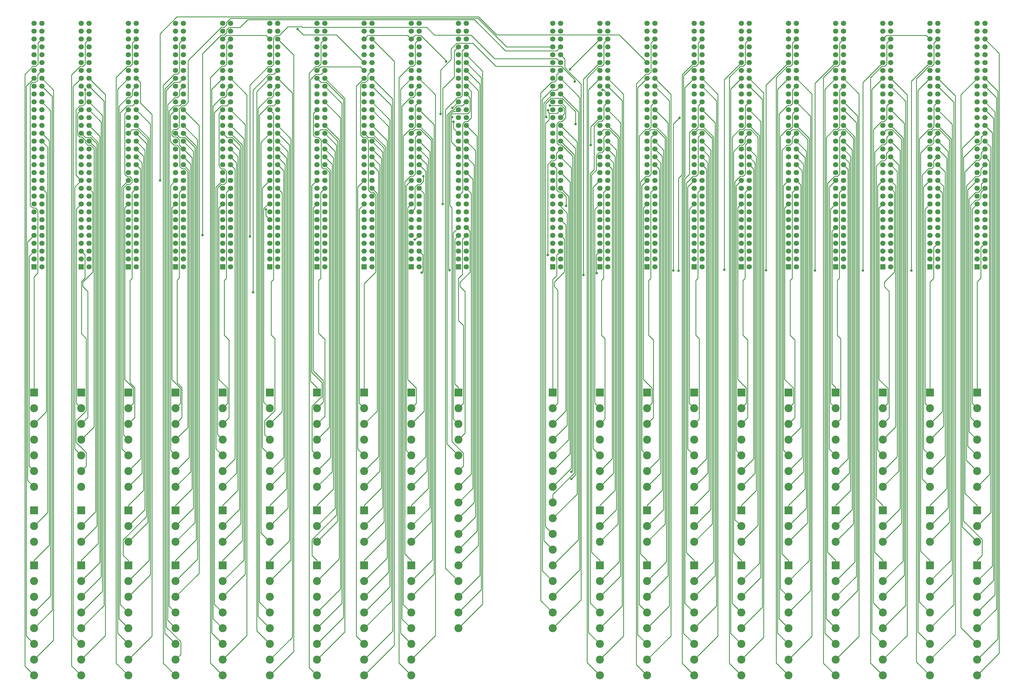
<source format=gbr>
G04 #@! TF.GenerationSoftware,KiCad,Pcbnew,(5.0.0)*
G04 #@! TF.CreationDate,2019-04-22T09:25:53+01:00*
G04 #@! TF.ProjectId,Backplane1,4261636B706C616E65312E6B69636164,rev?*
G04 #@! TF.SameCoordinates,Original*
G04 #@! TF.FileFunction,Copper,L2,Bot,Signal*
G04 #@! TF.FilePolarity,Positive*
%FSLAX46Y46*%
G04 Gerber Fmt 4.6, Leading zero omitted, Abs format (unit mm)*
G04 Created by KiCad (PCBNEW (5.0.0)) date 04/22/19 09:25:53*
%MOMM*%
%LPD*%
G01*
G04 APERTURE LIST*
G04 #@! TA.AperFunction,ComponentPad*
%ADD10C,2.600000*%
G04 #@! TD*
G04 #@! TA.AperFunction,ComponentPad*
%ADD11R,2.600000X2.600000*%
G04 #@! TD*
G04 #@! TA.AperFunction,ComponentPad*
%ADD12C,1.700000*%
G04 #@! TD*
G04 #@! TA.AperFunction,ComponentPad*
%ADD13R,1.700000X1.700000*%
G04 #@! TD*
G04 #@! TA.AperFunction,ViaPad*
%ADD14C,0.800000*%
G04 #@! TD*
G04 #@! TA.AperFunction,Conductor*
%ADD15C,0.250000*%
G04 #@! TD*
G04 APERTURE END LIST*
D10*
G04 #@! TO.P,J137,7*
G04 #@! TO.N,X1*
X66040000Y-205740000D03*
G04 #@! TO.P,J137,6*
G04 #@! TO.N,C18*
X66040000Y-200660000D03*
G04 #@! TO.P,J137,5*
G04 #@! TO.N,A11*
X66040000Y-195580000D03*
G04 #@! TO.P,J137,4*
G04 #@! TO.N,N/C*
X66040000Y-190500000D03*
G04 #@! TO.P,J137,3*
G04 #@! TO.N,SKT1V*
X66040000Y-185420000D03*
G04 #@! TO.P,J137,2*
G04 #@! TO.N,IP18*
X66040000Y-180340000D03*
D11*
G04 #@! TO.P,J137,1*
G04 #@! TO.N,M18*
X66040000Y-175260000D03*
G04 #@! TD*
D10*
G04 #@! TO.P,J138,7*
G04 #@! TO.N,N/C*
X81280000Y-205740000D03*
G04 #@! TO.P,J138,6*
G04 #@! TO.N,C17*
X81280000Y-200660000D03*
G04 #@! TO.P,J138,5*
G04 #@! TO.N,A10*
X81280000Y-195580000D03*
G04 #@! TO.P,J138,4*
G04 #@! TO.N,I4*
X81280000Y-190500000D03*
G04 #@! TO.P,J138,3*
G04 #@! TO.N,SKT1U*
X81280000Y-185420000D03*
G04 #@! TO.P,J138,2*
G04 #@! TO.N,IP17*
X81280000Y-180340000D03*
D11*
G04 #@! TO.P,J138,1*
G04 #@! TO.N,N/C*
X81280000Y-175260000D03*
G04 #@! TD*
D10*
G04 #@! TO.P,J139,7*
G04 #@! TO.N,SKT2m_*
X96520000Y-205740000D03*
G04 #@! TO.P,J139,6*
G04 #@! TO.N,J16-*
X96520000Y-200660000D03*
G04 #@! TO.P,J139,5*
G04 #@! TO.N,A9*
X96520000Y-195580000D03*
G04 #@! TO.P,J139,4*
G04 #@! TO.N,I3*
X96520000Y-190500000D03*
G04 #@! TO.P,J139,3*
G04 #@! TO.N,SKT1T*
X96520000Y-185420000D03*
G04 #@! TO.P,J139,2*
G04 #@! TO.N,IP16*
X96520000Y-180340000D03*
D11*
G04 #@! TO.P,J139,1*
G04 #@! TO.N,N/C*
X96520000Y-175260000D03*
G04 #@! TD*
D10*
G04 #@! TO.P,J140,7*
G04 #@! TO.N,SKT2k_*
X111760000Y-205740000D03*
G04 #@! TO.P,J140,6*
G04 #@! TO.N,J15-*
X111760000Y-200660000D03*
G04 #@! TO.P,J140,5*
G04 #@! TO.N,A8*
X111760000Y-195580000D03*
G04 #@! TO.P,J140,4*
G04 #@! TO.N,I2*
X111760000Y-190500000D03*
G04 #@! TO.P,J140,3*
G04 #@! TO.N,SKT1S*
X111760000Y-185420000D03*
G04 #@! TO.P,J140,2*
G04 #@! TO.N,IP15*
X111760000Y-180340000D03*
D11*
G04 #@! TO.P,J140,1*
G04 #@! TO.N,N/C*
X111760000Y-175260000D03*
G04 #@! TD*
D10*
G04 #@! TO.P,J141,7*
G04 #@! TO.N,SKT2j_*
X127000000Y-205740000D03*
G04 #@! TO.P,J141,6*
G04 #@! TO.N,J14-*
X127000000Y-200660000D03*
G04 #@! TO.P,J141,5*
G04 #@! TO.N,A7*
X127000000Y-195580000D03*
G04 #@! TO.P,J141,4*
G04 #@! TO.N,I1*
X127000000Y-190500000D03*
G04 #@! TO.P,J141,3*
G04 #@! TO.N,SKT1R*
X127000000Y-185420000D03*
G04 #@! TO.P,J141,2*
G04 #@! TO.N,IP14*
X127000000Y-180340000D03*
D11*
G04 #@! TO.P,J141,1*
G04 #@! TO.N,N/C*
X127000000Y-175260000D03*
G04 #@! TD*
D10*
G04 #@! TO.P,J154,7*
G04 #@! TO.N,SKT2Y*
X340360000Y-205740000D03*
G04 #@! TO.P,J154,6*
G04 #@! TO.N,J3-*
X340360000Y-200660000D03*
G04 #@! TO.P,J154,5*
G04 #@! TO.N,IP'3*
X340360000Y-195580000D03*
G04 #@! TO.P,J154,4*
G04 #@! TO.N,ETJ3-*
X340360000Y-190500000D03*
G04 #@! TO.P,J154,3*
G04 #@! TO.N,SKT1D*
X340360000Y-185420000D03*
G04 #@! TO.P,J154,2*
G04 #@! TO.N,IP3*
X340360000Y-180340000D03*
D11*
G04 #@! TO.P,J154,1*
G04 #@! TO.N,ITF*
X340360000Y-175260000D03*
G04 #@! TD*
D10*
G04 #@! TO.P,J153,7*
G04 #@! TO.N,SKT2Z*
X325120000Y-205740000D03*
G04 #@! TO.P,J153,6*
G04 #@! TO.N,J4-*
X325120000Y-200660000D03*
G04 #@! TO.P,J153,5*
G04 #@! TO.N,IP'4*
X325120000Y-195580000D03*
G04 #@! TO.P,J153,4*
G04 #@! TO.N,N/C*
X325120000Y-190500000D03*
G04 #@! TO.P,J153,3*
G04 #@! TO.N,SKT1E*
X325120000Y-185420000D03*
G04 #@! TO.P,J153,2*
G04 #@! TO.N,IP4*
X325120000Y-180340000D03*
D11*
G04 #@! TO.P,J153,1*
G04 #@! TO.N,FTG1*
X325120000Y-175260000D03*
G04 #@! TD*
D10*
G04 #@! TO.P,J155,7*
G04 #@! TO.N,SKT2X*
X355600000Y-205740000D03*
G04 #@! TO.P,J155,6*
G04 #@! TO.N,J2-*
X355600000Y-200660000D03*
G04 #@! TO.P,J155,5*
G04 #@! TO.N,IP'2*
X355600000Y-195580000D03*
G04 #@! TO.P,J155,4*
G04 #@! TO.N,ETJ2-*
X355600000Y-190500000D03*
G04 #@! TO.P,J155,3*
G04 #@! TO.N,SKT1C*
X355600000Y-185420000D03*
G04 #@! TO.P,J155,2*
G04 #@! TO.N,IP2*
X355600000Y-180340000D03*
D11*
G04 #@! TO.P,J155,1*
G04 #@! TO.N,F1*
X355600000Y-175260000D03*
G04 #@! TD*
D12*
G04 #@! TO.P,J46,AL*
G04 #@! TO.N,GND*
X205740000Y-55880000D03*
G04 #@! TO.P,J46,32*
X203200000Y-55880000D03*
G04 #@! TO.P,J46,AK*
G04 #@! TO.N,Neg6v*
X205740000Y-58420000D03*
G04 #@! TO.P,J46,31*
X203200000Y-58420000D03*
G04 #@! TO.P,J46,AJ*
G04 #@! TO.N,N/C*
X205740000Y-60960000D03*
G04 #@! TO.P,J46,30*
X203200000Y-60960000D03*
G04 #@! TO.P,J46,AH*
G04 #@! TO.N,RESET2-*
X205740000Y-63500000D03*
G04 #@! TO.P,J46,29*
G04 #@! TO.N,OTG1-*
X203200000Y-63500000D03*
G04 #@! TO.P,J46,AF*
G04 #@! TO.N,t1*
X205740000Y-66040000D03*
G04 #@! TO.P,J46,28*
G04 #@! TO.N,GTQ2*
X203200000Y-66040000D03*
G04 #@! TO.P,J46,AE*
G04 #@! TO.N,t3-2*
X205740000Y-68580000D03*
G04 #@! TO.P,J46,27*
G04 #@! TO.N,GTQ1*
X203200000Y-68580000D03*
G04 #@! TO.P,J46,AD*
G04 #@! TO.N,t4*
X205740000Y-71120000D03*
G04 #@! TO.P,J46,26*
G04 #@! TO.N,OTA2-*
X203200000Y-71120000D03*
G04 #@! TO.P,J46,AC*
G04 #@! TO.N,GTQa*
X205740000Y-73660000D03*
G04 #@! TO.P,J46,25*
G04 #@! TO.N,OTA1-*
X203200000Y-73660000D03*
G04 #@! TO.P,J46,AB*
G04 #@! TO.N,OTG2-*
X205740000Y-76200000D03*
G04 #@! TO.P,J46,24*
G04 #@! TO.N,GTA2*
X203200000Y-76200000D03*
G04 #@! TO.P,J46,AA*
G04 #@! TO.N,GTAa*
X205740000Y-78740000D03*
G04 #@! TO.P,J46,23*
G04 #@! TO.N,GTA1*
X203200000Y-78740000D03*
G04 #@! TO.P,J46,Z*
G04 #@! TO.N,OTA-'*
X205740000Y-81280000D03*
G04 #@! TO.P,J46,22*
G04 #@! TO.N,OTP2-*
X203200000Y-81280000D03*
G04 #@! TO.P,J46,Y*
G04 #@! TO.N,MTPa*
X205740000Y-83820000D03*
G04 #@! TO.P,J46,21*
G04 #@! TO.N,OTP1-*
X203200000Y-83820000D03*
G04 #@! TO.P,J46,X*
G04 #@! TO.N,N/C*
X205740000Y-86360000D03*
G04 #@! TO.P,J46,20*
G04 #@! TO.N,GTM2*
X203200000Y-86360000D03*
G04 #@! TO.P,J46,W*
G04 #@! TO.N,GTMa*
X205740000Y-88900000D03*
G04 #@! TO.P,J46,19*
G04 #@! TO.N,GTM1*
X203200000Y-88900000D03*
G04 #@! TO.P,J46,V*
G04 #@! TO.N,N/C*
X205740000Y-91440000D03*
G04 #@! TO.P,J46,18*
G04 #@! TO.N,WTM2*
X203200000Y-91440000D03*
G04 #@! TO.P,J46,U*
G04 #@! TO.N,WTMa*
X205740000Y-93980000D03*
G04 #@! TO.P,J46,17*
G04 #@! TO.N,WTM1*
X203200000Y-93980000D03*
G04 #@! TO.P,J46,T*
G04 #@! TO.N,N/C*
X205740000Y-96520000D03*
G04 #@! TO.P,J46,16*
G04 #@! TO.N,0TM2-*
X203200000Y-96520000D03*
G04 #@! TO.P,J46,S*
G04 #@! TO.N,OTMa*
X205740000Y-99060000D03*
G04 #@! TO.P,J46,15*
G04 #@! TO.N,0TM1-*
X203200000Y-99060000D03*
G04 #@! TO.P,J46,R*
G04 #@! TO.N,N/C*
X205740000Y-101600000D03*
G04 #@! TO.P,J46,14*
G04 #@! TO.N,GTJ2*
X203200000Y-101600000D03*
G04 #@! TO.P,J46,P*
G04 #@! TO.N,GTJa*
X205740000Y-104140000D03*
G04 #@! TO.P,J46,13*
G04 #@! TO.N,GTJ1*
X203200000Y-104140000D03*
G04 #@! TO.P,J46,N*
G04 #@! TO.N,N/C*
X205740000Y-106680000D03*
G04 #@! TO.P,J46,12*
G04 #@! TO.N,OTJ2-*
X203200000Y-106680000D03*
G04 #@! TO.P,J46,M*
G04 #@! TO.N,OTJ-*
X205740000Y-109220000D03*
G04 #@! TO.P,J46,11*
G04 #@! TO.N,OTJ1-*
X203200000Y-109220000D03*
G04 #@! TO.P,J46,L*
G04 #@! TO.N,N/C*
X205740000Y-111760000D03*
G04 #@! TO.P,J46,10*
G04 #@! TO.N,OTG2-*
X203200000Y-111760000D03*
G04 #@! TO.P,J46,K*
G04 #@! TO.N,N/C*
X205740000Y-114300000D03*
G04 #@! TO.P,J46,9*
G04 #@! TO.N,OTG1-*
X203200000Y-114300000D03*
G04 #@! TO.P,J46,J*
G04 #@! TO.N,N/C*
X205740000Y-116840000D03*
G04 #@! TO.P,J46,8*
X203200000Y-116840000D03*
G04 #@! TO.P,J46,H*
X205740000Y-119380000D03*
G04 #@! TO.P,J46,7*
X203200000Y-119380000D03*
G04 #@! TO.P,J46,F*
G04 #@! TO.N,SFDm*
X205740000Y-121920000D03*
G04 #@! TO.P,J46,6*
G04 #@! TO.N,SFD*
X203200000Y-121920000D03*
G04 #@! TO.P,J46,E*
G04 #@! TO.N,CRSm*
X205740000Y-124460000D03*
G04 #@! TO.P,J46,5*
G04 #@! TO.N,CRS*
X203200000Y-124460000D03*
G04 #@! TO.P,J46,D*
G04 #@! TO.N,N/C*
X205740000Y-127000000D03*
G04 #@! TO.P,J46,4*
X203200000Y-127000000D03*
G04 #@! TO.P,J46,C*
X205740000Y-129540000D03*
G04 #@! TO.P,J46,3*
X203200000Y-129540000D03*
G04 #@! TO.P,J46,B*
G04 #@! TO.N,6v*
X205740000Y-132080000D03*
G04 #@! TO.P,J46,2*
X203200000Y-132080000D03*
G04 #@! TO.P,J46,A*
G04 #@! TO.N,GND*
X205740000Y-134620000D03*
D13*
G04 #@! TO.P,J46,1*
X203200000Y-134620000D03*
G04 #@! TD*
D10*
G04 #@! TO.P,J146,16*
G04 #@! TO.N,t1*
X203200000Y-251460000D03*
G04 #@! TO.P,J146,15*
G04 #@! TO.N,t3-2*
X203200000Y-246380000D03*
G04 #@! TO.P,J146,14*
G04 #@! TO.N,t4*
X203200000Y-241300000D03*
G04 #@! TO.P,J146,13*
G04 #@! TO.N,RESET2-*
X203200000Y-236220000D03*
G04 #@! TO.P,J146,12*
G04 #@! TO.N,GTQa*
X203200000Y-231140000D03*
G04 #@! TO.P,J146,11*
G04 #@! TO.N,GTMa*
X203200000Y-226060000D03*
G04 #@! TO.P,J146,10*
G04 #@! TO.N,WTMa*
X203200000Y-220980000D03*
G04 #@! TO.P,J146,9*
G04 #@! TO.N,OTMa*
X203200000Y-215900000D03*
G04 #@! TO.P,J146,8*
G04 #@! TO.N,GTJa*
X203200000Y-210820000D03*
G04 #@! TO.P,J146,7*
G04 #@! TO.N,OTJ-*
X203200000Y-205740000D03*
G04 #@! TO.P,J146,6*
G04 #@! TO.N,GTAa*
X203200000Y-200660000D03*
G04 #@! TO.P,J146,5*
G04 #@! TO.N,OTA-'*
X203200000Y-195580000D03*
G04 #@! TO.P,J146,4*
G04 #@! TO.N,SFDm*
X203200000Y-190500000D03*
G04 #@! TO.P,J146,3*
G04 #@! TO.N,SFD*
X203200000Y-185420000D03*
G04 #@! TO.P,J146,2*
G04 #@! TO.N,CRSm*
X203200000Y-180340000D03*
D11*
G04 #@! TO.P,J146,1*
G04 #@! TO.N,CRS*
X203200000Y-175260000D03*
G04 #@! TD*
D10*
G04 #@! TO.P,J147,16*
G04 #@! TO.N,t2-2*
X233680000Y-251460000D03*
G04 #@! TO.P,J147,15*
G04 #@! TO.N,t5*
X233680000Y-246380000D03*
G04 #@! TO.P,J147,14*
G04 #@! TO.N,ATFa*
X233680000Y-241300000D03*
G04 #@! TO.P,J147,13*
G04 #@! TO.N,QTFa*
X233680000Y-236220000D03*
G04 #@! TO.P,J147,12*
G04 #@! TO.N,JTPCa*
X233680000Y-231140000D03*
G04 #@! TO.P,J147,11*
G04 #@! TO.N,JTPC*
X233680000Y-226060000D03*
G04 #@! TO.P,J147,10*
G04 #@! TO.N,MTPa*
X233680000Y-220980000D03*
G04 #@! TO.P,J147,9*
G04 #@! TO.N,M-TFa*
X233680000Y-215900000D03*
G04 #@! TO.P,J147,8*
G04 #@! TO.N,MTFa*
X233680000Y-210820000D03*
G04 #@! TO.P,J147,7*
G04 #@! TO.N,JTFa*
X233680000Y-205740000D03*
G04 #@! TO.P,J147,6*
G04 #@! TO.N,VTGa*
X233680000Y-200660000D03*
G04 #@! TO.P,J147,5*
G04 #@! TO.N,PTG2-a*
X233680000Y-195580000D03*
G04 #@! TO.P,J147,4*
G04 #@! TO.N,PTG1-a*
X233680000Y-190500000D03*
G04 #@! TO.P,J147,3*
G04 #@! TO.N,LTGa*
X233680000Y-185420000D03*
G04 #@! TO.P,J147,2*
G04 #@! TO.N,RTGa*
X233680000Y-180340000D03*
D11*
G04 #@! TO.P,J147,1*
G04 #@! TO.N,FTGa*
X233680000Y-175260000D03*
G04 #@! TD*
D10*
G04 #@! TO.P,J142,7*
G04 #@! TO.N,SKT2i*
X142240000Y-205740000D03*
G04 #@! TO.P,J142,6*
G04 #@! TO.N,J13-*
X142240000Y-200660000D03*
G04 #@! TO.P,J142,5*
G04 #@! TO.N,A6*
X142240000Y-195580000D03*
G04 #@! TO.P,J142,4*
G04 #@! TO.N,P13*
X142240000Y-190500000D03*
G04 #@! TO.P,J142,3*
G04 #@! TO.N,SKT1P*
X142240000Y-185420000D03*
G04 #@! TO.P,J142,2*
G04 #@! TO.N,IP13*
X142240000Y-180340000D03*
D11*
G04 #@! TO.P,J142,1*
G04 #@! TO.N,M13*
X142240000Y-175260000D03*
G04 #@! TD*
D10*
G04 #@! TO.P,J143,7*
G04 #@! TO.N,SKT2h_*
X157480000Y-205740000D03*
G04 #@! TO.P,J143,6*
G04 #@! TO.N,J12-*
X157480000Y-200660000D03*
G04 #@! TO.P,J143,5*
G04 #@! TO.N,A5*
X157480000Y-195580000D03*
G04 #@! TO.P,J143,4*
G04 #@! TO.N,P12*
X157480000Y-190500000D03*
G04 #@! TO.P,J143,3*
G04 #@! TO.N,SKT1N*
X157480000Y-185420000D03*
G04 #@! TO.P,J143,2*
G04 #@! TO.N,IP12*
X157480000Y-180340000D03*
D11*
G04 #@! TO.P,J143,1*
G04 #@! TO.N,M12*
X157480000Y-175260000D03*
G04 #@! TD*
D10*
G04 #@! TO.P,J144,7*
G04 #@! TO.N,SKT2g_*
X172720000Y-205740000D03*
G04 #@! TO.P,J144,6*
G04 #@! TO.N,J11-*
X172720000Y-200660000D03*
G04 #@! TO.P,J144,5*
G04 #@! TO.N,A4*
X172720000Y-195580000D03*
G04 #@! TO.P,J144,4*
G04 #@! TO.N,N/C*
X172720000Y-190500000D03*
G04 #@! TO.P,J144,3*
G04 #@! TO.N,SKT1M*
X172720000Y-185420000D03*
G04 #@! TO.P,J144,2*
G04 #@! TO.N,IP11*
X172720000Y-180340000D03*
D11*
G04 #@! TO.P,J144,1*
G04 #@! TO.N,M11*
X172720000Y-175260000D03*
G04 #@! TD*
D10*
G04 #@! TO.P,J145,7*
G04 #@! TO.N,SKT2f_*
X187960000Y-205740000D03*
G04 #@! TO.P,J145,6*
G04 #@! TO.N,J10-*
X187960000Y-200660000D03*
G04 #@! TO.P,J145,5*
G04 #@! TO.N,A3*
X187960000Y-195580000D03*
G04 #@! TO.P,J145,4*
G04 #@! TO.N,N/C*
X187960000Y-190500000D03*
G04 #@! TO.P,J145,3*
G04 #@! TO.N,SKT1L*
X187960000Y-185420000D03*
G04 #@! TO.P,J145,2*
G04 #@! TO.N,IP10*
X187960000Y-180340000D03*
D11*
G04 #@! TO.P,J145,1*
G04 #@! TO.N,N/C*
X187960000Y-175260000D03*
G04 #@! TD*
D10*
G04 #@! TO.P,J148,7*
G04 #@! TO.N,SKT2e_*
X248920000Y-205740000D03*
G04 #@! TO.P,J148,6*
G04 #@! TO.N,J9-*
X248920000Y-200660000D03*
G04 #@! TO.P,J148,5*
G04 #@! TO.N,A2*
X248920000Y-195580000D03*
G04 #@! TO.P,J148,4*
G04 #@! TO.N,N/C*
X248920000Y-190500000D03*
G04 #@! TO.P,J148,3*
G04 #@! TO.N,SKT1K*
X248920000Y-185420000D03*
G04 #@! TO.P,J148,2*
G04 #@! TO.N,IP9*
X248920000Y-180340000D03*
D11*
G04 #@! TO.P,J148,1*
G04 #@! TO.N,N/C*
X248920000Y-175260000D03*
G04 #@! TD*
D10*
G04 #@! TO.P,J149,7*
G04 #@! TO.N,SKT2d_*
X264160000Y-205740000D03*
G04 #@! TO.P,J149,6*
G04 #@! TO.N,J8-*
X264160000Y-200660000D03*
G04 #@! TO.P,J149,5*
G04 #@! TO.N,IP'8*
X264160000Y-195580000D03*
G04 #@! TO.P,J149,4*
G04 #@! TO.N,N/C*
X264160000Y-190500000D03*
G04 #@! TO.P,J149,3*
G04 #@! TO.N,SKT1J*
X264160000Y-185420000D03*
G04 #@! TO.P,J149,2*
G04 #@! TO.N,IP8*
X264160000Y-180340000D03*
D11*
G04 #@! TO.P,J149,1*
G04 #@! TO.N,N/C*
X264160000Y-175260000D03*
G04 #@! TD*
D10*
G04 #@! TO.P,J150,7*
G04 #@! TO.N,SKT2c_*
X279400000Y-205740000D03*
G04 #@! TO.P,J150,6*
G04 #@! TO.N,J7-*
X279400000Y-200660000D03*
G04 #@! TO.P,J150,5*
G04 #@! TO.N,IP'7*
X279400000Y-195580000D03*
G04 #@! TO.P,J150,4*
G04 #@! TO.N,N/C*
X279400000Y-190500000D03*
G04 #@! TO.P,J150,3*
G04 #@! TO.N,SKT1H*
X279400000Y-185420000D03*
G04 #@! TO.P,J150,2*
G04 #@! TO.N,IP7*
X279400000Y-180340000D03*
D11*
G04 #@! TO.P,J150,1*
G04 #@! TO.N,N/C*
X279400000Y-175260000D03*
G04 #@! TD*
D10*
G04 #@! TO.P,J151,7*
G04 #@! TO.N,SKT2b_*
X294640000Y-205740000D03*
G04 #@! TO.P,J151,6*
G04 #@! TO.N,J6-*
X294640000Y-200660000D03*
G04 #@! TO.P,J151,5*
G04 #@! TO.N,IP'6*
X294640000Y-195580000D03*
G04 #@! TO.P,J151,4*
G04 #@! TO.N,N/C*
X294640000Y-190500000D03*
G04 #@! TO.P,J151,3*
G04 #@! TO.N,SKT1G*
X294640000Y-185420000D03*
G04 #@! TO.P,J151,2*
G04 #@! TO.N,IP6*
X294640000Y-180340000D03*
D11*
G04 #@! TO.P,J151,1*
G04 #@! TO.N,N/C*
X294640000Y-175260000D03*
G04 #@! TD*
D10*
G04 #@! TO.P,J152,7*
G04 #@! TO.N,SKT2a*
X309880000Y-205740000D03*
G04 #@! TO.P,J152,6*
G04 #@! TO.N,J5-*
X309880000Y-200660000D03*
G04 #@! TO.P,J152,5*
G04 #@! TO.N,IP'5*
X309880000Y-195580000D03*
G04 #@! TO.P,J152,4*
G04 #@! TO.N,KTJ5-*
X309880000Y-190500000D03*
G04 #@! TO.P,J152,3*
G04 #@! TO.N,SKT1F*
X309880000Y-185420000D03*
G04 #@! TO.P,J152,2*
G04 #@! TO.N,IP5*
X309880000Y-180340000D03*
D11*
G04 #@! TO.P,J152,1*
G04 #@! TO.N,N/C*
X309880000Y-175260000D03*
G04 #@! TD*
D10*
G04 #@! TO.P,J237,3*
G04 #@! TO.N,W18*
X66040000Y-223520000D03*
G04 #@! TO.P,J237,2*
G04 #@! TO.N,SKT2V*
X66040000Y-218440000D03*
D11*
G04 #@! TO.P,J237,1*
G04 #@! TO.N,N/C*
X66040000Y-213360000D03*
G04 #@! TD*
D10*
G04 #@! TO.P,J238,3*
G04 #@! TO.N,W17*
X81280000Y-223520000D03*
G04 #@! TO.P,J238,2*
G04 #@! TO.N,SKT2U*
X81280000Y-218440000D03*
D11*
G04 #@! TO.P,J238,1*
G04 #@! TO.N,N/C*
X81280000Y-213360000D03*
G04 #@! TD*
D10*
G04 #@! TO.P,J239,3*
G04 #@! TO.N,W16*
X96520000Y-223520000D03*
G04 #@! TO.P,J239,2*
G04 #@! TO.N,SKT2T*
X96520000Y-218440000D03*
D11*
G04 #@! TO.P,J239,1*
G04 #@! TO.N,J16*
X96520000Y-213360000D03*
G04 #@! TD*
D10*
G04 #@! TO.P,J240,3*
G04 #@! TO.N,W15*
X111760000Y-223520000D03*
G04 #@! TO.P,J240,2*
G04 #@! TO.N,SKT2S*
X111760000Y-218440000D03*
D11*
G04 #@! TO.P,J240,1*
G04 #@! TO.N,J15*
X111760000Y-213360000D03*
G04 #@! TD*
D10*
G04 #@! TO.P,J241,3*
G04 #@! TO.N,W14*
X127000000Y-223520000D03*
G04 #@! TO.P,J241,2*
G04 #@! TO.N,SKT2R*
X127000000Y-218440000D03*
D11*
G04 #@! TO.P,J241,1*
G04 #@! TO.N,J14*
X127000000Y-213360000D03*
G04 #@! TD*
D10*
G04 #@! TO.P,J242,3*
G04 #@! TO.N,SKT11P*
X142240000Y-223520000D03*
G04 #@! TO.P,J242,2*
G04 #@! TO.N,SKT2P*
X142240000Y-218440000D03*
D11*
G04 #@! TO.P,J242,1*
G04 #@! TO.N,J13*
X142240000Y-213360000D03*
G04 #@! TD*
D10*
G04 #@! TO.P,J243,3*
G04 #@! TO.N,SKT11N*
X157480000Y-223520000D03*
G04 #@! TO.P,J243,2*
G04 #@! TO.N,SKT2N*
X157480000Y-218440000D03*
D11*
G04 #@! TO.P,J243,1*
G04 #@! TO.N,J12*
X157480000Y-213360000D03*
G04 #@! TD*
D10*
G04 #@! TO.P,J244,3*
G04 #@! TO.N,SKT11M*
X172720000Y-223520000D03*
G04 #@! TO.P,J244,2*
G04 #@! TO.N,SKT2M*
X172720000Y-218440000D03*
D11*
G04 #@! TO.P,J244,1*
G04 #@! TO.N,J11*
X172720000Y-213360000D03*
G04 #@! TD*
D10*
G04 #@! TO.P,J245,3*
G04 #@! TO.N,SKT11L*
X187960000Y-223520000D03*
G04 #@! TO.P,J245,2*
G04 #@! TO.N,SKT2L*
X187960000Y-218440000D03*
D11*
G04 #@! TO.P,J245,1*
G04 #@! TO.N,J10*
X187960000Y-213360000D03*
G04 #@! TD*
D10*
G04 #@! TO.P,J248,3*
G04 #@! TO.N,SKT11K*
X248920000Y-223520000D03*
G04 #@! TO.P,J248,2*
G04 #@! TO.N,SKT2K*
X248920000Y-218440000D03*
D11*
G04 #@! TO.P,J248,1*
G04 #@! TO.N,J9*
X248920000Y-213360000D03*
G04 #@! TD*
D10*
G04 #@! TO.P,J249,3*
G04 #@! TO.N,SKT11J*
X264160000Y-223520000D03*
G04 #@! TO.P,J249,2*
G04 #@! TO.N,SKT2J*
X264160000Y-218440000D03*
D11*
G04 #@! TO.P,J249,1*
G04 #@! TO.N,J8*
X264160000Y-213360000D03*
G04 #@! TD*
D10*
G04 #@! TO.P,J250,3*
G04 #@! TO.N,SKT11H*
X279400000Y-223520000D03*
G04 #@! TO.P,J250,2*
G04 #@! TO.N,SKT2H*
X279400000Y-218440000D03*
D11*
G04 #@! TO.P,J250,1*
G04 #@! TO.N,J7*
X279400000Y-213360000D03*
G04 #@! TD*
D10*
G04 #@! TO.P,J251,3*
G04 #@! TO.N,SKT11G*
X294640000Y-223520000D03*
G04 #@! TO.P,J251,2*
G04 #@! TO.N,SKT2G*
X294640000Y-218440000D03*
D11*
G04 #@! TO.P,J251,1*
G04 #@! TO.N,J6*
X294640000Y-213360000D03*
G04 #@! TD*
D10*
G04 #@! TO.P,J252,3*
G04 #@! TO.N,SKT11F*
X309880000Y-223520000D03*
G04 #@! TO.P,J252,2*
G04 #@! TO.N,SKT2F*
X309880000Y-218440000D03*
D11*
G04 #@! TO.P,J252,1*
G04 #@! TO.N,J5*
X309880000Y-213360000D03*
G04 #@! TD*
D10*
G04 #@! TO.P,J253,3*
G04 #@! TO.N,W4*
X325120000Y-223520000D03*
G04 #@! TO.P,J253,2*
G04 #@! TO.N,SKT2E*
X325120000Y-218440000D03*
D11*
G04 #@! TO.P,J253,1*
G04 #@! TO.N,J4*
X325120000Y-213360000D03*
G04 #@! TD*
D10*
G04 #@! TO.P,J254,3*
G04 #@! TO.N,W3*
X340360000Y-223520000D03*
G04 #@! TO.P,J254,2*
G04 #@! TO.N,SKT2D*
X340360000Y-218440000D03*
D11*
G04 #@! TO.P,J254,1*
G04 #@! TO.N,J3*
X340360000Y-213360000D03*
G04 #@! TD*
D10*
G04 #@! TO.P,J255,3*
G04 #@! TO.N,W2*
X355600000Y-223520000D03*
G04 #@! TO.P,J255,2*
G04 #@! TO.N,SKT2C*
X355600000Y-218440000D03*
D11*
G04 #@! TO.P,J255,1*
G04 #@! TO.N,J2*
X355600000Y-213360000D03*
G04 #@! TD*
D10*
G04 #@! TO.P,J337,8*
G04 #@! TO.N,STORE18-*
X66040000Y-266700000D03*
G04 #@! TO.P,J337,7*
G04 #@! TO.N,SKT1HH*
X66040000Y-261620000D03*
G04 #@! TO.P,J337,6*
G04 #@! TO.N,II18*
X66040000Y-256540000D03*
G04 #@! TO.P,J337,5*
G04 #@! TO.N,A18-*
X66040000Y-251460000D03*
G04 #@! TO.P,J337,4*
G04 #@! TO.N,SKT1p_*
X66040000Y-246380000D03*
G04 #@! TO.P,J337,3*
G04 #@! TO.N,N/C*
X66040000Y-241300000D03*
G04 #@! TO.P,J337,2*
X66040000Y-236220000D03*
D11*
G04 #@! TO.P,J337,1*
G04 #@! TO.N,M18-*
X66040000Y-231140000D03*
G04 #@! TD*
D10*
G04 #@! TO.P,J338,8*
G04 #@! TO.N,STORE17-*
X81280000Y-266700000D03*
G04 #@! TO.P,J338,7*
G04 #@! TO.N,SKT1GG*
X81280000Y-261620000D03*
G04 #@! TO.P,J338,6*
G04 #@! TO.N,II17*
X81280000Y-256540000D03*
G04 #@! TO.P,J338,5*
G04 #@! TO.N,A17-*
X81280000Y-251460000D03*
G04 #@! TO.P,J338,4*
G04 #@! TO.N,SKT1n_*
X81280000Y-246380000D03*
G04 #@! TO.P,J338,3*
G04 #@! TO.N,SKT3u*
X81280000Y-241300000D03*
G04 #@! TO.P,J338,2*
G04 #@! TO.N,I4-*
X81280000Y-236220000D03*
D11*
G04 #@! TO.P,J338,1*
G04 #@! TO.N,M17-*
X81280000Y-231140000D03*
G04 #@! TD*
D10*
G04 #@! TO.P,J339,8*
G04 #@! TO.N,STORE16-*
X96520000Y-266700000D03*
G04 #@! TO.P,J339,7*
G04 #@! TO.N,SKT1FF*
X96520000Y-261620000D03*
G04 #@! TO.P,J339,6*
G04 #@! TO.N,II16*
X96520000Y-256540000D03*
G04 #@! TO.P,J339,5*
G04 #@! TO.N,A16-*
X96520000Y-251460000D03*
G04 #@! TO.P,J339,4*
G04 #@! TO.N,SKT1m_*
X96520000Y-246380000D03*
G04 #@! TO.P,J339,3*
G04 #@! TO.N,SKT3t*
X96520000Y-241300000D03*
G04 #@! TO.P,J339,2*
G04 #@! TO.N,I3-*
X96520000Y-236220000D03*
D11*
G04 #@! TO.P,J339,1*
G04 #@! TO.N,M16-*
X96520000Y-231140000D03*
G04 #@! TD*
D10*
G04 #@! TO.P,J340,8*
G04 #@! TO.N,STORE15-*
X111760000Y-266700000D03*
G04 #@! TO.P,J340,7*
G04 #@! TO.N,SKT1EE*
X111760000Y-261620000D03*
G04 #@! TO.P,J340,6*
G04 #@! TO.N,II15*
X111760000Y-256540000D03*
G04 #@! TO.P,J340,5*
G04 #@! TO.N,A15-*
X111760000Y-251460000D03*
G04 #@! TO.P,J340,4*
G04 #@! TO.N,SKT1k_*
X111760000Y-246380000D03*
G04 #@! TO.P,J340,3*
G04 #@! TO.N,SKT3s*
X111760000Y-241300000D03*
G04 #@! TO.P,J340,2*
G04 #@! TO.N,I2-*
X111760000Y-236220000D03*
D11*
G04 #@! TO.P,J340,1*
G04 #@! TO.N,M15-*
X111760000Y-231140000D03*
G04 #@! TD*
D10*
G04 #@! TO.P,J341,8*
G04 #@! TO.N,STORE14-*
X127000000Y-266700000D03*
G04 #@! TO.P,J341,7*
G04 #@! TO.N,SKT1DD*
X127000000Y-261620000D03*
G04 #@! TO.P,J341,6*
G04 #@! TO.N,II14*
X127000000Y-256540000D03*
G04 #@! TO.P,J341,5*
G04 #@! TO.N,A14-*
X127000000Y-251460000D03*
G04 #@! TO.P,J341,4*
G04 #@! TO.N,SKT1j_*
X127000000Y-246380000D03*
G04 #@! TO.P,J341,3*
G04 #@! TO.N,SKT3r*
X127000000Y-241300000D03*
G04 #@! TO.P,J341,2*
G04 #@! TO.N,I1-*
X127000000Y-236220000D03*
D11*
G04 #@! TO.P,J341,1*
G04 #@! TO.N,M14-*
X127000000Y-231140000D03*
G04 #@! TD*
D10*
G04 #@! TO.P,J342,8*
G04 #@! TO.N,STORE13-*
X142240000Y-266700000D03*
G04 #@! TO.P,J342,7*
G04 #@! TO.N,SKT1CC*
X142240000Y-261620000D03*
G04 #@! TO.P,J342,6*
G04 #@! TO.N,II13*
X142240000Y-256540000D03*
G04 #@! TO.P,J342,5*
G04 #@! TO.N,A13-*
X142240000Y-251460000D03*
G04 #@! TO.P,J342,4*
G04 #@! TO.N,SKT1i*
X142240000Y-246380000D03*
G04 #@! TO.P,J342,3*
G04 #@! TO.N,N/C*
X142240000Y-241300000D03*
G04 #@! TO.P,J342,2*
G04 #@! TO.N,P13-*
X142240000Y-236220000D03*
D11*
G04 #@! TO.P,J342,1*
G04 #@! TO.N,M13-*
X142240000Y-231140000D03*
G04 #@! TD*
D10*
G04 #@! TO.P,J343,8*
G04 #@! TO.N,STORE12-*
X157480000Y-266700000D03*
G04 #@! TO.P,J343,7*
G04 #@! TO.N,SKT1BB*
X157480000Y-261620000D03*
G04 #@! TO.P,J343,6*
G04 #@! TO.N,II12*
X157480000Y-256540000D03*
G04 #@! TO.P,J343,5*
G04 #@! TO.N,A12-*
X157480000Y-251460000D03*
G04 #@! TO.P,J343,4*
G04 #@! TO.N,SKT1h_*
X157480000Y-246380000D03*
G04 #@! TO.P,J343,3*
G04 #@! TO.N,N/C*
X157480000Y-241300000D03*
G04 #@! TO.P,J343,2*
G04 #@! TO.N,P12-*
X157480000Y-236220000D03*
D11*
G04 #@! TO.P,J343,1*
G04 #@! TO.N,M12-*
X157480000Y-231140000D03*
G04 #@! TD*
D10*
G04 #@! TO.P,J344,8*
G04 #@! TO.N,STORE11-*
X172720000Y-266700000D03*
G04 #@! TO.P,J344,7*
G04 #@! TO.N,SKT1AA*
X172720000Y-261620000D03*
G04 #@! TO.P,J344,6*
G04 #@! TO.N,II11*
X172720000Y-256540000D03*
G04 #@! TO.P,J344,5*
G04 #@! TO.N,A11-*
X172720000Y-251460000D03*
G04 #@! TO.P,J344,4*
G04 #@! TO.N,SKT1g_*
X172720000Y-246380000D03*
G04 #@! TO.P,J344,3*
G04 #@! TO.N,SKT2y_*
X172720000Y-241300000D03*
G04 #@! TO.P,J344,2*
G04 #@! TO.N,P11-*
X172720000Y-236220000D03*
D11*
G04 #@! TO.P,J344,1*
G04 #@! TO.N,M11-*
X172720000Y-231140000D03*
G04 #@! TD*
D10*
G04 #@! TO.P,J345,8*
G04 #@! TO.N,STORE10-*
X187960000Y-266700000D03*
G04 #@! TO.P,J345,7*
G04 #@! TO.N,SKT1z_*
X187960000Y-261620000D03*
G04 #@! TO.P,J345,6*
G04 #@! TO.N,II10*
X187960000Y-256540000D03*
G04 #@! TO.P,J345,5*
G04 #@! TO.N,A10-*
X187960000Y-251460000D03*
G04 #@! TO.P,J345,4*
G04 #@! TO.N,SKT1f_*
X187960000Y-246380000D03*
G04 #@! TO.P,J345,3*
G04 #@! TO.N,SKT2x_*
X187960000Y-241300000D03*
G04 #@! TO.P,J345,2*
G04 #@! TO.N,P10-*
X187960000Y-236220000D03*
D11*
G04 #@! TO.P,J345,1*
G04 #@! TO.N,M10-*
X187960000Y-231140000D03*
G04 #@! TD*
D10*
G04 #@! TO.P,J348,8*
G04 #@! TO.N,STORE9-*
X248920000Y-266700000D03*
G04 #@! TO.P,J348,7*
G04 #@! TO.N,SKT1y_*
X248920000Y-261620000D03*
G04 #@! TO.P,J348,6*
G04 #@! TO.N,II9*
X248920000Y-256540000D03*
G04 #@! TO.P,J348,5*
G04 #@! TO.N,A9-*
X248920000Y-251460000D03*
G04 #@! TO.P,J348,4*
G04 #@! TO.N,SKT1e_*
X248920000Y-246380000D03*
G04 #@! TO.P,J348,3*
G04 #@! TO.N,SKT2w_*
X248920000Y-241300000D03*
G04 #@! TO.P,J348,2*
G04 #@! TO.N,P9-*
X248920000Y-236220000D03*
D11*
G04 #@! TO.P,J348,1*
G04 #@! TO.N,M9-*
X248920000Y-231140000D03*
G04 #@! TD*
D10*
G04 #@! TO.P,J349,8*
G04 #@! TO.N,STORE8-*
X264160000Y-266700000D03*
G04 #@! TO.P,J349,7*
G04 #@! TO.N,SKT1x_*
X264160000Y-261620000D03*
G04 #@! TO.P,J349,6*
G04 #@! TO.N,II8*
X264160000Y-256540000D03*
G04 #@! TO.P,J349,5*
G04 #@! TO.N,A8-*
X264160000Y-251460000D03*
G04 #@! TO.P,J349,4*
G04 #@! TO.N,SKT1d_*
X264160000Y-246380000D03*
G04 #@! TO.P,J349,3*
G04 #@! TO.N,SKT2v_*
X264160000Y-241300000D03*
G04 #@! TO.P,J349,2*
G04 #@! TO.N,P8-*
X264160000Y-236220000D03*
D11*
G04 #@! TO.P,J349,1*
G04 #@! TO.N,M8-*
X264160000Y-231140000D03*
G04 #@! TD*
D10*
G04 #@! TO.P,J350,8*
G04 #@! TO.N,STORE7-*
X279400000Y-266700000D03*
G04 #@! TO.P,J350,7*
G04 #@! TO.N,SKT1w_*
X279400000Y-261620000D03*
G04 #@! TO.P,J350,6*
G04 #@! TO.N,II7*
X279400000Y-256540000D03*
G04 #@! TO.P,J350,5*
G04 #@! TO.N,A7-*
X279400000Y-251460000D03*
G04 #@! TO.P,J350,4*
G04 #@! TO.N,SKT1c_*
X279400000Y-246380000D03*
G04 #@! TO.P,J350,3*
G04 #@! TO.N,SKT2u_*
X279400000Y-241300000D03*
G04 #@! TO.P,J350,2*
G04 #@! TO.N,P7-*
X279400000Y-236220000D03*
D11*
G04 #@! TO.P,J350,1*
G04 #@! TO.N,M7-*
X279400000Y-231140000D03*
G04 #@! TD*
D10*
G04 #@! TO.P,J351,8*
G04 #@! TO.N,STORE6-*
X294640000Y-266700000D03*
G04 #@! TO.P,J351,7*
G04 #@! TO.N,SKT1v_*
X294640000Y-261620000D03*
G04 #@! TO.P,J351,6*
G04 #@! TO.N,II6*
X294640000Y-256540000D03*
G04 #@! TO.P,J351,5*
G04 #@! TO.N,A6-*
X294640000Y-251460000D03*
G04 #@! TO.P,J351,4*
G04 #@! TO.N,SKT1b_*
X294640000Y-246380000D03*
G04 #@! TO.P,J351,3*
G04 #@! TO.N,SKT2t_*
X294640000Y-241300000D03*
G04 #@! TO.P,J351,2*
G04 #@! TO.N,P6-*
X294640000Y-236220000D03*
D11*
G04 #@! TO.P,J351,1*
G04 #@! TO.N,M6-*
X294640000Y-231140000D03*
G04 #@! TD*
D10*
G04 #@! TO.P,J352,8*
G04 #@! TO.N,STORE5-*
X309880000Y-266700000D03*
G04 #@! TO.P,J352,7*
G04 #@! TO.N,SKT1u_*
X309880000Y-261620000D03*
G04 #@! TO.P,J352,6*
G04 #@! TO.N,II5*
X309880000Y-256540000D03*
G04 #@! TO.P,J352,5*
G04 #@! TO.N,A5-*
X309880000Y-251460000D03*
G04 #@! TO.P,J352,4*
G04 #@! TO.N,SKT1a*
X309880000Y-246380000D03*
G04 #@! TO.P,J352,3*
G04 #@! TO.N,SKT2s_*
X309880000Y-241300000D03*
G04 #@! TO.P,J352,2*
G04 #@! TO.N,P5-*
X309880000Y-236220000D03*
D11*
G04 #@! TO.P,J352,1*
G04 #@! TO.N,M5-*
X309880000Y-231140000D03*
G04 #@! TD*
D10*
G04 #@! TO.P,J353,8*
G04 #@! TO.N,STORE4-*
X325120000Y-266700000D03*
G04 #@! TO.P,J353,7*
G04 #@! TO.N,SKT1t_*
X325120000Y-261620000D03*
G04 #@! TO.P,J353,6*
G04 #@! TO.N,II4*
X325120000Y-256540000D03*
G04 #@! TO.P,J353,5*
G04 #@! TO.N,A4-*
X325120000Y-251460000D03*
G04 #@! TO.P,J353,4*
G04 #@! TO.N,SKT1Z*
X325120000Y-246380000D03*
G04 #@! TO.P,J353,3*
G04 #@! TO.N,SKT2r_*
X325120000Y-241300000D03*
G04 #@! TO.P,J353,2*
G04 #@! TO.N,P4-*
X325120000Y-236220000D03*
D11*
G04 #@! TO.P,J353,1*
G04 #@! TO.N,M4-*
X325120000Y-231140000D03*
G04 #@! TD*
D10*
G04 #@! TO.P,J354,8*
G04 #@! TO.N,STORE3-*
X340360000Y-266700000D03*
G04 #@! TO.P,J354,7*
G04 #@! TO.N,SKT1s_*
X340360000Y-261620000D03*
G04 #@! TO.P,J354,6*
G04 #@! TO.N,II3*
X340360000Y-256540000D03*
G04 #@! TO.P,J354,5*
G04 #@! TO.N,A3-*
X340360000Y-251460000D03*
G04 #@! TO.P,J354,4*
G04 #@! TO.N,SKT1Y*
X340360000Y-246380000D03*
G04 #@! TO.P,J354,3*
G04 #@! TO.N,SKT2q*
X340360000Y-241300000D03*
G04 #@! TO.P,J354,2*
G04 #@! TO.N,P3-*
X340360000Y-236220000D03*
D11*
G04 #@! TO.P,J354,1*
G04 #@! TO.N,M3-*
X340360000Y-231140000D03*
G04 #@! TD*
D10*
G04 #@! TO.P,J355,8*
G04 #@! TO.N,STORE2-*
X355600000Y-266700000D03*
G04 #@! TO.P,J355,7*
G04 #@! TO.N,SKT1r_*
X355600000Y-261620000D03*
G04 #@! TO.P,J355,6*
G04 #@! TO.N,II2*
X355600000Y-256540000D03*
G04 #@! TO.P,J355,5*
G04 #@! TO.N,A2-*
X355600000Y-251460000D03*
G04 #@! TO.P,J355,4*
G04 #@! TO.N,SKT1X*
X355600000Y-246380000D03*
G04 #@! TO.P,J355,3*
G04 #@! TO.N,SKT2p_*
X355600000Y-241300000D03*
G04 #@! TO.P,J355,2*
G04 #@! TO.N,P2-*
X355600000Y-236220000D03*
D11*
G04 #@! TO.P,J355,1*
G04 #@! TO.N,M2-*
X355600000Y-231140000D03*
G04 #@! TD*
D10*
G04 #@! TO.P,J356,8*
G04 #@! TO.N,STORE1-*
X370840000Y-266700000D03*
G04 #@! TO.P,J356,7*
G04 #@! TO.N,SKT1q*
X370840000Y-261620000D03*
G04 #@! TO.P,J356,6*
G04 #@! TO.N,II1*
X370840000Y-256540000D03*
G04 #@! TO.P,J356,5*
G04 #@! TO.N,A1-*
X370840000Y-251460000D03*
G04 #@! TO.P,J356,4*
G04 #@! TO.N,SKT1W*
X370840000Y-246380000D03*
G04 #@! TO.P,J356,3*
G04 #@! TO.N,SKT2n_*
X370840000Y-241300000D03*
G04 #@! TO.P,J356,2*
G04 #@! TO.N,P1-*
X370840000Y-236220000D03*
D11*
G04 #@! TO.P,J356,1*
G04 #@! TO.N,M1-*
X370840000Y-231140000D03*
G04 #@! TD*
D10*
G04 #@! TO.P,J256,3*
G04 #@! TO.N,SKT11B*
X370840000Y-223520000D03*
G04 #@! TO.P,J256,2*
G04 #@! TO.N,SKT2B*
X370840000Y-218440000D03*
D11*
G04 #@! TO.P,J256,1*
G04 #@! TO.N,J1*
X370840000Y-213360000D03*
G04 #@! TD*
D10*
G04 #@! TO.P,J156,7*
G04 #@! TO.N,SKT2W*
X370840000Y-205740000D03*
G04 #@! TO.P,J156,6*
G04 #@! TO.N,J1-*
X370840000Y-200660000D03*
G04 #@! TO.P,J156,5*
G04 #@! TO.N,IP'1*
X370840000Y-195580000D03*
G04 #@! TO.P,J156,4*
G04 #@! TO.N,KTJ1-*
X370840000Y-190500000D03*
G04 #@! TO.P,J156,3*
G04 #@! TO.N,SKT1B*
X370840000Y-185420000D03*
G04 #@! TO.P,J156,2*
G04 #@! TO.N,IP1*
X370840000Y-180340000D03*
D11*
G04 #@! TO.P,J156,1*
G04 #@! TO.N,X0*
X370840000Y-175260000D03*
G04 #@! TD*
D12*
G04 #@! TO.P,J37,AL*
G04 #@! TO.N,GND*
X68580000Y-55880000D03*
G04 #@! TO.P,J37,32*
X66040000Y-55880000D03*
G04 #@! TO.P,J37,AK*
G04 #@! TO.N,Neg6v*
X68580000Y-58420000D03*
G04 #@! TO.P,J37,31*
X66040000Y-58420000D03*
G04 #@! TO.P,J37,AJ*
G04 #@! TO.N,STORE18-*
X68580000Y-60960000D03*
G04 #@! TO.P,J37,30*
G04 #@! TO.N,QTF2*
X66040000Y-60960000D03*
G04 #@! TO.P,J37,AH*
G04 #@! TO.N,N/C*
X68580000Y-63500000D03*
G04 #@! TO.P,J37,29*
G04 #@! TO.N,DTF2a*
X66040000Y-63500000D03*
G04 #@! TO.P,J37,AF*
G04 #@! TO.N,N/C*
X68580000Y-66040000D03*
G04 #@! TO.P,J37,28*
G04 #@! TO.N,ATF2*
X66040000Y-66040000D03*
G04 #@! TO.P,J37,AE*
G04 #@! TO.N,GTQ2*
X68580000Y-68580000D03*
G04 #@! TO.P,J37,27*
G04 #@! TO.N,N/C*
X66040000Y-68580000D03*
G04 #@! TO.P,J37,AD*
G04 #@! TO.N,M18*
X68580000Y-71120000D03*
G04 #@! TO.P,J37,26*
G04 #@! TO.N,OTQ2-*
X66040000Y-71120000D03*
G04 #@! TO.P,J37,AC*
G04 #@! TO.N,SKT1HH*
X68580000Y-73660000D03*
G04 #@! TO.P,J37,25*
G04 #@! TO.N,II18*
X66040000Y-73660000D03*
G04 #@! TO.P,J37,AB*
G04 #@! TO.N,A18-*
X68580000Y-76200000D03*
G04 #@! TO.P,J37,24*
G04 #@! TO.N,N/C*
X66040000Y-76200000D03*
G04 #@! TO.P,J37,AA*
G04 #@! TO.N,OTA2-*
X68580000Y-78740000D03*
G04 #@! TO.P,J37,23*
G04 #@! TO.N,GTA2*
X66040000Y-78740000D03*
G04 #@! TO.P,J37,Z*
G04 #@! TO.N,SKT1p_*
X68580000Y-81280000D03*
G04 #@! TO.P,J37,22*
G04 #@! TO.N,N/C*
X66040000Y-81280000D03*
G04 #@! TO.P,J37,Y*
X68580000Y-83820000D03*
G04 #@! TO.P,J37,21*
X66040000Y-83820000D03*
G04 #@! TO.P,J37,X*
X68580000Y-86360000D03*
G04 #@! TO.P,J37,20*
G04 #@! TO.N,0TM2-*
X66040000Y-86360000D03*
G04 #@! TO.P,J37,W*
G04 #@! TO.N,N/C*
X68580000Y-88900000D03*
G04 #@! TO.P,J37,19*
G04 #@! TO.N,WTM2*
X66040000Y-88900000D03*
G04 #@! TO.P,J37,V*
G04 #@! TO.N,M18-*
X68580000Y-91440000D03*
G04 #@! TO.P,J37,18*
G04 #@! TO.N,W18*
X66040000Y-91440000D03*
G04 #@! TO.P,J37,U*
G04 #@! TO.N,SKT2V*
X68580000Y-93980000D03*
G04 #@! TO.P,J37,17*
G04 #@! TO.N,GTM2*
X66040000Y-93980000D03*
G04 #@! TO.P,J37,T*
G04 #@! TO.N,N/C*
X68580000Y-96520000D03*
G04 #@! TO.P,J37,16*
G04 #@! TO.N,M-TF2*
X66040000Y-96520000D03*
G04 #@! TO.P,J37,S*
G04 #@! TO.N,N/C*
X68580000Y-99060000D03*
G04 #@! TO.P,J37,15*
G04 #@! TO.N,MTF2*
X66040000Y-99060000D03*
G04 #@! TO.P,J37,R*
G04 #@! TO.N,N/C*
X68580000Y-101600000D03*
G04 #@! TO.P,J37,14*
G04 #@! TO.N,JTF2*
X66040000Y-101600000D03*
G04 #@! TO.P,J37,P*
G04 #@! TO.N,OTJ2-*
X68580000Y-104140000D03*
G04 #@! TO.P,J37,13*
G04 #@! TO.N,GTJ2*
X66040000Y-104140000D03*
G04 #@! TO.P,J37,N*
G04 #@! TO.N,N/C*
X68580000Y-106680000D03*
G04 #@! TO.P,J37,12*
G04 #@! TO.N,A11*
X66040000Y-106680000D03*
G04 #@! TO.P,J37,M*
G04 #@! TO.N,SKT1V*
X68580000Y-109220000D03*
G04 #@! TO.P,J37,11*
G04 #@! TO.N,PTG2-2*
X66040000Y-109220000D03*
G04 #@! TO.P,J37,L*
G04 #@! TO.N,PTG1-2*
X68580000Y-111760000D03*
G04 #@! TO.P,J37,10*
G04 #@! TO.N,OTG2-*
X66040000Y-111760000D03*
G04 #@! TO.P,J37,K*
G04 #@! TO.N,N/C*
X68580000Y-114300000D03*
G04 #@! TO.P,J37,9*
G04 #@! TO.N,IP18*
X66040000Y-114300000D03*
G04 #@! TO.P,J37,J*
G04 #@! TO.N,N/C*
X68580000Y-116840000D03*
G04 #@! TO.P,J37,8*
G04 #@! TO.N,VTG2*
X66040000Y-116840000D03*
G04 #@! TO.P,J37,H*
G04 #@! TO.N,LTG2*
X68580000Y-119380000D03*
G04 #@! TO.P,J37,7*
G04 #@! TO.N,RTG2*
X66040000Y-119380000D03*
G04 #@! TO.P,J37,F*
G04 #@! TO.N,N/C*
X68580000Y-121920000D03*
G04 #@! TO.P,J37,6*
G04 #@! TO.N,FTG2*
X66040000Y-121920000D03*
G04 #@! TO.P,J37,E*
G04 #@! TO.N,F18*
X68580000Y-124460000D03*
G04 #@! TO.P,J37,5*
G04 #@! TO.N,X1*
X66040000Y-124460000D03*
G04 #@! TO.P,J37,D*
G04 #@! TO.N,F17*
X68580000Y-127000000D03*
G04 #@! TO.P,J37,4*
G04 #@! TO.N,N/C*
X66040000Y-127000000D03*
G04 #@! TO.P,J37,C*
G04 #@! TO.N,C17*
X68580000Y-129540000D03*
G04 #@! TO.P,J37,3*
G04 #@! TO.N,C18*
X66040000Y-129540000D03*
G04 #@! TO.P,J37,B*
G04 #@! TO.N,6v*
X68580000Y-132080000D03*
G04 #@! TO.P,J37,2*
X66040000Y-132080000D03*
G04 #@! TO.P,J37,A*
G04 #@! TO.N,GND*
X68580000Y-134620000D03*
D13*
G04 #@! TO.P,J37,1*
X66040000Y-134620000D03*
G04 #@! TD*
D12*
G04 #@! TO.P,J38,AL*
G04 #@! TO.N,GND*
X83820000Y-55880000D03*
G04 #@! TO.P,J38,32*
X81280000Y-55880000D03*
G04 #@! TO.P,J38,AK*
G04 #@! TO.N,Neg6v*
X83820000Y-58420000D03*
G04 #@! TO.P,J38,31*
X81280000Y-58420000D03*
G04 #@! TO.P,J38,AJ*
G04 #@! TO.N,STORE17-*
X83820000Y-60960000D03*
G04 #@! TO.P,J38,30*
G04 #@! TO.N,QTF2*
X81280000Y-60960000D03*
G04 #@! TO.P,J38,AH*
G04 #@! TO.N,N/C*
X83820000Y-63500000D03*
G04 #@! TO.P,J38,29*
G04 #@! TO.N,DTF2a*
X81280000Y-63500000D03*
G04 #@! TO.P,J38,AF*
G04 #@! TO.N,N/C*
X83820000Y-66040000D03*
G04 #@! TO.P,J38,28*
G04 #@! TO.N,ATF2*
X81280000Y-66040000D03*
G04 #@! TO.P,J38,AE*
G04 #@! TO.N,GTQ2*
X83820000Y-68580000D03*
G04 #@! TO.P,J38,27*
G04 #@! TO.N,N/C*
X81280000Y-68580000D03*
G04 #@! TO.P,J38,AD*
X83820000Y-71120000D03*
G04 #@! TO.P,J38,26*
G04 #@! TO.N,OTQ2-*
X81280000Y-71120000D03*
G04 #@! TO.P,J38,AC*
G04 #@! TO.N,SKT1GG*
X83820000Y-73660000D03*
G04 #@! TO.P,J38,25*
G04 #@! TO.N,II17*
X81280000Y-73660000D03*
G04 #@! TO.P,J38,AB*
G04 #@! TO.N,A17-*
X83820000Y-76200000D03*
G04 #@! TO.P,J38,24*
G04 #@! TO.N,N/C*
X81280000Y-76200000D03*
G04 #@! TO.P,J38,AA*
G04 #@! TO.N,OTA2-*
X83820000Y-78740000D03*
G04 #@! TO.P,J38,23*
G04 #@! TO.N,GTA2*
X81280000Y-78740000D03*
G04 #@! TO.P,J38,Z*
G04 #@! TO.N,SKT1n_*
X83820000Y-81280000D03*
G04 #@! TO.P,J38,22*
G04 #@! TO.N,MTI*
X81280000Y-81280000D03*
G04 #@! TO.P,J38,Y*
G04 #@! TO.N,SKT3u*
X83820000Y-83820000D03*
G04 #@! TO.P,J38,21*
G04 #@! TO.N,I4*
X81280000Y-83820000D03*
G04 #@! TO.P,J38,X*
G04 #@! TO.N,OTI-*
X83820000Y-86360000D03*
G04 #@! TO.P,J38,20*
G04 #@! TO.N,0TM2-*
X81280000Y-86360000D03*
G04 #@! TO.P,J38,W*
G04 #@! TO.N,I4-*
X83820000Y-88900000D03*
G04 #@! TO.P,J38,19*
G04 #@! TO.N,WTM2*
X81280000Y-88900000D03*
G04 #@! TO.P,J38,V*
G04 #@! TO.N,M17-*
X83820000Y-91440000D03*
G04 #@! TO.P,J38,18*
G04 #@! TO.N,W17*
X81280000Y-91440000D03*
G04 #@! TO.P,J38,U*
G04 #@! TO.N,SKT2U*
X83820000Y-93980000D03*
G04 #@! TO.P,J38,17*
G04 #@! TO.N,GTM2*
X81280000Y-93980000D03*
G04 #@! TO.P,J38,T*
G04 #@! TO.N,N/C*
X83820000Y-96520000D03*
G04 #@! TO.P,J38,16*
G04 #@! TO.N,M-TF2*
X81280000Y-96520000D03*
G04 #@! TO.P,J38,S*
G04 #@! TO.N,N/C*
X83820000Y-99060000D03*
G04 #@! TO.P,J38,15*
G04 #@! TO.N,MTF2*
X81280000Y-99060000D03*
G04 #@! TO.P,J38,R*
G04 #@! TO.N,N/C*
X83820000Y-101600000D03*
G04 #@! TO.P,J38,14*
G04 #@! TO.N,JTF2*
X81280000Y-101600000D03*
G04 #@! TO.P,J38,P*
G04 #@! TO.N,OTJ2-*
X83820000Y-104140000D03*
G04 #@! TO.P,J38,13*
G04 #@! TO.N,GTJ2*
X81280000Y-104140000D03*
G04 #@! TO.P,J38,N*
G04 #@! TO.N,N/C*
X83820000Y-106680000D03*
G04 #@! TO.P,J38,12*
G04 #@! TO.N,A10*
X81280000Y-106680000D03*
G04 #@! TO.P,J38,M*
G04 #@! TO.N,SKT1U*
X83820000Y-109220000D03*
G04 #@! TO.P,J38,11*
G04 #@! TO.N,PTG2-2*
X81280000Y-109220000D03*
G04 #@! TO.P,J38,L*
G04 #@! TO.N,PTG1-2*
X83820000Y-111760000D03*
G04 #@! TO.P,J38,10*
G04 #@! TO.N,OTG2-*
X81280000Y-111760000D03*
G04 #@! TO.P,J38,K*
G04 #@! TO.N,N/C*
X83820000Y-114300000D03*
G04 #@! TO.P,J38,9*
G04 #@! TO.N,IP17*
X81280000Y-114300000D03*
G04 #@! TO.P,J38,J*
G04 #@! TO.N,N/C*
X83820000Y-116840000D03*
G04 #@! TO.P,J38,8*
G04 #@! TO.N,VTG2*
X81280000Y-116840000D03*
G04 #@! TO.P,J38,H*
G04 #@! TO.N,LTG2*
X83820000Y-119380000D03*
G04 #@! TO.P,J38,7*
G04 #@! TO.N,RTG2*
X81280000Y-119380000D03*
G04 #@! TO.P,J38,F*
G04 #@! TO.N,N/C*
X83820000Y-121920000D03*
G04 #@! TO.P,J38,6*
G04 #@! TO.N,FTG2*
X81280000Y-121920000D03*
G04 #@! TO.P,J38,E*
G04 #@! TO.N,F17*
X83820000Y-124460000D03*
G04 #@! TO.P,J38,5*
G04 #@! TO.N,F18*
X81280000Y-124460000D03*
G04 #@! TO.P,J38,D*
G04 #@! TO.N,F16*
X83820000Y-127000000D03*
G04 #@! TO.P,J38,4*
G04 #@! TO.N,N/C*
X81280000Y-127000000D03*
G04 #@! TO.P,J38,C*
G04 #@! TO.N,/RegistersA/C16*
X83820000Y-129540000D03*
G04 #@! TO.P,J38,3*
G04 #@! TO.N,C17*
X81280000Y-129540000D03*
G04 #@! TO.P,J38,B*
G04 #@! TO.N,6v*
X83820000Y-132080000D03*
G04 #@! TO.P,J38,2*
X81280000Y-132080000D03*
G04 #@! TO.P,J38,A*
G04 #@! TO.N,GND*
X83820000Y-134620000D03*
D13*
G04 #@! TO.P,J38,1*
X81280000Y-134620000D03*
G04 #@! TD*
D12*
G04 #@! TO.P,J39,AL*
G04 #@! TO.N,GND*
X99060000Y-55880000D03*
G04 #@! TO.P,J39,32*
X96520000Y-55880000D03*
G04 #@! TO.P,J39,AK*
G04 #@! TO.N,Neg6v*
X99060000Y-58420000D03*
G04 #@! TO.P,J39,31*
X96520000Y-58420000D03*
G04 #@! TO.P,J39,AJ*
G04 #@! TO.N,STORE16-*
X99060000Y-60960000D03*
G04 #@! TO.P,J39,30*
G04 #@! TO.N,QTF2*
X96520000Y-60960000D03*
G04 #@! TO.P,J39,AH*
G04 #@! TO.N,N/C*
X99060000Y-63500000D03*
G04 #@! TO.P,J39,29*
G04 #@! TO.N,DTF2a*
X96520000Y-63500000D03*
G04 #@! TO.P,J39,AF*
G04 #@! TO.N,N/C*
X99060000Y-66040000D03*
G04 #@! TO.P,J39,28*
G04 #@! TO.N,ATF2*
X96520000Y-66040000D03*
G04 #@! TO.P,J39,AE*
G04 #@! TO.N,GTQ2*
X99060000Y-68580000D03*
G04 #@! TO.P,J39,27*
G04 #@! TO.N,N/C*
X96520000Y-68580000D03*
G04 #@! TO.P,J39,AD*
X99060000Y-71120000D03*
G04 #@! TO.P,J39,26*
G04 #@! TO.N,OTQ2-*
X96520000Y-71120000D03*
G04 #@! TO.P,J39,AC*
G04 #@! TO.N,SKT1FF*
X99060000Y-73660000D03*
G04 #@! TO.P,J39,25*
G04 #@! TO.N,II16*
X96520000Y-73660000D03*
G04 #@! TO.P,J39,AB*
G04 #@! TO.N,A16-*
X99060000Y-76200000D03*
G04 #@! TO.P,J39,24*
G04 #@! TO.N,N/C*
X96520000Y-76200000D03*
G04 #@! TO.P,J39,AA*
G04 #@! TO.N,OTA2-*
X99060000Y-78740000D03*
G04 #@! TO.P,J39,23*
G04 #@! TO.N,GTA2*
X96520000Y-78740000D03*
G04 #@! TO.P,J39,Z*
G04 #@! TO.N,SKT1m_*
X99060000Y-81280000D03*
G04 #@! TO.P,J39,22*
G04 #@! TO.N,MTI*
X96520000Y-81280000D03*
G04 #@! TO.P,J39,Y*
G04 #@! TO.N,SKT3t*
X99060000Y-83820000D03*
G04 #@! TO.P,J39,21*
G04 #@! TO.N,I3*
X96520000Y-83820000D03*
G04 #@! TO.P,J39,X*
G04 #@! TO.N,OTI-*
X99060000Y-86360000D03*
G04 #@! TO.P,J39,20*
G04 #@! TO.N,0TM2-*
X96520000Y-86360000D03*
G04 #@! TO.P,J39,W*
G04 #@! TO.N,I3-*
X99060000Y-88900000D03*
G04 #@! TO.P,J39,19*
G04 #@! TO.N,WTM2*
X96520000Y-88900000D03*
G04 #@! TO.P,J39,V*
G04 #@! TO.N,M16-*
X99060000Y-91440000D03*
G04 #@! TO.P,J39,18*
G04 #@! TO.N,W16*
X96520000Y-91440000D03*
G04 #@! TO.P,J39,U*
G04 #@! TO.N,SKT2T*
X99060000Y-93980000D03*
G04 #@! TO.P,J39,17*
G04 #@! TO.N,GTM2*
X96520000Y-93980000D03*
G04 #@! TO.P,J39,T*
G04 #@! TO.N,J16*
X99060000Y-96520000D03*
G04 #@! TO.P,J39,16*
G04 #@! TO.N,M-TF2*
X96520000Y-96520000D03*
G04 #@! TO.P,J39,S*
G04 #@! TO.N,SKT2m_*
X99060000Y-99060000D03*
G04 #@! TO.P,J39,15*
G04 #@! TO.N,MTF2*
X96520000Y-99060000D03*
G04 #@! TO.P,J39,R*
G04 #@! TO.N,J16-*
X99060000Y-101600000D03*
G04 #@! TO.P,J39,14*
G04 #@! TO.N,JTF2*
X96520000Y-101600000D03*
G04 #@! TO.P,J39,P*
G04 #@! TO.N,OTJ2-*
X99060000Y-104140000D03*
G04 #@! TO.P,J39,13*
G04 #@! TO.N,GTJ2*
X96520000Y-104140000D03*
G04 #@! TO.P,J39,N*
G04 #@! TO.N,N/C*
X99060000Y-106680000D03*
G04 #@! TO.P,J39,12*
G04 #@! TO.N,A9*
X96520000Y-106680000D03*
G04 #@! TO.P,J39,M*
G04 #@! TO.N,SKT1T*
X99060000Y-109220000D03*
G04 #@! TO.P,J39,11*
G04 #@! TO.N,PTG2-2*
X96520000Y-109220000D03*
G04 #@! TO.P,J39,L*
G04 #@! TO.N,PTG1-2*
X99060000Y-111760000D03*
G04 #@! TO.P,J39,10*
G04 #@! TO.N,OTG2-*
X96520000Y-111760000D03*
G04 #@! TO.P,J39,K*
G04 #@! TO.N,N/C*
X99060000Y-114300000D03*
G04 #@! TO.P,J39,9*
G04 #@! TO.N,IP16*
X96520000Y-114300000D03*
G04 #@! TO.P,J39,J*
G04 #@! TO.N,N/C*
X99060000Y-116840000D03*
G04 #@! TO.P,J39,8*
G04 #@! TO.N,VTG2*
X96520000Y-116840000D03*
G04 #@! TO.P,J39,H*
G04 #@! TO.N,LTG2*
X99060000Y-119380000D03*
G04 #@! TO.P,J39,7*
G04 #@! TO.N,RTG2*
X96520000Y-119380000D03*
G04 #@! TO.P,J39,F*
G04 #@! TO.N,N/C*
X99060000Y-121920000D03*
G04 #@! TO.P,J39,6*
G04 #@! TO.N,FTG2*
X96520000Y-121920000D03*
G04 #@! TO.P,J39,E*
G04 #@! TO.N,F16*
X99060000Y-124460000D03*
G04 #@! TO.P,J39,5*
G04 #@! TO.N,F17*
X96520000Y-124460000D03*
G04 #@! TO.P,J39,D*
G04 #@! TO.N,F15*
X99060000Y-127000000D03*
G04 #@! TO.P,J39,4*
G04 #@! TO.N,JTG16-*
X96520000Y-127000000D03*
G04 #@! TO.P,J39,C*
G04 #@! TO.N,/RegistersA/C15*
X99060000Y-129540000D03*
G04 #@! TO.P,J39,3*
G04 #@! TO.N,/RegistersA/C16*
X96520000Y-129540000D03*
G04 #@! TO.P,J39,B*
G04 #@! TO.N,6v*
X99060000Y-132080000D03*
G04 #@! TO.P,J39,2*
X96520000Y-132080000D03*
G04 #@! TO.P,J39,A*
G04 #@! TO.N,GND*
X99060000Y-134620000D03*
D13*
G04 #@! TO.P,J39,1*
X96520000Y-134620000D03*
G04 #@! TD*
D12*
G04 #@! TO.P,J40,AL*
G04 #@! TO.N,GND*
X114300000Y-55880000D03*
G04 #@! TO.P,J40,32*
X111760000Y-55880000D03*
G04 #@! TO.P,J40,AK*
G04 #@! TO.N,Neg6v*
X114300000Y-58420000D03*
G04 #@! TO.P,J40,31*
X111760000Y-58420000D03*
G04 #@! TO.P,J40,AJ*
G04 #@! TO.N,STORE15-*
X114300000Y-60960000D03*
G04 #@! TO.P,J40,30*
G04 #@! TO.N,QTF2*
X111760000Y-60960000D03*
G04 #@! TO.P,J40,AH*
G04 #@! TO.N,N/C*
X114300000Y-63500000D03*
G04 #@! TO.P,J40,29*
G04 #@! TO.N,DTF2a*
X111760000Y-63500000D03*
G04 #@! TO.P,J40,AF*
G04 #@! TO.N,N/C*
X114300000Y-66040000D03*
G04 #@! TO.P,J40,28*
G04 #@! TO.N,ATF2*
X111760000Y-66040000D03*
G04 #@! TO.P,J40,AE*
G04 #@! TO.N,GTQ2*
X114300000Y-68580000D03*
G04 #@! TO.P,J40,27*
G04 #@! TO.N,N/C*
X111760000Y-68580000D03*
G04 #@! TO.P,J40,AD*
X114300000Y-71120000D03*
G04 #@! TO.P,J40,26*
G04 #@! TO.N,OTQ2-*
X111760000Y-71120000D03*
G04 #@! TO.P,J40,AC*
G04 #@! TO.N,SKT1EE*
X114300000Y-73660000D03*
G04 #@! TO.P,J40,25*
G04 #@! TO.N,II15*
X111760000Y-73660000D03*
G04 #@! TO.P,J40,AB*
G04 #@! TO.N,A15-*
X114300000Y-76200000D03*
G04 #@! TO.P,J40,24*
G04 #@! TO.N,N/C*
X111760000Y-76200000D03*
G04 #@! TO.P,J40,AA*
G04 #@! TO.N,OTA2-*
X114300000Y-78740000D03*
G04 #@! TO.P,J40,23*
G04 #@! TO.N,GTA2*
X111760000Y-78740000D03*
G04 #@! TO.P,J40,Z*
G04 #@! TO.N,SKT1k_*
X114300000Y-81280000D03*
G04 #@! TO.P,J40,22*
G04 #@! TO.N,MTI*
X111760000Y-81280000D03*
G04 #@! TO.P,J40,Y*
G04 #@! TO.N,SKT3s*
X114300000Y-83820000D03*
G04 #@! TO.P,J40,21*
G04 #@! TO.N,I2*
X111760000Y-83820000D03*
G04 #@! TO.P,J40,X*
G04 #@! TO.N,OTI-*
X114300000Y-86360000D03*
G04 #@! TO.P,J40,20*
G04 #@! TO.N,0TM2-*
X111760000Y-86360000D03*
G04 #@! TO.P,J40,W*
G04 #@! TO.N,I2-*
X114300000Y-88900000D03*
G04 #@! TO.P,J40,19*
G04 #@! TO.N,WTM2*
X111760000Y-88900000D03*
G04 #@! TO.P,J40,V*
G04 #@! TO.N,M15-*
X114300000Y-91440000D03*
G04 #@! TO.P,J40,18*
G04 #@! TO.N,W15*
X111760000Y-91440000D03*
G04 #@! TO.P,J40,U*
G04 #@! TO.N,SKT2S*
X114300000Y-93980000D03*
G04 #@! TO.P,J40,17*
G04 #@! TO.N,GTM2*
X111760000Y-93980000D03*
G04 #@! TO.P,J40,T*
G04 #@! TO.N,J15*
X114300000Y-96520000D03*
G04 #@! TO.P,J40,16*
G04 #@! TO.N,M-TF2*
X111760000Y-96520000D03*
G04 #@! TO.P,J40,S*
G04 #@! TO.N,SKT2k_*
X114300000Y-99060000D03*
G04 #@! TO.P,J40,15*
G04 #@! TO.N,MTF2*
X111760000Y-99060000D03*
G04 #@! TO.P,J40,R*
G04 #@! TO.N,J15-*
X114300000Y-101600000D03*
G04 #@! TO.P,J40,14*
G04 #@! TO.N,JTF2*
X111760000Y-101600000D03*
G04 #@! TO.P,J40,P*
G04 #@! TO.N,OTJ2-*
X114300000Y-104140000D03*
G04 #@! TO.P,J40,13*
G04 #@! TO.N,GTJ2*
X111760000Y-104140000D03*
G04 #@! TO.P,J40,N*
G04 #@! TO.N,N/C*
X114300000Y-106680000D03*
G04 #@! TO.P,J40,12*
G04 #@! TO.N,A8*
X111760000Y-106680000D03*
G04 #@! TO.P,J40,M*
G04 #@! TO.N,SKT1S*
X114300000Y-109220000D03*
G04 #@! TO.P,J40,11*
G04 #@! TO.N,PTG2-2*
X111760000Y-109220000D03*
G04 #@! TO.P,J40,L*
G04 #@! TO.N,PTG1-2*
X114300000Y-111760000D03*
G04 #@! TO.P,J40,10*
G04 #@! TO.N,OTG2-*
X111760000Y-111760000D03*
G04 #@! TO.P,J40,K*
G04 #@! TO.N,N/C*
X114300000Y-114300000D03*
G04 #@! TO.P,J40,9*
G04 #@! TO.N,IP15*
X111760000Y-114300000D03*
G04 #@! TO.P,J40,J*
G04 #@! TO.N,N/C*
X114300000Y-116840000D03*
G04 #@! TO.P,J40,8*
G04 #@! TO.N,VTG2*
X111760000Y-116840000D03*
G04 #@! TO.P,J40,H*
G04 #@! TO.N,LTG2*
X114300000Y-119380000D03*
G04 #@! TO.P,J40,7*
G04 #@! TO.N,RTG2*
X111760000Y-119380000D03*
G04 #@! TO.P,J40,F*
G04 #@! TO.N,N/C*
X114300000Y-121920000D03*
G04 #@! TO.P,J40,6*
G04 #@! TO.N,FTG2*
X111760000Y-121920000D03*
G04 #@! TO.P,J40,E*
G04 #@! TO.N,F15*
X114300000Y-124460000D03*
G04 #@! TO.P,J40,5*
G04 #@! TO.N,F16*
X111760000Y-124460000D03*
G04 #@! TO.P,J40,D*
G04 #@! TO.N,F14*
X114300000Y-127000000D03*
G04 #@! TO.P,J40,4*
G04 #@! TO.N,JTG15-*
X111760000Y-127000000D03*
G04 #@! TO.P,J40,C*
G04 #@! TO.N,/RegistersA/C14*
X114300000Y-129540000D03*
G04 #@! TO.P,J40,3*
G04 #@! TO.N,/RegistersA/C15*
X111760000Y-129540000D03*
G04 #@! TO.P,J40,B*
G04 #@! TO.N,6v*
X114300000Y-132080000D03*
G04 #@! TO.P,J40,2*
X111760000Y-132080000D03*
G04 #@! TO.P,J40,A*
G04 #@! TO.N,GND*
X114300000Y-134620000D03*
D13*
G04 #@! TO.P,J40,1*
X111760000Y-134620000D03*
G04 #@! TD*
D12*
G04 #@! TO.P,J41,AL*
G04 #@! TO.N,GND*
X129540000Y-55880000D03*
G04 #@! TO.P,J41,32*
X127000000Y-55880000D03*
G04 #@! TO.P,J41,AK*
G04 #@! TO.N,Neg6v*
X129540000Y-58420000D03*
G04 #@! TO.P,J41,31*
X127000000Y-58420000D03*
G04 #@! TO.P,J41,AJ*
G04 #@! TO.N,STORE14-*
X129540000Y-60960000D03*
G04 #@! TO.P,J41,30*
G04 #@! TO.N,QTF2*
X127000000Y-60960000D03*
G04 #@! TO.P,J41,AH*
G04 #@! TO.N,N/C*
X129540000Y-63500000D03*
G04 #@! TO.P,J41,29*
G04 #@! TO.N,DTF2a*
X127000000Y-63500000D03*
G04 #@! TO.P,J41,AF*
G04 #@! TO.N,N/C*
X129540000Y-66040000D03*
G04 #@! TO.P,J41,28*
G04 #@! TO.N,ATF2*
X127000000Y-66040000D03*
G04 #@! TO.P,J41,AE*
G04 #@! TO.N,GTQ2*
X129540000Y-68580000D03*
G04 #@! TO.P,J41,27*
G04 #@! TO.N,N/C*
X127000000Y-68580000D03*
G04 #@! TO.P,J41,AD*
X129540000Y-71120000D03*
G04 #@! TO.P,J41,26*
G04 #@! TO.N,OTQ2-*
X127000000Y-71120000D03*
G04 #@! TO.P,J41,AC*
G04 #@! TO.N,SKT1DD*
X129540000Y-73660000D03*
G04 #@! TO.P,J41,25*
G04 #@! TO.N,II14*
X127000000Y-73660000D03*
G04 #@! TO.P,J41,AB*
G04 #@! TO.N,A14-*
X129540000Y-76200000D03*
G04 #@! TO.P,J41,24*
G04 #@! TO.N,N/C*
X127000000Y-76200000D03*
G04 #@! TO.P,J41,AA*
G04 #@! TO.N,OTA2-*
X129540000Y-78740000D03*
G04 #@! TO.P,J41,23*
G04 #@! TO.N,GTA2*
X127000000Y-78740000D03*
G04 #@! TO.P,J41,Z*
G04 #@! TO.N,SKT1j_*
X129540000Y-81280000D03*
G04 #@! TO.P,J41,22*
G04 #@! TO.N,MTI*
X127000000Y-81280000D03*
G04 #@! TO.P,J41,Y*
G04 #@! TO.N,SKT3r*
X129540000Y-83820000D03*
G04 #@! TO.P,J41,21*
G04 #@! TO.N,I1*
X127000000Y-83820000D03*
G04 #@! TO.P,J41,X*
G04 #@! TO.N,OTI-*
X129540000Y-86360000D03*
G04 #@! TO.P,J41,20*
G04 #@! TO.N,0TM2-*
X127000000Y-86360000D03*
G04 #@! TO.P,J41,W*
G04 #@! TO.N,I1-*
X129540000Y-88900000D03*
G04 #@! TO.P,J41,19*
G04 #@! TO.N,WTM2*
X127000000Y-88900000D03*
G04 #@! TO.P,J41,V*
G04 #@! TO.N,M14-*
X129540000Y-91440000D03*
G04 #@! TO.P,J41,18*
G04 #@! TO.N,W14*
X127000000Y-91440000D03*
G04 #@! TO.P,J41,U*
G04 #@! TO.N,SKT2R*
X129540000Y-93980000D03*
G04 #@! TO.P,J41,17*
G04 #@! TO.N,GTM2*
X127000000Y-93980000D03*
G04 #@! TO.P,J41,T*
G04 #@! TO.N,J14*
X129540000Y-96520000D03*
G04 #@! TO.P,J41,16*
G04 #@! TO.N,M-TF2*
X127000000Y-96520000D03*
G04 #@! TO.P,J41,S*
G04 #@! TO.N,SKT2j_*
X129540000Y-99060000D03*
G04 #@! TO.P,J41,15*
G04 #@! TO.N,MTF2*
X127000000Y-99060000D03*
G04 #@! TO.P,J41,R*
G04 #@! TO.N,J14-*
X129540000Y-101600000D03*
G04 #@! TO.P,J41,14*
G04 #@! TO.N,JTF2*
X127000000Y-101600000D03*
G04 #@! TO.P,J41,P*
G04 #@! TO.N,OTJ2-*
X129540000Y-104140000D03*
G04 #@! TO.P,J41,13*
G04 #@! TO.N,GTJ2*
X127000000Y-104140000D03*
G04 #@! TO.P,J41,N*
G04 #@! TO.N,N/C*
X129540000Y-106680000D03*
G04 #@! TO.P,J41,12*
G04 #@! TO.N,A7*
X127000000Y-106680000D03*
G04 #@! TO.P,J41,M*
G04 #@! TO.N,SKT1R*
X129540000Y-109220000D03*
G04 #@! TO.P,J41,11*
G04 #@! TO.N,PTG2-2*
X127000000Y-109220000D03*
G04 #@! TO.P,J41,L*
G04 #@! TO.N,PTG1-2*
X129540000Y-111760000D03*
G04 #@! TO.P,J41,10*
G04 #@! TO.N,OTG2-*
X127000000Y-111760000D03*
G04 #@! TO.P,J41,K*
G04 #@! TO.N,N/C*
X129540000Y-114300000D03*
G04 #@! TO.P,J41,9*
G04 #@! TO.N,IP14*
X127000000Y-114300000D03*
G04 #@! TO.P,J41,J*
G04 #@! TO.N,N/C*
X129540000Y-116840000D03*
G04 #@! TO.P,J41,8*
G04 #@! TO.N,VTG2*
X127000000Y-116840000D03*
G04 #@! TO.P,J41,H*
G04 #@! TO.N,LTG2*
X129540000Y-119380000D03*
G04 #@! TO.P,J41,7*
G04 #@! TO.N,RTG2*
X127000000Y-119380000D03*
G04 #@! TO.P,J41,F*
G04 #@! TO.N,N/C*
X129540000Y-121920000D03*
G04 #@! TO.P,J41,6*
G04 #@! TO.N,FTG2*
X127000000Y-121920000D03*
G04 #@! TO.P,J41,E*
G04 #@! TO.N,F14*
X129540000Y-124460000D03*
G04 #@! TO.P,J41,5*
G04 #@! TO.N,F15*
X127000000Y-124460000D03*
G04 #@! TO.P,J41,D*
G04 #@! TO.N,F13*
X129540000Y-127000000D03*
G04 #@! TO.P,J41,4*
G04 #@! TO.N,JTG14-*
X127000000Y-127000000D03*
G04 #@! TO.P,J41,C*
G04 #@! TO.N,/RegistersA/C13*
X129540000Y-129540000D03*
G04 #@! TO.P,J41,3*
G04 #@! TO.N,/RegistersA/C14*
X127000000Y-129540000D03*
G04 #@! TO.P,J41,B*
G04 #@! TO.N,6v*
X129540000Y-132080000D03*
G04 #@! TO.P,J41,2*
X127000000Y-132080000D03*
G04 #@! TO.P,J41,A*
G04 #@! TO.N,GND*
X129540000Y-134620000D03*
D13*
G04 #@! TO.P,J41,1*
X127000000Y-134620000D03*
G04 #@! TD*
D12*
G04 #@! TO.P,J42,AL*
G04 #@! TO.N,GND*
X144780000Y-55880000D03*
G04 #@! TO.P,J42,32*
X142240000Y-55880000D03*
G04 #@! TO.P,J42,AK*
G04 #@! TO.N,Neg6v*
X144780000Y-58420000D03*
G04 #@! TO.P,J42,31*
X142240000Y-58420000D03*
G04 #@! TO.P,J42,AJ*
G04 #@! TO.N,STORE13-*
X144780000Y-60960000D03*
G04 #@! TO.P,J42,30*
G04 #@! TO.N,QTF2*
X142240000Y-60960000D03*
G04 #@! TO.P,J42,AH*
G04 #@! TO.N,N/C*
X144780000Y-63500000D03*
G04 #@! TO.P,J42,29*
G04 #@! TO.N,DTF1-2*
X142240000Y-63500000D03*
G04 #@! TO.P,J42,AF*
G04 #@! TO.N,N/C*
X144780000Y-66040000D03*
G04 #@! TO.P,J42,28*
G04 #@! TO.N,ATF2*
X142240000Y-66040000D03*
G04 #@! TO.P,J42,AE*
G04 #@! TO.N,GTQ2*
X144780000Y-68580000D03*
G04 #@! TO.P,J42,27*
G04 #@! TO.N,N/C*
X142240000Y-68580000D03*
G04 #@! TO.P,J42,AD*
G04 #@! TO.N,M13*
X144780000Y-71120000D03*
G04 #@! TO.P,J42,26*
G04 #@! TO.N,OTQ2-*
X142240000Y-71120000D03*
G04 #@! TO.P,J42,AC*
G04 #@! TO.N,SKT1CC*
X144780000Y-73660000D03*
G04 #@! TO.P,J42,25*
G04 #@! TO.N,II13*
X142240000Y-73660000D03*
G04 #@! TO.P,J42,AB*
G04 #@! TO.N,A13-*
X144780000Y-76200000D03*
G04 #@! TO.P,J42,24*
G04 #@! TO.N,N/C*
X142240000Y-76200000D03*
G04 #@! TO.P,J42,AA*
G04 #@! TO.N,OTA2-*
X144780000Y-78740000D03*
G04 #@! TO.P,J42,23*
G04 #@! TO.N,GTA2*
X142240000Y-78740000D03*
G04 #@! TO.P,J42,Z*
G04 #@! TO.N,SKT1i*
X144780000Y-81280000D03*
G04 #@! TO.P,J42,22*
G04 #@! TO.N,MTP2*
X142240000Y-81280000D03*
G04 #@! TO.P,J42,Y*
G04 #@! TO.N,N/C*
X144780000Y-83820000D03*
G04 #@! TO.P,J42,21*
G04 #@! TO.N,P13*
X142240000Y-83820000D03*
G04 #@! TO.P,J42,X*
G04 #@! TO.N,OTP2-*
X144780000Y-86360000D03*
G04 #@! TO.P,J42,20*
G04 #@! TO.N,0TM2-*
X142240000Y-86360000D03*
G04 #@! TO.P,J42,W*
G04 #@! TO.N,P13-*
X144780000Y-88900000D03*
G04 #@! TO.P,J42,19*
G04 #@! TO.N,WTM2*
X142240000Y-88900000D03*
G04 #@! TO.P,J42,V*
G04 #@! TO.N,M13-*
X144780000Y-91440000D03*
G04 #@! TO.P,J42,18*
G04 #@! TO.N,SKT11P*
X142240000Y-91440000D03*
G04 #@! TO.P,J42,U*
G04 #@! TO.N,SKT2P*
X144780000Y-93980000D03*
G04 #@! TO.P,J42,17*
G04 #@! TO.N,GTM2*
X142240000Y-93980000D03*
G04 #@! TO.P,J42,T*
G04 #@! TO.N,J13*
X144780000Y-96520000D03*
G04 #@! TO.P,J42,16*
G04 #@! TO.N,M-TF2*
X142240000Y-96520000D03*
G04 #@! TO.P,J42,S*
G04 #@! TO.N,SKT2i*
X144780000Y-99060000D03*
G04 #@! TO.P,J42,15*
G04 #@! TO.N,MTF2*
X142240000Y-99060000D03*
G04 #@! TO.P,J42,R*
G04 #@! TO.N,J13-*
X144780000Y-101600000D03*
G04 #@! TO.P,J42,14*
G04 #@! TO.N,JTF2*
X142240000Y-101600000D03*
G04 #@! TO.P,J42,P*
G04 #@! TO.N,OTJ2-*
X144780000Y-104140000D03*
G04 #@! TO.P,J42,13*
G04 #@! TO.N,GTJ2*
X142240000Y-104140000D03*
G04 #@! TO.P,J42,N*
G04 #@! TO.N,N/C*
X144780000Y-106680000D03*
G04 #@! TO.P,J42,12*
G04 #@! TO.N,A6*
X142240000Y-106680000D03*
G04 #@! TO.P,J42,M*
G04 #@! TO.N,SKT1P*
X144780000Y-109220000D03*
G04 #@! TO.P,J42,11*
G04 #@! TO.N,PTG2-2*
X142240000Y-109220000D03*
G04 #@! TO.P,J42,L*
G04 #@! TO.N,PTG1-2*
X144780000Y-111760000D03*
G04 #@! TO.P,J42,10*
G04 #@! TO.N,OTG2-*
X142240000Y-111760000D03*
G04 #@! TO.P,J42,K*
G04 #@! TO.N,N/C*
X144780000Y-114300000D03*
G04 #@! TO.P,J42,9*
G04 #@! TO.N,IP13*
X142240000Y-114300000D03*
G04 #@! TO.P,J42,J*
G04 #@! TO.N,N/C*
X144780000Y-116840000D03*
G04 #@! TO.P,J42,8*
G04 #@! TO.N,VTG2*
X142240000Y-116840000D03*
G04 #@! TO.P,J42,H*
G04 #@! TO.N,LTG2*
X144780000Y-119380000D03*
G04 #@! TO.P,J42,7*
G04 #@! TO.N,RTG2*
X142240000Y-119380000D03*
G04 #@! TO.P,J42,F*
G04 #@! TO.N,N/C*
X144780000Y-121920000D03*
G04 #@! TO.P,J42,6*
G04 #@! TO.N,FTG2*
X142240000Y-121920000D03*
G04 #@! TO.P,J42,E*
G04 #@! TO.N,F13*
X144780000Y-124460000D03*
G04 #@! TO.P,J42,5*
G04 #@! TO.N,F14*
X142240000Y-124460000D03*
G04 #@! TO.P,J42,D*
G04 #@! TO.N,F12*
X144780000Y-127000000D03*
G04 #@! TO.P,J42,4*
G04 #@! TO.N,N/C*
X142240000Y-127000000D03*
G04 #@! TO.P,J42,C*
G04 #@! TO.N,/RegistersA/C12*
X144780000Y-129540000D03*
G04 #@! TO.P,J42,3*
G04 #@! TO.N,/RegistersA/C13*
X142240000Y-129540000D03*
G04 #@! TO.P,J42,B*
G04 #@! TO.N,6v*
X144780000Y-132080000D03*
G04 #@! TO.P,J42,2*
X142240000Y-132080000D03*
G04 #@! TO.P,J42,A*
G04 #@! TO.N,GND*
X144780000Y-134620000D03*
D13*
G04 #@! TO.P,J42,1*
X142240000Y-134556000D03*
G04 #@! TD*
D12*
G04 #@! TO.P,J43,AL*
G04 #@! TO.N,GND*
X160020000Y-55880000D03*
G04 #@! TO.P,J43,32*
X157480000Y-55880000D03*
G04 #@! TO.P,J43,AK*
G04 #@! TO.N,Neg6v*
X160020000Y-58420000D03*
G04 #@! TO.P,J43,31*
X157480000Y-58420000D03*
G04 #@! TO.P,J43,AJ*
G04 #@! TO.N,STORE12-*
X160020000Y-60960000D03*
G04 #@! TO.P,J43,30*
G04 #@! TO.N,QTF2*
X157480000Y-60960000D03*
G04 #@! TO.P,J43,AH*
G04 #@! TO.N,N/C*
X160020000Y-63500000D03*
G04 #@! TO.P,J43,29*
G04 #@! TO.N,DTF1-2*
X157480000Y-63500000D03*
G04 #@! TO.P,J43,AF*
G04 #@! TO.N,N/C*
X160020000Y-66040000D03*
G04 #@! TO.P,J43,28*
G04 #@! TO.N,ATF2*
X157480000Y-66040000D03*
G04 #@! TO.P,J43,AE*
G04 #@! TO.N,GTQ2*
X160020000Y-68580000D03*
G04 #@! TO.P,J43,27*
G04 #@! TO.N,N/C*
X157480000Y-68580000D03*
G04 #@! TO.P,J43,AD*
G04 #@! TO.N,M12*
X160020000Y-71120000D03*
G04 #@! TO.P,J43,26*
G04 #@! TO.N,OTQ2-*
X157480000Y-71120000D03*
G04 #@! TO.P,J43,AC*
G04 #@! TO.N,SKT1BB*
X160020000Y-73660000D03*
G04 #@! TO.P,J43,25*
G04 #@! TO.N,II12*
X157480000Y-73660000D03*
G04 #@! TO.P,J43,AB*
G04 #@! TO.N,A12-*
X160020000Y-76200000D03*
G04 #@! TO.P,J43,24*
G04 #@! TO.N,N/C*
X157480000Y-76200000D03*
G04 #@! TO.P,J43,AA*
G04 #@! TO.N,OTA2-*
X160020000Y-78740000D03*
G04 #@! TO.P,J43,23*
G04 #@! TO.N,GTA2*
X157480000Y-78740000D03*
G04 #@! TO.P,J43,Z*
G04 #@! TO.N,SKT1h_*
X160020000Y-81280000D03*
G04 #@! TO.P,J43,22*
G04 #@! TO.N,MTP2*
X157480000Y-81280000D03*
G04 #@! TO.P,J43,Y*
G04 #@! TO.N,N/C*
X160020000Y-83820000D03*
G04 #@! TO.P,J43,21*
G04 #@! TO.N,P12*
X157480000Y-83820000D03*
G04 #@! TO.P,J43,X*
G04 #@! TO.N,OTP2-*
X160020000Y-86360000D03*
G04 #@! TO.P,J43,20*
G04 #@! TO.N,0TM2-*
X157480000Y-86360000D03*
G04 #@! TO.P,J43,W*
G04 #@! TO.N,P12-*
X160020000Y-88900000D03*
G04 #@! TO.P,J43,19*
G04 #@! TO.N,WTM2*
X157480000Y-88900000D03*
G04 #@! TO.P,J43,V*
G04 #@! TO.N,M12-*
X160020000Y-91440000D03*
G04 #@! TO.P,J43,18*
G04 #@! TO.N,SKT11N*
X157480000Y-91440000D03*
G04 #@! TO.P,J43,U*
G04 #@! TO.N,SKT2N*
X160020000Y-93980000D03*
G04 #@! TO.P,J43,17*
G04 #@! TO.N,GTM2*
X157480000Y-93980000D03*
G04 #@! TO.P,J43,T*
G04 #@! TO.N,J12*
X160020000Y-96520000D03*
G04 #@! TO.P,J43,16*
G04 #@! TO.N,M-TF2*
X157480000Y-96520000D03*
G04 #@! TO.P,J43,S*
G04 #@! TO.N,SKT2h_*
X160020000Y-99060000D03*
G04 #@! TO.P,J43,15*
G04 #@! TO.N,MTF2*
X157480000Y-99060000D03*
G04 #@! TO.P,J43,R*
G04 #@! TO.N,J12-*
X160020000Y-101600000D03*
G04 #@! TO.P,J43,14*
G04 #@! TO.N,JTF2*
X157480000Y-101600000D03*
G04 #@! TO.P,J43,P*
G04 #@! TO.N,OTJ2-*
X160020000Y-104140000D03*
G04 #@! TO.P,J43,13*
G04 #@! TO.N,GTJ2*
X157480000Y-104140000D03*
G04 #@! TO.P,J43,N*
G04 #@! TO.N,N/C*
X160020000Y-106680000D03*
G04 #@! TO.P,J43,12*
G04 #@! TO.N,A5*
X157480000Y-106680000D03*
G04 #@! TO.P,J43,M*
G04 #@! TO.N,SKT1N*
X160020000Y-109220000D03*
G04 #@! TO.P,J43,11*
G04 #@! TO.N,PTG2-2*
X157480000Y-109220000D03*
G04 #@! TO.P,J43,L*
G04 #@! TO.N,PTG1-2*
X160020000Y-111760000D03*
G04 #@! TO.P,J43,10*
G04 #@! TO.N,OTG2-*
X157480000Y-111760000D03*
G04 #@! TO.P,J43,K*
G04 #@! TO.N,N/C*
X160020000Y-114300000D03*
G04 #@! TO.P,J43,9*
G04 #@! TO.N,IP12*
X157480000Y-114300000D03*
G04 #@! TO.P,J43,J*
G04 #@! TO.N,N/C*
X160020000Y-116840000D03*
G04 #@! TO.P,J43,8*
G04 #@! TO.N,VTG2*
X157480000Y-116840000D03*
G04 #@! TO.P,J43,H*
G04 #@! TO.N,LTG2*
X160020000Y-119380000D03*
G04 #@! TO.P,J43,7*
G04 #@! TO.N,RTG2*
X157480000Y-119380000D03*
G04 #@! TO.P,J43,F*
G04 #@! TO.N,N/C*
X160020000Y-121920000D03*
G04 #@! TO.P,J43,6*
G04 #@! TO.N,FTG2*
X157480000Y-121920000D03*
G04 #@! TO.P,J43,E*
G04 #@! TO.N,F12*
X160020000Y-124460000D03*
G04 #@! TO.P,J43,5*
G04 #@! TO.N,F13*
X157480000Y-124460000D03*
G04 #@! TO.P,J43,D*
G04 #@! TO.N,F11*
X160020000Y-127000000D03*
G04 #@! TO.P,J43,4*
G04 #@! TO.N,N/C*
X157480000Y-127000000D03*
G04 #@! TO.P,J43,C*
G04 #@! TO.N,/RegistersA/C11*
X160020000Y-129540000D03*
G04 #@! TO.P,J43,3*
G04 #@! TO.N,/RegistersA/C12*
X157480000Y-129540000D03*
G04 #@! TO.P,J43,B*
G04 #@! TO.N,6v*
X160020000Y-132080000D03*
G04 #@! TO.P,J43,2*
X157480000Y-132080000D03*
G04 #@! TO.P,J43,A*
G04 #@! TO.N,GND*
X160020000Y-134620000D03*
D13*
G04 #@! TO.P,J43,1*
X157480000Y-134620000D03*
G04 #@! TD*
D12*
G04 #@! TO.P,J44,AL*
G04 #@! TO.N,GND*
X175260000Y-55880000D03*
G04 #@! TO.P,J44,32*
X172720000Y-55880000D03*
G04 #@! TO.P,J44,AK*
G04 #@! TO.N,Neg6v*
X175260000Y-58420000D03*
G04 #@! TO.P,J44,31*
X172720000Y-58420000D03*
G04 #@! TO.P,J44,AJ*
G04 #@! TO.N,STORE11-*
X175260000Y-60960000D03*
G04 #@! TO.P,J44,30*
G04 #@! TO.N,QTF2*
X172720000Y-60960000D03*
G04 #@! TO.P,J44,AH*
G04 #@! TO.N,N/C*
X175260000Y-63500000D03*
G04 #@! TO.P,J44,29*
G04 #@! TO.N,DTF1-2*
X172720000Y-63500000D03*
G04 #@! TO.P,J44,AF*
G04 #@! TO.N,N/C*
X175260000Y-66040000D03*
G04 #@! TO.P,J44,28*
G04 #@! TO.N,ATF2*
X172720000Y-66040000D03*
G04 #@! TO.P,J44,AE*
G04 #@! TO.N,GTQ2*
X175260000Y-68580000D03*
G04 #@! TO.P,J44,27*
G04 #@! TO.N,A11*
X172720000Y-68580000D03*
G04 #@! TO.P,J44,AD*
G04 #@! TO.N,M11*
X175260000Y-71120000D03*
G04 #@! TO.P,J44,26*
G04 #@! TO.N,OTQ2-*
X172720000Y-71120000D03*
G04 #@! TO.P,J44,AC*
G04 #@! TO.N,SKT1AA*
X175260000Y-73660000D03*
G04 #@! TO.P,J44,25*
G04 #@! TO.N,II11*
X172720000Y-73660000D03*
G04 #@! TO.P,J44,AB*
G04 #@! TO.N,A11-*
X175260000Y-76200000D03*
G04 #@! TO.P,J44,24*
G04 #@! TO.N,N/C*
X172720000Y-76200000D03*
G04 #@! TO.P,J44,AA*
G04 #@! TO.N,OTA2-*
X175260000Y-78740000D03*
G04 #@! TO.P,J44,23*
G04 #@! TO.N,GTA2*
X172720000Y-78740000D03*
G04 #@! TO.P,J44,Z*
G04 #@! TO.N,SKT1g_*
X175260000Y-81280000D03*
G04 #@! TO.P,J44,22*
G04 #@! TO.N,MTP2*
X172720000Y-81280000D03*
G04 #@! TO.P,J44,Y*
G04 #@! TO.N,SKT2y_*
X175260000Y-83820000D03*
G04 #@! TO.P,J44,21*
G04 #@! TO.N,N/C*
X172720000Y-83820000D03*
G04 #@! TO.P,J44,X*
G04 #@! TO.N,OTP2-*
X175260000Y-86360000D03*
G04 #@! TO.P,J44,20*
G04 #@! TO.N,0TM2-*
X172720000Y-86360000D03*
G04 #@! TO.P,J44,W*
G04 #@! TO.N,P11-*
X175260000Y-88900000D03*
G04 #@! TO.P,J44,19*
G04 #@! TO.N,WTM2*
X172720000Y-88900000D03*
G04 #@! TO.P,J44,V*
G04 #@! TO.N,M11-*
X175260000Y-91440000D03*
G04 #@! TO.P,J44,18*
G04 #@! TO.N,SKT11M*
X172720000Y-91440000D03*
G04 #@! TO.P,J44,U*
G04 #@! TO.N,SKT2M*
X175260000Y-93980000D03*
G04 #@! TO.P,J44,17*
G04 #@! TO.N,GTM2*
X172720000Y-93980000D03*
G04 #@! TO.P,J44,T*
G04 #@! TO.N,J11*
X175260000Y-96520000D03*
G04 #@! TO.P,J44,16*
G04 #@! TO.N,M-TF2*
X172720000Y-96520000D03*
G04 #@! TO.P,J44,S*
G04 #@! TO.N,SKT2g_*
X175260000Y-99060000D03*
G04 #@! TO.P,J44,15*
G04 #@! TO.N,MTF2*
X172720000Y-99060000D03*
G04 #@! TO.P,J44,R*
G04 #@! TO.N,J11-*
X175260000Y-101600000D03*
G04 #@! TO.P,J44,14*
G04 #@! TO.N,JTF2*
X172720000Y-101600000D03*
G04 #@! TO.P,J44,P*
G04 #@! TO.N,OTJ2-*
X175260000Y-104140000D03*
G04 #@! TO.P,J44,13*
G04 #@! TO.N,GTJ2*
X172720000Y-104140000D03*
G04 #@! TO.P,J44,N*
G04 #@! TO.N,N/C*
X175260000Y-106680000D03*
G04 #@! TO.P,J44,12*
G04 #@! TO.N,A4*
X172720000Y-106680000D03*
G04 #@! TO.P,J44,M*
G04 #@! TO.N,SKT1M*
X175260000Y-109220000D03*
G04 #@! TO.P,J44,11*
G04 #@! TO.N,PTG2-2*
X172720000Y-109220000D03*
G04 #@! TO.P,J44,L*
G04 #@! TO.N,PTG1-2*
X175260000Y-111760000D03*
G04 #@! TO.P,J44,10*
G04 #@! TO.N,OTG2-*
X172720000Y-111760000D03*
G04 #@! TO.P,J44,K*
G04 #@! TO.N,N/C*
X175260000Y-114300000D03*
G04 #@! TO.P,J44,9*
G04 #@! TO.N,IP11*
X172720000Y-114300000D03*
G04 #@! TO.P,J44,J*
G04 #@! TO.N,N/C*
X175260000Y-116840000D03*
G04 #@! TO.P,J44,8*
G04 #@! TO.N,VTG2*
X172720000Y-116840000D03*
G04 #@! TO.P,J44,H*
G04 #@! TO.N,LTG2*
X175260000Y-119380000D03*
G04 #@! TO.P,J44,7*
G04 #@! TO.N,RTG2*
X172720000Y-119380000D03*
G04 #@! TO.P,J44,F*
G04 #@! TO.N,N/C*
X175260000Y-121920000D03*
G04 #@! TO.P,J44,6*
G04 #@! TO.N,FTG2*
X172720000Y-121920000D03*
G04 #@! TO.P,J44,E*
G04 #@! TO.N,F11*
X175260000Y-124460000D03*
G04 #@! TO.P,J44,5*
G04 #@! TO.N,F12*
X172720000Y-124460000D03*
G04 #@! TO.P,J44,D*
G04 #@! TO.N,F10*
X175260000Y-127000000D03*
G04 #@! TO.P,J44,4*
G04 #@! TO.N,N/C*
X172720000Y-127000000D03*
G04 #@! TO.P,J44,C*
G04 #@! TO.N,/RegistersA/C10*
X175260000Y-129540000D03*
G04 #@! TO.P,J44,3*
G04 #@! TO.N,/RegistersA/C11*
X172720000Y-129540000D03*
G04 #@! TO.P,J44,B*
G04 #@! TO.N,6v*
X175260000Y-132080000D03*
G04 #@! TO.P,J44,2*
X172720000Y-132080000D03*
G04 #@! TO.P,J44,A*
G04 #@! TO.N,GND*
X175260000Y-134620000D03*
D13*
G04 #@! TO.P,J44,1*
X172720000Y-134620000D03*
G04 #@! TD*
D12*
G04 #@! TO.P,J45,AL*
G04 #@! TO.N,GND*
X190500000Y-55880000D03*
G04 #@! TO.P,J45,32*
X187960000Y-55880000D03*
G04 #@! TO.P,J45,AK*
G04 #@! TO.N,Neg6v*
X190500000Y-58420000D03*
G04 #@! TO.P,J45,31*
X187960000Y-58420000D03*
G04 #@! TO.P,J45,AJ*
G04 #@! TO.N,STORE10-*
X190500000Y-60960000D03*
G04 #@! TO.P,J45,30*
G04 #@! TO.N,QTF2*
X187960000Y-60960000D03*
G04 #@! TO.P,J45,AH*
G04 #@! TO.N,N/C*
X190500000Y-63500000D03*
G04 #@! TO.P,J45,29*
G04 #@! TO.N,DTF1-2*
X187960000Y-63500000D03*
G04 #@! TO.P,J45,AF*
G04 #@! TO.N,N/C*
X190500000Y-66040000D03*
G04 #@! TO.P,J45,28*
G04 #@! TO.N,ATF2*
X187960000Y-66040000D03*
G04 #@! TO.P,J45,AE*
G04 #@! TO.N,GTQ2*
X190500000Y-68580000D03*
G04 #@! TO.P,J45,27*
G04 #@! TO.N,A10*
X187960000Y-68580000D03*
G04 #@! TO.P,J45,AD*
G04 #@! TO.N,N/C*
X190500000Y-71120000D03*
G04 #@! TO.P,J45,26*
G04 #@! TO.N,OTQ2-*
X187960000Y-71120000D03*
G04 #@! TO.P,J45,AC*
G04 #@! TO.N,SKT1z_*
X190500000Y-73660000D03*
G04 #@! TO.P,J45,25*
G04 #@! TO.N,II10*
X187960000Y-73660000D03*
G04 #@! TO.P,J45,AB*
G04 #@! TO.N,A10-*
X190500000Y-76200000D03*
G04 #@! TO.P,J45,24*
G04 #@! TO.N,N/C*
X187960000Y-76200000D03*
G04 #@! TO.P,J45,AA*
G04 #@! TO.N,OTA2-*
X190500000Y-78740000D03*
G04 #@! TO.P,J45,23*
G04 #@! TO.N,GTA2*
X187960000Y-78740000D03*
G04 #@! TO.P,J45,Z*
G04 #@! TO.N,SKT1f_*
X190500000Y-81280000D03*
G04 #@! TO.P,J45,22*
G04 #@! TO.N,MTP2*
X187960000Y-81280000D03*
G04 #@! TO.P,J45,Y*
G04 #@! TO.N,SKT2x_*
X190500000Y-83820000D03*
G04 #@! TO.P,J45,21*
G04 #@! TO.N,N/C*
X187960000Y-83820000D03*
G04 #@! TO.P,J45,X*
G04 #@! TO.N,OTP2-*
X190500000Y-86360000D03*
G04 #@! TO.P,J45,20*
G04 #@! TO.N,0TM2-*
X187960000Y-86360000D03*
G04 #@! TO.P,J45,W*
G04 #@! TO.N,P10-*
X190500000Y-88900000D03*
G04 #@! TO.P,J45,19*
G04 #@! TO.N,WTM2*
X187960000Y-88900000D03*
G04 #@! TO.P,J45,V*
G04 #@! TO.N,M10-*
X190500000Y-91440000D03*
G04 #@! TO.P,J45,18*
G04 #@! TO.N,SKT11L*
X187960000Y-91440000D03*
G04 #@! TO.P,J45,U*
G04 #@! TO.N,SKT2L*
X190500000Y-93980000D03*
G04 #@! TO.P,J45,17*
G04 #@! TO.N,GTM2*
X187960000Y-93980000D03*
G04 #@! TO.P,J45,T*
G04 #@! TO.N,J10*
X190500000Y-96520000D03*
G04 #@! TO.P,J45,16*
G04 #@! TO.N,M-TF2*
X187960000Y-96520000D03*
G04 #@! TO.P,J45,S*
G04 #@! TO.N,SKT2f_*
X190500000Y-99060000D03*
G04 #@! TO.P,J45,15*
G04 #@! TO.N,MTF2*
X187960000Y-99060000D03*
G04 #@! TO.P,J45,R*
G04 #@! TO.N,J10-*
X190500000Y-101600000D03*
G04 #@! TO.P,J45,14*
G04 #@! TO.N,JTF2*
X187960000Y-101600000D03*
G04 #@! TO.P,J45,P*
G04 #@! TO.N,OTJ2-*
X190500000Y-104140000D03*
G04 #@! TO.P,J45,13*
G04 #@! TO.N,GTJ2*
X187960000Y-104140000D03*
G04 #@! TO.P,J45,N*
G04 #@! TO.N,N/C*
X190500000Y-106680000D03*
G04 #@! TO.P,J45,12*
G04 #@! TO.N,A3*
X187960000Y-106680000D03*
G04 #@! TO.P,J45,M*
G04 #@! TO.N,SKT1L*
X190500000Y-109220000D03*
G04 #@! TO.P,J45,11*
G04 #@! TO.N,PTG2-2*
X187960000Y-109220000D03*
G04 #@! TO.P,J45,L*
G04 #@! TO.N,PTG1-2*
X190500000Y-111760000D03*
G04 #@! TO.P,J45,10*
G04 #@! TO.N,OTG2-*
X187960000Y-111760000D03*
G04 #@! TO.P,J45,K*
G04 #@! TO.N,N/C*
X190500000Y-114300000D03*
G04 #@! TO.P,J45,9*
G04 #@! TO.N,IP10*
X187960000Y-114300000D03*
G04 #@! TO.P,J45,J*
G04 #@! TO.N,N/C*
X190500000Y-116840000D03*
G04 #@! TO.P,J45,8*
G04 #@! TO.N,VTG2*
X187960000Y-116840000D03*
G04 #@! TO.P,J45,H*
G04 #@! TO.N,LTG2*
X190500000Y-119380000D03*
G04 #@! TO.P,J45,7*
G04 #@! TO.N,RTG2*
X187960000Y-119380000D03*
G04 #@! TO.P,J45,F*
G04 #@! TO.N,N/C*
X190500000Y-121920000D03*
G04 #@! TO.P,J45,6*
G04 #@! TO.N,FTG2*
X187960000Y-121920000D03*
G04 #@! TO.P,J45,E*
G04 #@! TO.N,F10*
X190500000Y-124460000D03*
G04 #@! TO.P,J45,5*
G04 #@! TO.N,F11*
X187960000Y-124460000D03*
G04 #@! TO.P,J45,D*
G04 #@! TO.N,F9*
X190500000Y-127000000D03*
G04 #@! TO.P,J45,4*
G04 #@! TO.N,N/C*
X187960000Y-127000000D03*
G04 #@! TO.P,J45,C*
G04 #@! TO.N,C9*
X190500000Y-129540000D03*
G04 #@! TO.P,J45,3*
G04 #@! TO.N,/RegistersA/C10*
X187960000Y-129540000D03*
G04 #@! TO.P,J45,B*
G04 #@! TO.N,6v*
X190500000Y-132080000D03*
G04 #@! TO.P,J45,2*
X187960000Y-132080000D03*
G04 #@! TO.P,J45,A*
G04 #@! TO.N,GND*
X190500000Y-134620000D03*
D13*
G04 #@! TO.P,J45,1*
X187960000Y-134620000D03*
G04 #@! TD*
D12*
G04 #@! TO.P,J47,AL*
G04 #@! TO.N,GND*
X236220000Y-55880000D03*
G04 #@! TO.P,J47,32*
X233680000Y-55880000D03*
G04 #@! TO.P,J47,AK*
G04 #@! TO.N,Neg6v*
X236220000Y-58420000D03*
G04 #@! TO.P,J47,31*
X233680000Y-58420000D03*
G04 #@! TO.P,J47,AJ*
G04 #@! TO.N,N/C*
X236220000Y-60960000D03*
G04 #@! TO.P,J47,30*
X233680000Y-60960000D03*
G04 #@! TO.P,J47,AH*
G04 #@! TO.N,JTG15-*
X236220000Y-63500000D03*
G04 #@! TO.P,J47,29*
G04 #@! TO.N,J15*
X233680000Y-63500000D03*
G04 #@! TO.P,J47,AF*
G04 #@! TO.N,t2-2*
X236220000Y-66040000D03*
G04 #@! TO.P,J47,28*
G04 #@! TO.N,ATF2*
X233680000Y-66040000D03*
G04 #@! TO.P,J47,AE*
G04 #@! TO.N,JTG14-*
X236220000Y-68580000D03*
G04 #@! TO.P,J47,27*
G04 #@! TO.N,ATF1*
X233680000Y-68580000D03*
G04 #@! TO.P,J47,AD*
G04 #@! TO.N,t5*
X236220000Y-71120000D03*
G04 #@! TO.P,J47,26*
G04 #@! TO.N,QTF2*
X233680000Y-71120000D03*
G04 #@! TO.P,J47,AC*
G04 #@! TO.N,ATFa*
X236220000Y-73660000D03*
G04 #@! TO.P,J47,25*
G04 #@! TO.N,QTF1*
X233680000Y-73660000D03*
G04 #@! TO.P,J47,AB*
G04 #@! TO.N,QTFa*
X236220000Y-76200000D03*
G04 #@! TO.P,J47,24*
G04 #@! TO.N,JTPC*
X233680000Y-76200000D03*
G04 #@! TO.P,J47,AA*
G04 #@! TO.N,JTPCa*
X236220000Y-78740000D03*
G04 #@! TO.P,J47,23*
G04 #@! TO.N,JTPC*
X233680000Y-78740000D03*
G04 #@! TO.P,J47,Z*
G04 #@! TO.N,J14*
X236220000Y-81280000D03*
G04 #@! TO.P,J47,22*
G04 #@! TO.N,MTP2*
X233680000Y-81280000D03*
G04 #@! TO.P,J47,Y*
G04 #@! TO.N,MTPa*
X236220000Y-83820000D03*
G04 #@! TO.P,J47,21*
G04 #@! TO.N,MTP1*
X233680000Y-83820000D03*
G04 #@! TO.P,J47,X*
G04 #@! TO.N,MTI*
X236220000Y-86360000D03*
G04 #@! TO.P,J47,20*
G04 #@! TO.N,M-TF2*
X233680000Y-86360000D03*
G04 #@! TO.P,J47,W*
G04 #@! TO.N,M-TFa*
X236220000Y-88900000D03*
G04 #@! TO.P,J47,19*
G04 #@! TO.N,M-TF1*
X233680000Y-88900000D03*
G04 #@! TO.P,J47,V*
G04 #@! TO.N,J16*
X236220000Y-91440000D03*
G04 #@! TO.P,J47,18*
G04 #@! TO.N,MTF2*
X233680000Y-91440000D03*
G04 #@! TO.P,J47,U*
G04 #@! TO.N,MTFa*
X236220000Y-93980000D03*
G04 #@! TO.P,J47,17*
G04 #@! TO.N,MTF1*
X233680000Y-93980000D03*
G04 #@! TO.P,J47,T*
G04 #@! TO.N,JTG16-*
X236220000Y-96520000D03*
G04 #@! TO.P,J47,16*
G04 #@! TO.N,JTF2*
X233680000Y-96520000D03*
G04 #@! TO.P,J47,S*
G04 #@! TO.N,JTFa*
X236220000Y-99060000D03*
G04 #@! TO.P,J47,15*
G04 #@! TO.N,JTF1*
X233680000Y-99060000D03*
G04 #@! TO.P,J47,R*
G04 #@! TO.N,N/C*
X236220000Y-101600000D03*
G04 #@! TO.P,J47,14*
G04 #@! TO.N,VTG1*
X233680000Y-101600000D03*
G04 #@! TO.P,J47,P*
G04 #@! TO.N,VTGa*
X236220000Y-104140000D03*
G04 #@! TO.P,J47,13*
G04 #@! TO.N,VTG2*
X233680000Y-104140000D03*
G04 #@! TO.P,J47,N*
G04 #@! TO.N,N/C*
X236220000Y-106680000D03*
G04 #@! TO.P,J47,12*
G04 #@! TO.N,PTG2-2*
X233680000Y-106680000D03*
G04 #@! TO.P,J47,M*
G04 #@! TO.N,PTG2-a*
X236220000Y-109220000D03*
G04 #@! TO.P,J47,11*
G04 #@! TO.N,PTG2-1*
X233680000Y-109220000D03*
G04 #@! TO.P,J47,L*
G04 #@! TO.N,N/C*
X236220000Y-111760000D03*
G04 #@! TO.P,J47,10*
G04 #@! TO.N,PTG1-1*
X233680000Y-111760000D03*
G04 #@! TO.P,J47,K*
G04 #@! TO.N,PTG1-a*
X236220000Y-114300000D03*
G04 #@! TO.P,J47,9*
G04 #@! TO.N,PTG1-2*
X233680000Y-114300000D03*
G04 #@! TO.P,J47,J*
G04 #@! TO.N,N/C*
X236220000Y-116840000D03*
G04 #@! TO.P,J47,8*
G04 #@! TO.N,LTG2*
X233680000Y-116840000D03*
G04 #@! TO.P,J47,H*
G04 #@! TO.N,LTGa*
X236220000Y-119380000D03*
G04 #@! TO.P,J47,7*
G04 #@! TO.N,LTG1*
X233680000Y-119380000D03*
G04 #@! TO.P,J47,F*
G04 #@! TO.N,N/C*
X236220000Y-121920000D03*
G04 #@! TO.P,J47,6*
G04 #@! TO.N,RTG1*
X233680000Y-121920000D03*
G04 #@! TO.P,J47,E*
G04 #@! TO.N,RTGa*
X236220000Y-124460000D03*
G04 #@! TO.P,J47,5*
G04 #@! TO.N,RTG2*
X233680000Y-124460000D03*
G04 #@! TO.P,J47,D*
G04 #@! TO.N,N/C*
X236220000Y-127000000D03*
G04 #@! TO.P,J47,4*
G04 #@! TO.N,FTG1*
X233680000Y-127000000D03*
G04 #@! TO.P,J47,C*
G04 #@! TO.N,FTGa*
X236220000Y-129540000D03*
G04 #@! TO.P,J47,3*
G04 #@! TO.N,FTG2*
X233680000Y-129540000D03*
G04 #@! TO.P,J47,B*
G04 #@! TO.N,6v*
X236220000Y-132080000D03*
G04 #@! TO.P,J47,2*
X233680000Y-132080000D03*
G04 #@! TO.P,J47,A*
G04 #@! TO.N,GND*
X236220000Y-134620000D03*
D13*
G04 #@! TO.P,J47,1*
X233680000Y-134620000D03*
G04 #@! TD*
D12*
G04 #@! TO.P,J48,AL*
G04 #@! TO.N,GND*
X251460000Y-55880000D03*
G04 #@! TO.P,J48,32*
X248920000Y-55880000D03*
G04 #@! TO.P,J48,AK*
G04 #@! TO.N,Neg6v*
X251460000Y-58420000D03*
G04 #@! TO.P,J48,31*
X248920000Y-58420000D03*
G04 #@! TO.P,J48,AJ*
G04 #@! TO.N,STORE9-*
X251460000Y-60960000D03*
G04 #@! TO.P,J48,30*
G04 #@! TO.N,QTF1*
X248920000Y-60960000D03*
G04 #@! TO.P,J48,AH*
G04 #@! TO.N,N/C*
X251460000Y-63500000D03*
G04 #@! TO.P,J48,29*
G04 #@! TO.N,DTF1-2*
X248920000Y-63500000D03*
G04 #@! TO.P,J48,AF*
G04 #@! TO.N,N/C*
X251460000Y-66040000D03*
G04 #@! TO.P,J48,28*
G04 #@! TO.N,ATF1*
X248920000Y-66040000D03*
G04 #@! TO.P,J48,AE*
G04 #@! TO.N,GTQ1*
X251460000Y-68580000D03*
G04 #@! TO.P,J48,27*
G04 #@! TO.N,A9*
X248920000Y-68580000D03*
G04 #@! TO.P,J48,AD*
G04 #@! TO.N,N/C*
X251460000Y-71120000D03*
G04 #@! TO.P,J48,26*
G04 #@! TO.N,OTQ1-*
X248920000Y-71120000D03*
G04 #@! TO.P,J48,AC*
G04 #@! TO.N,SKT1y_*
X251460000Y-73660000D03*
G04 #@! TO.P,J48,25*
G04 #@! TO.N,II9*
X248920000Y-73660000D03*
G04 #@! TO.P,J48,AB*
G04 #@! TO.N,A9-*
X251460000Y-76200000D03*
G04 #@! TO.P,J48,24*
G04 #@! TO.N,N/C*
X248920000Y-76200000D03*
G04 #@! TO.P,J48,AA*
G04 #@! TO.N,OTA1-*
X251460000Y-78740000D03*
G04 #@! TO.P,J48,23*
G04 #@! TO.N,GTA1*
X248920000Y-78740000D03*
G04 #@! TO.P,J48,Z*
G04 #@! TO.N,SKT1e_*
X251460000Y-81280000D03*
G04 #@! TO.P,J48,22*
G04 #@! TO.N,MTP1*
X248920000Y-81280000D03*
G04 #@! TO.P,J48,Y*
G04 #@! TO.N,SKT2w_*
X251460000Y-83820000D03*
G04 #@! TO.P,J48,21*
G04 #@! TO.N,N/C*
X248920000Y-83820000D03*
G04 #@! TO.P,J48,X*
G04 #@! TO.N,OTP2-*
X251460000Y-86360000D03*
G04 #@! TO.P,J48,20*
G04 #@! TO.N,0TM1-*
X248920000Y-86360000D03*
G04 #@! TO.P,J48,W*
G04 #@! TO.N,P9-*
X251460000Y-88900000D03*
G04 #@! TO.P,J48,19*
G04 #@! TO.N,WTM1*
X248920000Y-88900000D03*
G04 #@! TO.P,J48,V*
G04 #@! TO.N,M9-*
X251460000Y-91440000D03*
G04 #@! TO.P,J48,18*
G04 #@! TO.N,SKT11K*
X248920000Y-91440000D03*
G04 #@! TO.P,J48,U*
G04 #@! TO.N,SKT2K*
X251460000Y-93980000D03*
G04 #@! TO.P,J48,17*
G04 #@! TO.N,GTM1*
X248920000Y-93980000D03*
G04 #@! TO.P,J48,T*
G04 #@! TO.N,J9*
X251460000Y-96520000D03*
G04 #@! TO.P,J48,16*
G04 #@! TO.N,M-TF1*
X248920000Y-96520000D03*
G04 #@! TO.P,J48,S*
G04 #@! TO.N,SKT2e_*
X251460000Y-99060000D03*
G04 #@! TO.P,J48,15*
G04 #@! TO.N,MTF1*
X248920000Y-99060000D03*
G04 #@! TO.P,J48,R*
G04 #@! TO.N,J9-*
X251460000Y-101600000D03*
G04 #@! TO.P,J48,14*
G04 #@! TO.N,JTF1*
X248920000Y-101600000D03*
G04 #@! TO.P,J48,P*
G04 #@! TO.N,OTJ1-*
X251460000Y-104140000D03*
G04 #@! TO.P,J48,13*
G04 #@! TO.N,GTJ1*
X248920000Y-104140000D03*
G04 #@! TO.P,J48,N*
G04 #@! TO.N,N/C*
X251460000Y-106680000D03*
G04 #@! TO.P,J48,12*
G04 #@! TO.N,A2*
X248920000Y-106680000D03*
G04 #@! TO.P,J48,M*
G04 #@! TO.N,SKT1K*
X251460000Y-109220000D03*
G04 #@! TO.P,J48,11*
G04 #@! TO.N,PTG2-1*
X248920000Y-109220000D03*
G04 #@! TO.P,J48,L*
G04 #@! TO.N,PTG1-1*
X251460000Y-111760000D03*
G04 #@! TO.P,J48,10*
G04 #@! TO.N,OTG1-*
X248920000Y-111760000D03*
G04 #@! TO.P,J48,K*
G04 #@! TO.N,N/C*
X251460000Y-114300000D03*
G04 #@! TO.P,J48,9*
G04 #@! TO.N,IP9*
X248920000Y-114300000D03*
G04 #@! TO.P,J48,J*
G04 #@! TO.N,N/C*
X251460000Y-116840000D03*
G04 #@! TO.P,J48,8*
G04 #@! TO.N,VTG1*
X248920000Y-116840000D03*
G04 #@! TO.P,J48,H*
G04 #@! TO.N,LTG1*
X251460000Y-119380000D03*
G04 #@! TO.P,J48,7*
G04 #@! TO.N,RTG1*
X248920000Y-119380000D03*
G04 #@! TO.P,J48,F*
G04 #@! TO.N,N/C*
X251460000Y-121920000D03*
G04 #@! TO.P,J48,6*
G04 #@! TO.N,FTG1*
X248920000Y-121920000D03*
G04 #@! TO.P,J48,E*
G04 #@! TO.N,F9*
X251460000Y-124460000D03*
G04 #@! TO.P,J48,5*
G04 #@! TO.N,F10*
X248920000Y-124460000D03*
G04 #@! TO.P,J48,D*
G04 #@! TO.N,F8*
X251460000Y-127000000D03*
G04 #@! TO.P,J48,4*
G04 #@! TO.N,N/C*
X248920000Y-127000000D03*
G04 #@! TO.P,J48,C*
G04 #@! TO.N,/RegistersB/C8*
X251460000Y-129540000D03*
G04 #@! TO.P,J48,3*
G04 #@! TO.N,C9*
X248920000Y-129540000D03*
G04 #@! TO.P,J48,B*
G04 #@! TO.N,6v*
X251460000Y-132080000D03*
G04 #@! TO.P,J48,2*
X248920000Y-132080000D03*
G04 #@! TO.P,J48,A*
G04 #@! TO.N,GND*
X251460000Y-134620000D03*
D13*
G04 #@! TO.P,J48,1*
X248920000Y-134620000D03*
G04 #@! TD*
D12*
G04 #@! TO.P,J49,AL*
G04 #@! TO.N,GND*
X266700000Y-55880000D03*
G04 #@! TO.P,J49,32*
X264160000Y-55880000D03*
G04 #@! TO.P,J49,AK*
G04 #@! TO.N,Neg6v*
X266700000Y-58420000D03*
G04 #@! TO.P,J49,31*
X264160000Y-58420000D03*
G04 #@! TO.P,J49,AJ*
G04 #@! TO.N,STORE8-*
X266700000Y-60960000D03*
G04 #@! TO.P,J49,30*
G04 #@! TO.N,QTF1*
X264160000Y-60960000D03*
G04 #@! TO.P,J49,AH*
G04 #@! TO.N,N/C*
X266700000Y-63500000D03*
G04 #@! TO.P,J49,29*
G04 #@! TO.N,DTF1-2*
X264160000Y-63500000D03*
G04 #@! TO.P,J49,AF*
G04 #@! TO.N,N/C*
X266700000Y-66040000D03*
G04 #@! TO.P,J49,28*
G04 #@! TO.N,ATF1*
X264160000Y-66040000D03*
G04 #@! TO.P,J49,AE*
G04 #@! TO.N,GTQ1*
X266700000Y-68580000D03*
G04 #@! TO.P,J49,27*
G04 #@! TO.N,A8*
X264160000Y-68580000D03*
G04 #@! TO.P,J49,AD*
G04 #@! TO.N,N/C*
X266700000Y-71120000D03*
G04 #@! TO.P,J49,26*
G04 #@! TO.N,OTQ1-*
X264160000Y-71120000D03*
G04 #@! TO.P,J49,AC*
G04 #@! TO.N,SKT1x_*
X266700000Y-73660000D03*
G04 #@! TO.P,J49,25*
G04 #@! TO.N,II8*
X264160000Y-73660000D03*
G04 #@! TO.P,J49,AB*
G04 #@! TO.N,A8-*
X266700000Y-76200000D03*
G04 #@! TO.P,J49,24*
G04 #@! TO.N,N/C*
X264160000Y-76200000D03*
G04 #@! TO.P,J49,AA*
G04 #@! TO.N,OTA1-*
X266700000Y-78740000D03*
G04 #@! TO.P,J49,23*
G04 #@! TO.N,GTA1*
X264160000Y-78740000D03*
G04 #@! TO.P,J49,Z*
G04 #@! TO.N,SKT1d_*
X266700000Y-81280000D03*
G04 #@! TO.P,J49,22*
G04 #@! TO.N,MTP1*
X264160000Y-81280000D03*
G04 #@! TO.P,J49,Y*
G04 #@! TO.N,SKT2v_*
X266700000Y-83820000D03*
G04 #@! TO.P,J49,21*
G04 #@! TO.N,N/C*
X264160000Y-83820000D03*
G04 #@! TO.P,J49,X*
G04 #@! TO.N,OTP2-*
X266700000Y-86360000D03*
G04 #@! TO.P,J49,20*
G04 #@! TO.N,0TM1-*
X264160000Y-86360000D03*
G04 #@! TO.P,J49,W*
G04 #@! TO.N,P8-*
X266700000Y-88900000D03*
G04 #@! TO.P,J49,19*
G04 #@! TO.N,WTM1*
X264160000Y-88900000D03*
G04 #@! TO.P,J49,V*
G04 #@! TO.N,M8-*
X266700000Y-91440000D03*
G04 #@! TO.P,J49,18*
G04 #@! TO.N,SKT11J*
X264160000Y-91440000D03*
G04 #@! TO.P,J49,U*
G04 #@! TO.N,SKT2J*
X266700000Y-93980000D03*
G04 #@! TO.P,J49,17*
G04 #@! TO.N,GTM1*
X264160000Y-93980000D03*
G04 #@! TO.P,J49,T*
G04 #@! TO.N,J8*
X266700000Y-96520000D03*
G04 #@! TO.P,J49,16*
G04 #@! TO.N,M-TF1*
X264160000Y-96520000D03*
G04 #@! TO.P,J49,S*
G04 #@! TO.N,SKT2d_*
X266700000Y-99060000D03*
G04 #@! TO.P,J49,15*
G04 #@! TO.N,MTF1*
X264160000Y-99060000D03*
G04 #@! TO.P,J49,R*
G04 #@! TO.N,J8-*
X266700000Y-101600000D03*
G04 #@! TO.P,J49,14*
G04 #@! TO.N,JTF1*
X264160000Y-101600000D03*
G04 #@! TO.P,J49,P*
G04 #@! TO.N,OTJ1-*
X266700000Y-104140000D03*
G04 #@! TO.P,J49,13*
G04 #@! TO.N,GTJ1*
X264160000Y-104140000D03*
G04 #@! TO.P,J49,N*
G04 #@! TO.N,N/C*
X266700000Y-106680000D03*
G04 #@! TO.P,J49,12*
G04 #@! TO.N,IP'8*
X264160000Y-106680000D03*
G04 #@! TO.P,J49,M*
G04 #@! TO.N,SKT1J*
X266700000Y-109220000D03*
G04 #@! TO.P,J49,11*
G04 #@! TO.N,PTG2-1*
X264160000Y-109220000D03*
G04 #@! TO.P,J49,L*
G04 #@! TO.N,PTG1-1*
X266700000Y-111760000D03*
G04 #@! TO.P,J49,10*
G04 #@! TO.N,OTG1-*
X264160000Y-111760000D03*
G04 #@! TO.P,J49,K*
G04 #@! TO.N,N/C*
X266700000Y-114300000D03*
G04 #@! TO.P,J49,9*
G04 #@! TO.N,IP8*
X264160000Y-114300000D03*
G04 #@! TO.P,J49,J*
G04 #@! TO.N,N/C*
X266700000Y-116840000D03*
G04 #@! TO.P,J49,8*
G04 #@! TO.N,VTG1*
X264160000Y-116840000D03*
G04 #@! TO.P,J49,H*
G04 #@! TO.N,LTG1*
X266700000Y-119380000D03*
G04 #@! TO.P,J49,7*
G04 #@! TO.N,RTG1*
X264160000Y-119380000D03*
G04 #@! TO.P,J49,F*
G04 #@! TO.N,N/C*
X266700000Y-121920000D03*
G04 #@! TO.P,J49,6*
G04 #@! TO.N,FTG1*
X264160000Y-121920000D03*
G04 #@! TO.P,J49,E*
G04 #@! TO.N,F8*
X266700000Y-124460000D03*
G04 #@! TO.P,J49,5*
G04 #@! TO.N,F9*
X264160000Y-124460000D03*
G04 #@! TO.P,J49,D*
G04 #@! TO.N,F7*
X266700000Y-127000000D03*
G04 #@! TO.P,J49,4*
G04 #@! TO.N,N/C*
X264160000Y-127000000D03*
G04 #@! TO.P,J49,C*
G04 #@! TO.N,/RegistersB/C7*
X266700000Y-129540000D03*
G04 #@! TO.P,J49,3*
G04 #@! TO.N,/RegistersB/C8*
X264160000Y-129540000D03*
G04 #@! TO.P,J49,B*
G04 #@! TO.N,6v*
X266700000Y-132080000D03*
G04 #@! TO.P,J49,2*
X264160000Y-132080000D03*
G04 #@! TO.P,J49,A*
G04 #@! TO.N,GND*
X266700000Y-134620000D03*
D13*
G04 #@! TO.P,J49,1*
X264160000Y-134620000D03*
G04 #@! TD*
D12*
G04 #@! TO.P,J50,AL*
G04 #@! TO.N,GND*
X281940000Y-55880000D03*
G04 #@! TO.P,J50,32*
X279400000Y-55880000D03*
G04 #@! TO.P,J50,AK*
G04 #@! TO.N,Neg6v*
X281940000Y-58420000D03*
G04 #@! TO.P,J50,31*
X279400000Y-58420000D03*
G04 #@! TO.P,J50,AJ*
G04 #@! TO.N,STORE7-*
X281940000Y-60960000D03*
G04 #@! TO.P,J50,30*
G04 #@! TO.N,QTF1*
X279400000Y-60960000D03*
G04 #@! TO.P,J50,AH*
G04 #@! TO.N,N/C*
X281940000Y-63500000D03*
G04 #@! TO.P,J50,29*
G04 #@! TO.N,DTF1-1*
X279400000Y-63500000D03*
G04 #@! TO.P,J50,AF*
G04 #@! TO.N,N/C*
X281940000Y-66040000D03*
G04 #@! TO.P,J50,28*
G04 #@! TO.N,ATF1*
X279400000Y-66040000D03*
G04 #@! TO.P,J50,AE*
G04 #@! TO.N,GTQ1*
X281940000Y-68580000D03*
G04 #@! TO.P,J50,27*
G04 #@! TO.N,A7*
X279400000Y-68580000D03*
G04 #@! TO.P,J50,AD*
G04 #@! TO.N,N/C*
X281940000Y-71120000D03*
G04 #@! TO.P,J50,26*
G04 #@! TO.N,OTQ1-*
X279400000Y-71120000D03*
G04 #@! TO.P,J50,AC*
G04 #@! TO.N,SKT1w_*
X281940000Y-73660000D03*
G04 #@! TO.P,J50,25*
G04 #@! TO.N,II7*
X279400000Y-73660000D03*
G04 #@! TO.P,J50,AB*
G04 #@! TO.N,A7-*
X281940000Y-76200000D03*
G04 #@! TO.P,J50,24*
G04 #@! TO.N,N/C*
X279400000Y-76200000D03*
G04 #@! TO.P,J50,AA*
G04 #@! TO.N,OTA1-*
X281940000Y-78740000D03*
G04 #@! TO.P,J50,23*
G04 #@! TO.N,GTA1*
X279400000Y-78740000D03*
G04 #@! TO.P,J50,Z*
G04 #@! TO.N,SKT1c_*
X281940000Y-81280000D03*
G04 #@! TO.P,J50,22*
G04 #@! TO.N,MTP1*
X279400000Y-81280000D03*
G04 #@! TO.P,J50,Y*
G04 #@! TO.N,SKT2u_*
X281940000Y-83820000D03*
G04 #@! TO.P,J50,21*
G04 #@! TO.N,N/C*
X279400000Y-83820000D03*
G04 #@! TO.P,J50,X*
G04 #@! TO.N,OTP1-*
X281940000Y-86360000D03*
G04 #@! TO.P,J50,20*
G04 #@! TO.N,0TM1-*
X279400000Y-86360000D03*
G04 #@! TO.P,J50,W*
G04 #@! TO.N,P7-*
X281940000Y-88900000D03*
G04 #@! TO.P,J50,19*
G04 #@! TO.N,WTM1*
X279400000Y-88900000D03*
G04 #@! TO.P,J50,V*
G04 #@! TO.N,M7-*
X281940000Y-91440000D03*
G04 #@! TO.P,J50,18*
G04 #@! TO.N,SKT11H*
X279400000Y-91440000D03*
G04 #@! TO.P,J50,U*
G04 #@! TO.N,SKT2H*
X281940000Y-93980000D03*
G04 #@! TO.P,J50,17*
G04 #@! TO.N,GTM1*
X279400000Y-93980000D03*
G04 #@! TO.P,J50,T*
G04 #@! TO.N,J7*
X281940000Y-96520000D03*
G04 #@! TO.P,J50,16*
G04 #@! TO.N,M-TF1*
X279400000Y-96520000D03*
G04 #@! TO.P,J50,S*
G04 #@! TO.N,SKT2c_*
X281940000Y-99060000D03*
G04 #@! TO.P,J50,15*
G04 #@! TO.N,MTF1*
X279400000Y-99060000D03*
G04 #@! TO.P,J50,R*
G04 #@! TO.N,J7-*
X281940000Y-101600000D03*
G04 #@! TO.P,J50,14*
G04 #@! TO.N,JTF1*
X279400000Y-101600000D03*
G04 #@! TO.P,J50,P*
G04 #@! TO.N,OTJ1-*
X281940000Y-104140000D03*
G04 #@! TO.P,J50,13*
G04 #@! TO.N,GTJ1*
X279400000Y-104140000D03*
G04 #@! TO.P,J50,N*
G04 #@! TO.N,N/C*
X281940000Y-106680000D03*
G04 #@! TO.P,J50,12*
G04 #@! TO.N,IP'7*
X279400000Y-106680000D03*
G04 #@! TO.P,J50,M*
G04 #@! TO.N,SKT1H*
X281940000Y-109220000D03*
G04 #@! TO.P,J50,11*
G04 #@! TO.N,PTG2-1*
X279400000Y-109220000D03*
G04 #@! TO.P,J50,L*
G04 #@! TO.N,PTG1-1*
X281940000Y-111760000D03*
G04 #@! TO.P,J50,10*
G04 #@! TO.N,OTG1-*
X279400000Y-111760000D03*
G04 #@! TO.P,J50,K*
G04 #@! TO.N,N/C*
X281940000Y-114300000D03*
G04 #@! TO.P,J50,9*
G04 #@! TO.N,IP7*
X279400000Y-114300000D03*
G04 #@! TO.P,J50,J*
G04 #@! TO.N,N/C*
X281940000Y-116840000D03*
G04 #@! TO.P,J50,8*
G04 #@! TO.N,VTG1*
X279400000Y-116840000D03*
G04 #@! TO.P,J50,H*
G04 #@! TO.N,LTG1*
X281940000Y-119380000D03*
G04 #@! TO.P,J50,7*
G04 #@! TO.N,RTG1*
X279400000Y-119380000D03*
G04 #@! TO.P,J50,F*
G04 #@! TO.N,N/C*
X281940000Y-121920000D03*
G04 #@! TO.P,J50,6*
G04 #@! TO.N,FTG1*
X279400000Y-121920000D03*
G04 #@! TO.P,J50,E*
G04 #@! TO.N,F7*
X281940000Y-124460000D03*
G04 #@! TO.P,J50,5*
G04 #@! TO.N,F8*
X279400000Y-124460000D03*
G04 #@! TO.P,J50,D*
G04 #@! TO.N,F6*
X281940000Y-127000000D03*
G04 #@! TO.P,J50,4*
G04 #@! TO.N,N/C*
X279400000Y-127000000D03*
G04 #@! TO.P,J50,C*
G04 #@! TO.N,/RegistersB/C6*
X281940000Y-129540000D03*
G04 #@! TO.P,J50,3*
G04 #@! TO.N,/RegistersB/C7*
X279400000Y-129540000D03*
G04 #@! TO.P,J50,B*
G04 #@! TO.N,6v*
X281940000Y-132080000D03*
G04 #@! TO.P,J50,2*
X279400000Y-132080000D03*
G04 #@! TO.P,J50,A*
G04 #@! TO.N,GND*
X281940000Y-134620000D03*
D13*
G04 #@! TO.P,J50,1*
X279400000Y-134620000D03*
G04 #@! TD*
D12*
G04 #@! TO.P,J51,AL*
G04 #@! TO.N,GND*
X297180000Y-55880000D03*
G04 #@! TO.P,J51,32*
X294640000Y-55880000D03*
G04 #@! TO.P,J51,AK*
G04 #@! TO.N,Neg6v*
X297180000Y-58420000D03*
G04 #@! TO.P,J51,31*
X294640000Y-58420000D03*
G04 #@! TO.P,J51,AJ*
G04 #@! TO.N,STORE6-*
X297180000Y-60960000D03*
G04 #@! TO.P,J51,30*
G04 #@! TO.N,QTF1*
X294640000Y-60960000D03*
G04 #@! TO.P,J51,AH*
G04 #@! TO.N,N/C*
X297180000Y-63500000D03*
G04 #@! TO.P,J51,29*
G04 #@! TO.N,DTF1-1*
X294640000Y-63500000D03*
G04 #@! TO.P,J51,AF*
G04 #@! TO.N,N/C*
X297180000Y-66040000D03*
G04 #@! TO.P,J51,28*
G04 #@! TO.N,ATF1*
X294640000Y-66040000D03*
G04 #@! TO.P,J51,AE*
G04 #@! TO.N,GTQ1*
X297180000Y-68580000D03*
G04 #@! TO.P,J51,27*
G04 #@! TO.N,A6*
X294640000Y-68580000D03*
G04 #@! TO.P,J51,AD*
G04 #@! TO.N,N/C*
X297180000Y-71120000D03*
G04 #@! TO.P,J51,26*
G04 #@! TO.N,OTQ1-*
X294640000Y-71120000D03*
G04 #@! TO.P,J51,AC*
G04 #@! TO.N,SKT1v_*
X297180000Y-73660000D03*
G04 #@! TO.P,J51,25*
G04 #@! TO.N,II6*
X294640000Y-73660000D03*
G04 #@! TO.P,J51,AB*
G04 #@! TO.N,A6-*
X297180000Y-76200000D03*
G04 #@! TO.P,J51,24*
G04 #@! TO.N,N/C*
X294640000Y-76200000D03*
G04 #@! TO.P,J51,AA*
G04 #@! TO.N,OTA1-*
X297180000Y-78740000D03*
G04 #@! TO.P,J51,23*
G04 #@! TO.N,GTA1*
X294640000Y-78740000D03*
G04 #@! TO.P,J51,Z*
G04 #@! TO.N,SKT1b_*
X297180000Y-81280000D03*
G04 #@! TO.P,J51,22*
G04 #@! TO.N,MTP1*
X294640000Y-81280000D03*
G04 #@! TO.P,J51,Y*
G04 #@! TO.N,SKT2t_*
X297180000Y-83820000D03*
G04 #@! TO.P,J51,21*
G04 #@! TO.N,N/C*
X294640000Y-83820000D03*
G04 #@! TO.P,J51,X*
G04 #@! TO.N,OTP1-*
X297180000Y-86360000D03*
G04 #@! TO.P,J51,20*
G04 #@! TO.N,0TM1-*
X294640000Y-86360000D03*
G04 #@! TO.P,J51,W*
G04 #@! TO.N,P6-*
X297180000Y-88900000D03*
G04 #@! TO.P,J51,19*
G04 #@! TO.N,WTM1*
X294640000Y-88900000D03*
G04 #@! TO.P,J51,V*
G04 #@! TO.N,M6-*
X297180000Y-91440000D03*
G04 #@! TO.P,J51,18*
G04 #@! TO.N,SKT11G*
X294640000Y-91440000D03*
G04 #@! TO.P,J51,U*
G04 #@! TO.N,SKT2G*
X297180000Y-93980000D03*
G04 #@! TO.P,J51,17*
G04 #@! TO.N,GTM1*
X294640000Y-93980000D03*
G04 #@! TO.P,J51,T*
G04 #@! TO.N,J6*
X297180000Y-96520000D03*
G04 #@! TO.P,J51,16*
G04 #@! TO.N,M-TF1*
X294640000Y-96520000D03*
G04 #@! TO.P,J51,S*
G04 #@! TO.N,SKT2b_*
X297180000Y-99060000D03*
G04 #@! TO.P,J51,15*
G04 #@! TO.N,MTF1*
X294640000Y-99060000D03*
G04 #@! TO.P,J51,R*
G04 #@! TO.N,J6-*
X297180000Y-101600000D03*
G04 #@! TO.P,J51,14*
G04 #@! TO.N,JTF1*
X294640000Y-101600000D03*
G04 #@! TO.P,J51,P*
G04 #@! TO.N,OTJ1-*
X297180000Y-104140000D03*
G04 #@! TO.P,J51,13*
G04 #@! TO.N,GTJ1*
X294640000Y-104140000D03*
G04 #@! TO.P,J51,N*
G04 #@! TO.N,N/C*
X297180000Y-106680000D03*
G04 #@! TO.P,J51,12*
G04 #@! TO.N,IP'6*
X294640000Y-106680000D03*
G04 #@! TO.P,J51,M*
G04 #@! TO.N,SKT1G*
X297180000Y-109220000D03*
G04 #@! TO.P,J51,11*
G04 #@! TO.N,PTG2-1*
X294640000Y-109220000D03*
G04 #@! TO.P,J51,L*
G04 #@! TO.N,PTG1-1*
X297180000Y-111760000D03*
G04 #@! TO.P,J51,10*
G04 #@! TO.N,OTG1-*
X294640000Y-111760000D03*
G04 #@! TO.P,J51,K*
G04 #@! TO.N,N/C*
X297180000Y-114300000D03*
G04 #@! TO.P,J51,9*
G04 #@! TO.N,IP6*
X294640000Y-114300000D03*
G04 #@! TO.P,J51,J*
G04 #@! TO.N,N/C*
X297180000Y-116840000D03*
G04 #@! TO.P,J51,8*
G04 #@! TO.N,VTG1*
X294640000Y-116840000D03*
G04 #@! TO.P,J51,H*
G04 #@! TO.N,LTG1*
X297180000Y-119380000D03*
G04 #@! TO.P,J51,7*
G04 #@! TO.N,RTG1*
X294640000Y-119380000D03*
G04 #@! TO.P,J51,F*
G04 #@! TO.N,N/C*
X297180000Y-121920000D03*
G04 #@! TO.P,J51,6*
G04 #@! TO.N,FTG1*
X294640000Y-121920000D03*
G04 #@! TO.P,J51,E*
G04 #@! TO.N,F6*
X297180000Y-124460000D03*
G04 #@! TO.P,J51,5*
G04 #@! TO.N,F7*
X294640000Y-124460000D03*
G04 #@! TO.P,J51,D*
G04 #@! TO.N,F5*
X297180000Y-127000000D03*
G04 #@! TO.P,J51,4*
G04 #@! TO.N,N/C*
X294640000Y-127000000D03*
G04 #@! TO.P,J51,C*
G04 #@! TO.N,/RegistersB/C5*
X297180000Y-129540000D03*
G04 #@! TO.P,J51,3*
G04 #@! TO.N,/RegistersB/C6*
X294640000Y-129540000D03*
G04 #@! TO.P,J51,B*
G04 #@! TO.N,6v*
X297180000Y-132080000D03*
G04 #@! TO.P,J51,2*
X294640000Y-132080000D03*
G04 #@! TO.P,J51,A*
G04 #@! TO.N,GND*
X297180000Y-134620000D03*
D13*
G04 #@! TO.P,J51,1*
X294640000Y-134620000D03*
G04 #@! TD*
D12*
G04 #@! TO.P,J52,AL*
G04 #@! TO.N,GND*
X312420000Y-55880000D03*
G04 #@! TO.P,J52,32*
X309880000Y-55880000D03*
G04 #@! TO.P,J52,AK*
G04 #@! TO.N,Neg6v*
X312420000Y-58420000D03*
G04 #@! TO.P,J52,31*
X309880000Y-58420000D03*
G04 #@! TO.P,J52,AJ*
G04 #@! TO.N,STORE5-*
X312420000Y-60960000D03*
G04 #@! TO.P,J52,30*
G04 #@! TO.N,QTF1*
X309880000Y-60960000D03*
G04 #@! TO.P,J52,AH*
G04 #@! TO.N,N/C*
X312420000Y-63500000D03*
G04 #@! TO.P,J52,29*
G04 #@! TO.N,DTF1-1*
X309880000Y-63500000D03*
G04 #@! TO.P,J52,AF*
G04 #@! TO.N,N/C*
X312420000Y-66040000D03*
G04 #@! TO.P,J52,28*
G04 #@! TO.N,ATF1*
X309880000Y-66040000D03*
G04 #@! TO.P,J52,AE*
G04 #@! TO.N,GTQ1*
X312420000Y-68580000D03*
G04 #@! TO.P,J52,27*
G04 #@! TO.N,A5*
X309880000Y-68580000D03*
G04 #@! TO.P,J52,AD*
G04 #@! TO.N,N/C*
X312420000Y-71120000D03*
G04 #@! TO.P,J52,26*
G04 #@! TO.N,OTQ1-*
X309880000Y-71120000D03*
G04 #@! TO.P,J52,AC*
G04 #@! TO.N,SKT1u_*
X312420000Y-73660000D03*
G04 #@! TO.P,J52,25*
G04 #@! TO.N,II5*
X309880000Y-73660000D03*
G04 #@! TO.P,J52,AB*
G04 #@! TO.N,A5-*
X312420000Y-76200000D03*
G04 #@! TO.P,J52,24*
G04 #@! TO.N,N/C*
X309880000Y-76200000D03*
G04 #@! TO.P,J52,AA*
G04 #@! TO.N,OTA1-*
X312420000Y-78740000D03*
G04 #@! TO.P,J52,23*
G04 #@! TO.N,GTA1*
X309880000Y-78740000D03*
G04 #@! TO.P,J52,Z*
G04 #@! TO.N,SKT1a*
X312420000Y-81280000D03*
G04 #@! TO.P,J52,22*
G04 #@! TO.N,MTP1*
X309880000Y-81280000D03*
G04 #@! TO.P,J52,Y*
G04 #@! TO.N,SKT2s_*
X312420000Y-83820000D03*
G04 #@! TO.P,J52,21*
G04 #@! TO.N,N/C*
X309880000Y-83820000D03*
G04 #@! TO.P,J52,X*
G04 #@! TO.N,OTP1-*
X312420000Y-86360000D03*
G04 #@! TO.P,J52,20*
G04 #@! TO.N,0TM1-*
X309880000Y-86360000D03*
G04 #@! TO.P,J52,W*
G04 #@! TO.N,P5-*
X312420000Y-88900000D03*
G04 #@! TO.P,J52,19*
G04 #@! TO.N,WTM1*
X309880000Y-88900000D03*
G04 #@! TO.P,J52,V*
G04 #@! TO.N,M5-*
X312420000Y-91440000D03*
G04 #@! TO.P,J52,18*
G04 #@! TO.N,SKT11F*
X309880000Y-91440000D03*
G04 #@! TO.P,J52,U*
G04 #@! TO.N,SKT2F*
X312420000Y-93980000D03*
G04 #@! TO.P,J52,17*
G04 #@! TO.N,GTM1*
X309880000Y-93980000D03*
G04 #@! TO.P,J52,T*
G04 #@! TO.N,J5*
X312420000Y-96520000D03*
G04 #@! TO.P,J52,16*
G04 #@! TO.N,M-TF1*
X309880000Y-96520000D03*
G04 #@! TO.P,J52,S*
G04 #@! TO.N,SKT2a*
X312420000Y-99060000D03*
G04 #@! TO.P,J52,15*
G04 #@! TO.N,MTF1*
X309880000Y-99060000D03*
G04 #@! TO.P,J52,R*
G04 #@! TO.N,J5-*
X312420000Y-101600000D03*
G04 #@! TO.P,J52,14*
G04 #@! TO.N,JTF1*
X309880000Y-101600000D03*
G04 #@! TO.P,J52,P*
G04 #@! TO.N,OTJ1-*
X312420000Y-104140000D03*
G04 #@! TO.P,J52,13*
G04 #@! TO.N,GTJ1*
X309880000Y-104140000D03*
G04 #@! TO.P,J52,N*
G04 #@! TO.N,KTJ5-*
X312420000Y-106680000D03*
G04 #@! TO.P,J52,12*
G04 #@! TO.N,IP'5*
X309880000Y-106680000D03*
G04 #@! TO.P,J52,M*
G04 #@! TO.N,SKT1F*
X312420000Y-109220000D03*
G04 #@! TO.P,J52,11*
G04 #@! TO.N,PTG2-1*
X309880000Y-109220000D03*
G04 #@! TO.P,J52,L*
G04 #@! TO.N,PTG1-1*
X312420000Y-111760000D03*
G04 #@! TO.P,J52,10*
G04 #@! TO.N,OTG1-*
X309880000Y-111760000D03*
G04 #@! TO.P,J52,K*
G04 #@! TO.N,N/C*
X312420000Y-114300000D03*
G04 #@! TO.P,J52,9*
G04 #@! TO.N,IP5*
X309880000Y-114300000D03*
G04 #@! TO.P,J52,J*
G04 #@! TO.N,N/C*
X312420000Y-116840000D03*
G04 #@! TO.P,J52,8*
G04 #@! TO.N,VTG1*
X309880000Y-116840000D03*
G04 #@! TO.P,J52,H*
G04 #@! TO.N,LTG1*
X312420000Y-119380000D03*
G04 #@! TO.P,J52,7*
G04 #@! TO.N,RTG1*
X309880000Y-119380000D03*
G04 #@! TO.P,J52,F*
G04 #@! TO.N,N/C*
X312420000Y-121920000D03*
G04 #@! TO.P,J52,6*
G04 #@! TO.N,FTG1*
X309880000Y-121920000D03*
G04 #@! TO.P,J52,E*
G04 #@! TO.N,F5*
X312420000Y-124460000D03*
G04 #@! TO.P,J52,5*
G04 #@! TO.N,F6*
X309880000Y-124460000D03*
G04 #@! TO.P,J52,D*
G04 #@! TO.N,F4*
X312420000Y-127000000D03*
G04 #@! TO.P,J52,4*
G04 #@! TO.N,N/C*
X309880000Y-127000000D03*
G04 #@! TO.P,J52,C*
G04 #@! TO.N,/RegistersB/C4*
X312420000Y-129540000D03*
G04 #@! TO.P,J52,3*
G04 #@! TO.N,/RegistersB/C5*
X309880000Y-129540000D03*
G04 #@! TO.P,J52,B*
G04 #@! TO.N,6v*
X312420000Y-132080000D03*
G04 #@! TO.P,J52,2*
X309880000Y-132080000D03*
G04 #@! TO.P,J52,A*
G04 #@! TO.N,GND*
X312420000Y-134620000D03*
D13*
G04 #@! TO.P,J52,1*
X309880000Y-134620000D03*
G04 #@! TD*
D12*
G04 #@! TO.P,J53,AL*
G04 #@! TO.N,GND*
X327660000Y-55880000D03*
G04 #@! TO.P,J53,32*
X325120000Y-55880000D03*
G04 #@! TO.P,J53,AK*
G04 #@! TO.N,Neg6v*
X327660000Y-58420000D03*
G04 #@! TO.P,J53,31*
X325120000Y-58420000D03*
G04 #@! TO.P,J53,AJ*
G04 #@! TO.N,STORE4-*
X327660000Y-60960000D03*
G04 #@! TO.P,J53,30*
G04 #@! TO.N,QTF1*
X325120000Y-60960000D03*
G04 #@! TO.P,J53,AH*
G04 #@! TO.N,N/C*
X327660000Y-63500000D03*
G04 #@! TO.P,J53,29*
G04 #@! TO.N,DTF1-1*
X325120000Y-63500000D03*
G04 #@! TO.P,J53,AF*
G04 #@! TO.N,N/C*
X327660000Y-66040000D03*
G04 #@! TO.P,J53,28*
G04 #@! TO.N,ATF1*
X325120000Y-66040000D03*
G04 #@! TO.P,J53,AE*
G04 #@! TO.N,GTQ1*
X327660000Y-68580000D03*
G04 #@! TO.P,J53,27*
G04 #@! TO.N,A4*
X325120000Y-68580000D03*
G04 #@! TO.P,J53,AD*
G04 #@! TO.N,N/C*
X327660000Y-71120000D03*
G04 #@! TO.P,J53,26*
G04 #@! TO.N,OTQ1-*
X325120000Y-71120000D03*
G04 #@! TO.P,J53,AC*
G04 #@! TO.N,SKT1t_*
X327660000Y-73660000D03*
G04 #@! TO.P,J53,25*
G04 #@! TO.N,II4*
X325120000Y-73660000D03*
G04 #@! TO.P,J53,AB*
G04 #@! TO.N,A4-*
X327660000Y-76200000D03*
G04 #@! TO.P,J53,24*
G04 #@! TO.N,N/C*
X325120000Y-76200000D03*
G04 #@! TO.P,J53,AA*
G04 #@! TO.N,OTA1-*
X327660000Y-78740000D03*
G04 #@! TO.P,J53,23*
G04 #@! TO.N,GTA1*
X325120000Y-78740000D03*
G04 #@! TO.P,J53,Z*
G04 #@! TO.N,SKT1Z*
X327660000Y-81280000D03*
G04 #@! TO.P,J53,22*
G04 #@! TO.N,MTP1*
X325120000Y-81280000D03*
G04 #@! TO.P,J53,Y*
G04 #@! TO.N,SKT2r_*
X327660000Y-83820000D03*
G04 #@! TO.P,J53,21*
G04 #@! TO.N,N/C*
X325120000Y-83820000D03*
G04 #@! TO.P,J53,X*
G04 #@! TO.N,OTP1-*
X327660000Y-86360000D03*
G04 #@! TO.P,J53,20*
G04 #@! TO.N,0TM1-*
X325120000Y-86360000D03*
G04 #@! TO.P,J53,W*
G04 #@! TO.N,P4-*
X327660000Y-88900000D03*
G04 #@! TO.P,J53,19*
G04 #@! TO.N,WTM1*
X325120000Y-88900000D03*
G04 #@! TO.P,J53,V*
G04 #@! TO.N,M4-*
X327660000Y-91440000D03*
G04 #@! TO.P,J53,18*
G04 #@! TO.N,W4*
X325120000Y-91440000D03*
G04 #@! TO.P,J53,U*
G04 #@! TO.N,SKT2E*
X327660000Y-93980000D03*
G04 #@! TO.P,J53,17*
G04 #@! TO.N,GTM1*
X325120000Y-93980000D03*
G04 #@! TO.P,J53,T*
G04 #@! TO.N,J4*
X327660000Y-96520000D03*
G04 #@! TO.P,J53,16*
G04 #@! TO.N,M-TF1*
X325120000Y-96520000D03*
G04 #@! TO.P,J53,S*
G04 #@! TO.N,SKT2Z*
X327660000Y-99060000D03*
G04 #@! TO.P,J53,15*
G04 #@! TO.N,MTF1*
X325120000Y-99060000D03*
G04 #@! TO.P,J53,R*
G04 #@! TO.N,J4-*
X327660000Y-101600000D03*
G04 #@! TO.P,J53,14*
G04 #@! TO.N,JTF1*
X325120000Y-101600000D03*
G04 #@! TO.P,J53,P*
G04 #@! TO.N,OTJ1-*
X327660000Y-104140000D03*
G04 #@! TO.P,J53,13*
G04 #@! TO.N,GTJ1*
X325120000Y-104140000D03*
G04 #@! TO.P,J53,N*
G04 #@! TO.N,N/C*
X327660000Y-106680000D03*
G04 #@! TO.P,J53,12*
G04 #@! TO.N,IP'4*
X325120000Y-106680000D03*
G04 #@! TO.P,J53,M*
G04 #@! TO.N,SKT1E*
X327660000Y-109220000D03*
G04 #@! TO.P,J53,11*
G04 #@! TO.N,PTG2-1*
X325120000Y-109220000D03*
G04 #@! TO.P,J53,L*
G04 #@! TO.N,PTG1-1*
X327660000Y-111760000D03*
G04 #@! TO.P,J53,10*
G04 #@! TO.N,OTG1-*
X325120000Y-111760000D03*
G04 #@! TO.P,J53,K*
G04 #@! TO.N,N/C*
X327660000Y-114300000D03*
G04 #@! TO.P,J53,9*
G04 #@! TO.N,IP4*
X325120000Y-114300000D03*
G04 #@! TO.P,J53,J*
G04 #@! TO.N,N/C*
X327660000Y-116840000D03*
G04 #@! TO.P,J53,8*
G04 #@! TO.N,VTG1*
X325120000Y-116840000D03*
G04 #@! TO.P,J53,H*
G04 #@! TO.N,LTG1*
X327660000Y-119380000D03*
G04 #@! TO.P,J53,7*
G04 #@! TO.N,RTG1*
X325120000Y-119380000D03*
G04 #@! TO.P,J53,F*
G04 #@! TO.N,N/C*
X327660000Y-121920000D03*
G04 #@! TO.P,J53,6*
G04 #@! TO.N,FTG1*
X325120000Y-121920000D03*
G04 #@! TO.P,J53,E*
G04 #@! TO.N,F4*
X327660000Y-124460000D03*
G04 #@! TO.P,J53,5*
G04 #@! TO.N,F5*
X325120000Y-124460000D03*
G04 #@! TO.P,J53,D*
G04 #@! TO.N,F3*
X327660000Y-127000000D03*
G04 #@! TO.P,J53,4*
G04 #@! TO.N,N/C*
X325120000Y-127000000D03*
G04 #@! TO.P,J53,C*
G04 #@! TO.N,/RegistersB/C3*
X327660000Y-129540000D03*
G04 #@! TO.P,J53,3*
G04 #@! TO.N,/RegistersB/C4*
X325120000Y-129540000D03*
G04 #@! TO.P,J53,B*
G04 #@! TO.N,6v*
X327660000Y-132080000D03*
G04 #@! TO.P,J53,2*
X325120000Y-132080000D03*
G04 #@! TO.P,J53,A*
G04 #@! TO.N,GND*
X327660000Y-134620000D03*
D13*
G04 #@! TO.P,J53,1*
X325120000Y-134620000D03*
G04 #@! TD*
D12*
G04 #@! TO.P,J54,AL*
G04 #@! TO.N,GND*
X342900000Y-55880000D03*
G04 #@! TO.P,J54,32*
X340360000Y-55880000D03*
G04 #@! TO.P,J54,AK*
G04 #@! TO.N,Neg6v*
X342900000Y-58420000D03*
G04 #@! TO.P,J54,31*
X340360000Y-58420000D03*
G04 #@! TO.P,J54,AJ*
G04 #@! TO.N,STORE3-*
X342900000Y-60960000D03*
G04 #@! TO.P,J54,30*
G04 #@! TO.N,QTF1*
X340360000Y-60960000D03*
G04 #@! TO.P,J54,AH*
G04 #@! TO.N,N/C*
X342900000Y-63500000D03*
G04 #@! TO.P,J54,29*
G04 #@! TO.N,DTF1-1*
X340360000Y-63500000D03*
G04 #@! TO.P,J54,AF*
G04 #@! TO.N,N/C*
X342900000Y-66040000D03*
G04 #@! TO.P,J54,28*
G04 #@! TO.N,ATF1*
X340360000Y-66040000D03*
G04 #@! TO.P,J54,AE*
G04 #@! TO.N,GTQ1*
X342900000Y-68580000D03*
G04 #@! TO.P,J54,27*
G04 #@! TO.N,A3*
X340360000Y-68580000D03*
G04 #@! TO.P,J54,AD*
G04 #@! TO.N,N/C*
X342900000Y-71120000D03*
G04 #@! TO.P,J54,26*
G04 #@! TO.N,OTQ1-*
X340360000Y-71120000D03*
G04 #@! TO.P,J54,AC*
G04 #@! TO.N,SKT1s_*
X342900000Y-73660000D03*
G04 #@! TO.P,J54,25*
G04 #@! TO.N,II3*
X340360000Y-73660000D03*
G04 #@! TO.P,J54,AB*
G04 #@! TO.N,A3-*
X342900000Y-76200000D03*
G04 #@! TO.P,J54,24*
G04 #@! TO.N,N/C*
X340360000Y-76200000D03*
G04 #@! TO.P,J54,AA*
G04 #@! TO.N,OTA1-*
X342900000Y-78740000D03*
G04 #@! TO.P,J54,23*
G04 #@! TO.N,GTA1*
X340360000Y-78740000D03*
G04 #@! TO.P,J54,Z*
G04 #@! TO.N,SKT1Y*
X342900000Y-81280000D03*
G04 #@! TO.P,J54,22*
G04 #@! TO.N,MTP1*
X340360000Y-81280000D03*
G04 #@! TO.P,J54,Y*
G04 #@! TO.N,SKT2q*
X342900000Y-83820000D03*
G04 #@! TO.P,J54,21*
G04 #@! TO.N,N/C*
X340360000Y-83820000D03*
G04 #@! TO.P,J54,X*
G04 #@! TO.N,OTP1-*
X342900000Y-86360000D03*
G04 #@! TO.P,J54,20*
G04 #@! TO.N,0TM1-*
X340360000Y-86360000D03*
G04 #@! TO.P,J54,W*
G04 #@! TO.N,P3-*
X342900000Y-88900000D03*
G04 #@! TO.P,J54,19*
G04 #@! TO.N,WTM1*
X340360000Y-88900000D03*
G04 #@! TO.P,J54,V*
G04 #@! TO.N,M3-*
X342900000Y-91440000D03*
G04 #@! TO.P,J54,18*
G04 #@! TO.N,W3*
X340360000Y-91440000D03*
G04 #@! TO.P,J54,U*
G04 #@! TO.N,SKT2D*
X342900000Y-93980000D03*
G04 #@! TO.P,J54,17*
G04 #@! TO.N,GTM1*
X340360000Y-93980000D03*
G04 #@! TO.P,J54,T*
G04 #@! TO.N,J3*
X342900000Y-96520000D03*
G04 #@! TO.P,J54,16*
G04 #@! TO.N,M-TF1*
X340360000Y-96520000D03*
G04 #@! TO.P,J54,S*
G04 #@! TO.N,SKT2Y*
X342900000Y-99060000D03*
G04 #@! TO.P,J54,15*
G04 #@! TO.N,MTF1*
X340360000Y-99060000D03*
G04 #@! TO.P,J54,R*
G04 #@! TO.N,J3-*
X342900000Y-101600000D03*
G04 #@! TO.P,J54,14*
G04 #@! TO.N,JTF1*
X340360000Y-101600000D03*
G04 #@! TO.P,J54,P*
G04 #@! TO.N,OTJ1-*
X342900000Y-104140000D03*
G04 #@! TO.P,J54,13*
G04 #@! TO.N,GTJ1*
X340360000Y-104140000D03*
G04 #@! TO.P,J54,N*
G04 #@! TO.N,ETJ3-*
X342900000Y-106680000D03*
G04 #@! TO.P,J54,12*
G04 #@! TO.N,IP'3*
X340360000Y-106680000D03*
G04 #@! TO.P,J54,M*
G04 #@! TO.N,SKT1D*
X342900000Y-109220000D03*
G04 #@! TO.P,J54,11*
G04 #@! TO.N,PTG2-1*
X340360000Y-109220000D03*
G04 #@! TO.P,J54,L*
G04 #@! TO.N,PTG1-1*
X342900000Y-111760000D03*
G04 #@! TO.P,J54,10*
G04 #@! TO.N,OTG1-*
X340360000Y-111760000D03*
G04 #@! TO.P,J54,K*
G04 #@! TO.N,N/C*
X342900000Y-114300000D03*
G04 #@! TO.P,J54,9*
G04 #@! TO.N,IP3*
X340360000Y-114300000D03*
G04 #@! TO.P,J54,J*
G04 #@! TO.N,N/C*
X342900000Y-116840000D03*
G04 #@! TO.P,J54,8*
G04 #@! TO.N,VTG1*
X340360000Y-116840000D03*
G04 #@! TO.P,J54,H*
G04 #@! TO.N,LTG1*
X342900000Y-119380000D03*
G04 #@! TO.P,J54,7*
G04 #@! TO.N,RTG1*
X340360000Y-119380000D03*
G04 #@! TO.P,J54,F*
G04 #@! TO.N,N/C*
X342900000Y-121920000D03*
G04 #@! TO.P,J54,6*
G04 #@! TO.N,FTG1*
X340360000Y-121920000D03*
G04 #@! TO.P,J54,E*
G04 #@! TO.N,F3*
X342900000Y-124460000D03*
G04 #@! TO.P,J54,5*
G04 #@! TO.N,F4*
X340360000Y-124460000D03*
G04 #@! TO.P,J54,D*
G04 #@! TO.N,F2*
X342900000Y-127000000D03*
G04 #@! TO.P,J54,4*
G04 #@! TO.N,N/C*
X340360000Y-127000000D03*
G04 #@! TO.P,J54,C*
G04 #@! TO.N,/RegistersB/C2*
X342900000Y-129540000D03*
G04 #@! TO.P,J54,3*
G04 #@! TO.N,/RegistersB/C3*
X340360000Y-129540000D03*
G04 #@! TO.P,J54,B*
G04 #@! TO.N,6v*
X342900000Y-132080000D03*
G04 #@! TO.P,J54,2*
X340360000Y-132080000D03*
G04 #@! TO.P,J54,A*
G04 #@! TO.N,GND*
X342900000Y-134620000D03*
D13*
G04 #@! TO.P,J54,1*
X340360000Y-134620000D03*
G04 #@! TD*
D12*
G04 #@! TO.P,J55,AL*
G04 #@! TO.N,GND*
X358140000Y-55880000D03*
G04 #@! TO.P,J55,32*
X355600000Y-55880000D03*
G04 #@! TO.P,J55,AK*
G04 #@! TO.N,Neg6v*
X358140000Y-58420000D03*
G04 #@! TO.P,J55,31*
X355600000Y-58420000D03*
G04 #@! TO.P,J55,AJ*
G04 #@! TO.N,STORE2-*
X358140000Y-60960000D03*
G04 #@! TO.P,J55,30*
G04 #@! TO.N,QTF1*
X355600000Y-60960000D03*
G04 #@! TO.P,J55,AH*
G04 #@! TO.N,N/C*
X358140000Y-63500000D03*
G04 #@! TO.P,J55,29*
G04 #@! TO.N,DTF1-1*
X355600000Y-63500000D03*
G04 #@! TO.P,J55,AF*
G04 #@! TO.N,N/C*
X358140000Y-66040000D03*
G04 #@! TO.P,J55,28*
G04 #@! TO.N,ATF1*
X355600000Y-66040000D03*
G04 #@! TO.P,J55,AE*
G04 #@! TO.N,GTQ1*
X358140000Y-68580000D03*
G04 #@! TO.P,J55,27*
G04 #@! TO.N,A2*
X355600000Y-68580000D03*
G04 #@! TO.P,J55,AD*
G04 #@! TO.N,N/C*
X358140000Y-71120000D03*
G04 #@! TO.P,J55,26*
G04 #@! TO.N,OTQ1-*
X355600000Y-71120000D03*
G04 #@! TO.P,J55,AC*
G04 #@! TO.N,SKT1r_*
X358140000Y-73660000D03*
G04 #@! TO.P,J55,25*
G04 #@! TO.N,II2*
X355600000Y-73660000D03*
G04 #@! TO.P,J55,AB*
G04 #@! TO.N,A2-*
X358140000Y-76200000D03*
G04 #@! TO.P,J55,24*
G04 #@! TO.N,N/C*
X355600000Y-76200000D03*
G04 #@! TO.P,J55,AA*
G04 #@! TO.N,OTA1-*
X358140000Y-78740000D03*
G04 #@! TO.P,J55,23*
G04 #@! TO.N,GTA1*
X355600000Y-78740000D03*
G04 #@! TO.P,J55,Z*
G04 #@! TO.N,SKT1X*
X358140000Y-81280000D03*
G04 #@! TO.P,J55,22*
G04 #@! TO.N,MTP1*
X355600000Y-81280000D03*
G04 #@! TO.P,J55,Y*
G04 #@! TO.N,SKT2p_*
X358140000Y-83820000D03*
G04 #@! TO.P,J55,21*
G04 #@! TO.N,N/C*
X355600000Y-83820000D03*
G04 #@! TO.P,J55,X*
G04 #@! TO.N,OTP1-*
X358140000Y-86360000D03*
G04 #@! TO.P,J55,20*
G04 #@! TO.N,0TM1-*
X355600000Y-86360000D03*
G04 #@! TO.P,J55,W*
G04 #@! TO.N,P2-*
X358140000Y-88900000D03*
G04 #@! TO.P,J55,19*
G04 #@! TO.N,WTM1*
X355600000Y-88900000D03*
G04 #@! TO.P,J55,V*
G04 #@! TO.N,M2-*
X358140000Y-91440000D03*
G04 #@! TO.P,J55,18*
G04 #@! TO.N,W2*
X355600000Y-91440000D03*
G04 #@! TO.P,J55,U*
G04 #@! TO.N,SKT2C*
X358140000Y-93980000D03*
G04 #@! TO.P,J55,17*
G04 #@! TO.N,GTM1*
X355600000Y-93980000D03*
G04 #@! TO.P,J55,T*
G04 #@! TO.N,J2*
X358140000Y-96520000D03*
G04 #@! TO.P,J55,16*
G04 #@! TO.N,M-TF1*
X355600000Y-96520000D03*
G04 #@! TO.P,J55,S*
G04 #@! TO.N,SKT2X*
X358140000Y-99060000D03*
G04 #@! TO.P,J55,15*
G04 #@! TO.N,MTF1*
X355600000Y-99060000D03*
G04 #@! TO.P,J55,R*
G04 #@! TO.N,J2-*
X358140000Y-101600000D03*
G04 #@! TO.P,J55,14*
G04 #@! TO.N,JTF1*
X355600000Y-101600000D03*
G04 #@! TO.P,J55,P*
G04 #@! TO.N,OTJ1-*
X358140000Y-104140000D03*
G04 #@! TO.P,J55,13*
G04 #@! TO.N,GTJ1*
X355600000Y-104140000D03*
G04 #@! TO.P,J55,N*
G04 #@! TO.N,ETJ2-*
X358140000Y-106680000D03*
G04 #@! TO.P,J55,12*
G04 #@! TO.N,IP'2*
X355600000Y-106680000D03*
G04 #@! TO.P,J55,M*
G04 #@! TO.N,SKT1C*
X358140000Y-109220000D03*
G04 #@! TO.P,J55,11*
G04 #@! TO.N,PTG2-1*
X355600000Y-109220000D03*
G04 #@! TO.P,J55,L*
G04 #@! TO.N,PTG1-1*
X358140000Y-111760000D03*
G04 #@! TO.P,J55,10*
G04 #@! TO.N,OTG1-*
X355600000Y-111760000D03*
G04 #@! TO.P,J55,K*
G04 #@! TO.N,N/C*
X358140000Y-114300000D03*
G04 #@! TO.P,J55,9*
G04 #@! TO.N,IP2*
X355600000Y-114300000D03*
G04 #@! TO.P,J55,J*
G04 #@! TO.N,N/C*
X358140000Y-116840000D03*
G04 #@! TO.P,J55,8*
G04 #@! TO.N,VTG1*
X355600000Y-116840000D03*
G04 #@! TO.P,J55,H*
G04 #@! TO.N,LTG1*
X358140000Y-119380000D03*
G04 #@! TO.P,J55,7*
G04 #@! TO.N,RTG1*
X355600000Y-119380000D03*
G04 #@! TO.P,J55,F*
G04 #@! TO.N,N/C*
X358140000Y-121920000D03*
G04 #@! TO.P,J55,6*
G04 #@! TO.N,FTG1*
X355600000Y-121920000D03*
G04 #@! TO.P,J55,E*
G04 #@! TO.N,F2*
X358140000Y-124460000D03*
G04 #@! TO.P,J55,5*
G04 #@! TO.N,F3*
X355600000Y-124460000D03*
G04 #@! TO.P,J55,D*
G04 #@! TO.N,F1*
X358140000Y-127000000D03*
G04 #@! TO.P,J55,4*
G04 #@! TO.N,N/C*
X355600000Y-127000000D03*
G04 #@! TO.P,J55,C*
G04 #@! TO.N,/RegistersB/C1*
X358140000Y-129540000D03*
G04 #@! TO.P,J55,3*
G04 #@! TO.N,/RegistersB/C2*
X355600000Y-129540000D03*
G04 #@! TO.P,J55,B*
G04 #@! TO.N,6v*
X358140000Y-132080000D03*
G04 #@! TO.P,J55,2*
X355600000Y-132080000D03*
G04 #@! TO.P,J55,A*
G04 #@! TO.N,GND*
X358140000Y-134620000D03*
D13*
G04 #@! TO.P,J55,1*
X355600000Y-134620000D03*
G04 #@! TD*
D12*
G04 #@! TO.P,J56,AL*
G04 #@! TO.N,GND*
X373380000Y-55880000D03*
G04 #@! TO.P,J56,32*
X370840000Y-55880000D03*
G04 #@! TO.P,J56,AK*
G04 #@! TO.N,Neg6v*
X373380000Y-58420000D03*
G04 #@! TO.P,J56,31*
X370840000Y-58420000D03*
G04 #@! TO.P,J56,AJ*
G04 #@! TO.N,STORE1-*
X373380000Y-60960000D03*
G04 #@! TO.P,J56,30*
G04 #@! TO.N,QTF1*
X370840000Y-60960000D03*
G04 #@! TO.P,J56,AH*
G04 #@! TO.N,N/C*
X373380000Y-63500000D03*
G04 #@! TO.P,J56,29*
G04 #@! TO.N,DTF1-1*
X370840000Y-63500000D03*
G04 #@! TO.P,J56,AF*
G04 #@! TO.N,N/C*
X373380000Y-66040000D03*
G04 #@! TO.P,J56,28*
G04 #@! TO.N,ATF1*
X370840000Y-66040000D03*
G04 #@! TO.P,J56,AE*
G04 #@! TO.N,GTQ1*
X373380000Y-68580000D03*
G04 #@! TO.P,J56,27*
G04 #@! TO.N,N/C*
X370840000Y-68580000D03*
G04 #@! TO.P,J56,AD*
X373380000Y-71120000D03*
G04 #@! TO.P,J56,26*
G04 #@! TO.N,OTQ1-*
X370840000Y-71120000D03*
G04 #@! TO.P,J56,AC*
G04 #@! TO.N,SKT1q*
X373380000Y-73660000D03*
G04 #@! TO.P,J56,25*
G04 #@! TO.N,II1*
X370840000Y-73660000D03*
G04 #@! TO.P,J56,AB*
G04 #@! TO.N,A1-*
X373380000Y-76200000D03*
G04 #@! TO.P,J56,24*
G04 #@! TO.N,N/C*
X370840000Y-76200000D03*
G04 #@! TO.P,J56,AA*
G04 #@! TO.N,OTA1-*
X373380000Y-78740000D03*
G04 #@! TO.P,J56,23*
G04 #@! TO.N,GTA1*
X370840000Y-78740000D03*
G04 #@! TO.P,J56,Z*
G04 #@! TO.N,SKT1W*
X373380000Y-81280000D03*
G04 #@! TO.P,J56,22*
G04 #@! TO.N,MTP1*
X370840000Y-81280000D03*
G04 #@! TO.P,J56,Y*
G04 #@! TO.N,SKT2n_*
X373380000Y-83820000D03*
G04 #@! TO.P,J56,21*
G04 #@! TO.N,N/C*
X370840000Y-83820000D03*
G04 #@! TO.P,J56,X*
G04 #@! TO.N,OTP1-*
X373380000Y-86360000D03*
G04 #@! TO.P,J56,20*
G04 #@! TO.N,0TM2-*
X370840000Y-86360000D03*
G04 #@! TO.P,J56,W*
G04 #@! TO.N,P1-*
X373380000Y-88900000D03*
G04 #@! TO.P,J56,19*
G04 #@! TO.N,WTM1*
X370840000Y-88900000D03*
G04 #@! TO.P,J56,V*
G04 #@! TO.N,M1-*
X373380000Y-91440000D03*
G04 #@! TO.P,J56,18*
G04 #@! TO.N,SKT11B*
X370840000Y-91440000D03*
G04 #@! TO.P,J56,U*
G04 #@! TO.N,SKT2B*
X373380000Y-93980000D03*
G04 #@! TO.P,J56,17*
G04 #@! TO.N,GTM1*
X370840000Y-93980000D03*
G04 #@! TO.P,J56,T*
G04 #@! TO.N,J1*
X373380000Y-96520000D03*
G04 #@! TO.P,J56,16*
G04 #@! TO.N,M-TF1*
X370840000Y-96520000D03*
G04 #@! TO.P,J56,S*
G04 #@! TO.N,SKT2W*
X373380000Y-99060000D03*
G04 #@! TO.P,J56,15*
G04 #@! TO.N,MTF1*
X370840000Y-99060000D03*
G04 #@! TO.P,J56,R*
G04 #@! TO.N,J1-*
X373380000Y-101600000D03*
G04 #@! TO.P,J56,14*
G04 #@! TO.N,JTF1*
X370840000Y-101600000D03*
G04 #@! TO.P,J56,P*
G04 #@! TO.N,OTJ1-*
X373380000Y-104140000D03*
G04 #@! TO.P,J56,13*
G04 #@! TO.N,GTJ1*
X370840000Y-104140000D03*
G04 #@! TO.P,J56,N*
G04 #@! TO.N,KTJ1-*
X373380000Y-106680000D03*
G04 #@! TO.P,J56,12*
G04 #@! TO.N,IP'1*
X370840000Y-106680000D03*
G04 #@! TO.P,J56,M*
G04 #@! TO.N,SKT1B*
X373380000Y-109220000D03*
G04 #@! TO.P,J56,11*
G04 #@! TO.N,PTG2-1*
X370840000Y-109220000D03*
G04 #@! TO.P,J56,L*
G04 #@! TO.N,PTG1-1*
X373380000Y-111760000D03*
G04 #@! TO.P,J56,10*
G04 #@! TO.N,OTG1-*
X370840000Y-111760000D03*
G04 #@! TO.P,J56,K*
G04 #@! TO.N,N/C*
X373380000Y-114300000D03*
G04 #@! TO.P,J56,9*
G04 #@! TO.N,IP1*
X370840000Y-114300000D03*
G04 #@! TO.P,J56,J*
G04 #@! TO.N,N/C*
X373380000Y-116840000D03*
G04 #@! TO.P,J56,8*
G04 #@! TO.N,VTG1*
X370840000Y-116840000D03*
G04 #@! TO.P,J56,H*
G04 #@! TO.N,LTG1*
X373380000Y-119380000D03*
G04 #@! TO.P,J56,7*
G04 #@! TO.N,RTG1*
X370840000Y-119380000D03*
G04 #@! TO.P,J56,F*
G04 #@! TO.N,N/C*
X373380000Y-121920000D03*
G04 #@! TO.P,J56,6*
G04 #@! TO.N,FTG1*
X370840000Y-121920000D03*
G04 #@! TO.P,J56,E*
G04 #@! TO.N,F1*
X373380000Y-124460000D03*
G04 #@! TO.P,J56,5*
G04 #@! TO.N,F2*
X370840000Y-124460000D03*
G04 #@! TO.P,J56,D*
G04 #@! TO.N,X0*
X373380000Y-127000000D03*
G04 #@! TO.P,J56,4*
G04 #@! TO.N,N/C*
X370840000Y-127000000D03*
G04 #@! TO.P,J56,C*
G04 #@! TO.N,ITF*
X373380000Y-129540000D03*
G04 #@! TO.P,J56,3*
G04 #@! TO.N,/RegistersB/C1*
X370840000Y-129540000D03*
G04 #@! TO.P,J56,B*
G04 #@! TO.N,6v*
X373380000Y-132080000D03*
G04 #@! TO.P,J56,2*
X370840000Y-132080000D03*
G04 #@! TO.P,J56,A*
G04 #@! TO.N,GND*
X373380000Y-134620000D03*
D13*
G04 #@! TO.P,J56,1*
X370840000Y-134620000D03*
G04 #@! TD*
D14*
G04 #@! TO.N,MTPa*
X232189800Y-83934100D03*
G04 #@! TO.N,M13*
X136807900Y-142815000D03*
G04 #@! TO.N,QTF2*
X199210400Y-68179200D03*
G04 #@! TO.N,0TM2-*
X201214800Y-86128800D03*
X240803200Y-74677900D03*
X197417600Y-85166000D03*
G04 #@! TO.N,WTM2*
X201612700Y-87657000D03*
G04 #@! TO.N,A11*
X151229600Y-57731300D03*
G04 #@! TO.N,VTG2*
X191865400Y-105276600D03*
G04 #@! TO.N,RTG2*
X140970000Y-116049800D03*
G04 #@! TO.N,MTI*
X232762700Y-82455500D03*
G04 #@! TO.N,A10*
X82543800Y-77262600D03*
G04 #@! TO.N,J16*
X239695200Y-203212700D03*
G04 #@! TO.N,A9*
X243599900Y-137252300D03*
G04 #@! TO.N,JTG16-*
X232077700Y-130752000D03*
G04 #@! TO.N,A8*
X106737600Y-106673200D03*
G04 #@! TO.N,JTG15-*
X120527600Y-124345500D03*
G04 #@! TO.N,J14*
X239697100Y-200911100D03*
G04 #@! TO.N,A7*
X274319700Y-135882900D03*
G04 #@! TO.N,JTG14-*
X135817300Y-124736900D03*
G04 #@! TO.N,OTP2-*
X201245300Y-83196400D03*
G04 #@! TO.N,A6*
X289124900Y-135525500D03*
G04 #@! TO.N,A5*
X302591900Y-135673200D03*
G04 #@! TO.N,A4*
X318420000Y-135792300D03*
G04 #@! TO.N,F10*
X189069800Y-125763900D03*
G04 #@! TO.N,A3*
X333949000Y-135792300D03*
G04 #@! TO.N,C9*
X191395200Y-136423000D03*
X247941200Y-136628200D03*
G04 #@! TO.N,OTG1-*
X198160200Y-114300000D03*
G04 #@! TO.N,OTA1-*
X249808000Y-77380800D03*
G04 #@! TO.N,OTP1-*
X200294400Y-135695200D03*
X272609300Y-135795300D03*
X274630600Y-86433200D03*
G04 #@! TO.N,GTM1*
X231574900Y-86156000D03*
X241025000Y-88436100D03*
G04 #@! TO.N,0TM1-*
X245954200Y-95262000D03*
G04 #@! TO.N,QTF1*
X239262300Y-70726200D03*
G04 #@! TO.N,VTG1*
X238025500Y-114845100D03*
G04 #@! TO.N,A2*
X349611000Y-135792300D03*
G04 #@! TD*
D15*
G04 #@! TO.N,SKT2V*
X66040000Y-218440000D02*
X70462100Y-214017900D01*
X70462100Y-214017900D02*
X70462100Y-95862100D01*
X70462100Y-95862100D02*
X68580000Y-93980000D01*
G04 #@! TO.N,SKT1V*
X68580000Y-109220000D02*
X70011700Y-110651700D01*
X70011700Y-110651700D02*
X70011700Y-181448300D01*
X70011700Y-181448300D02*
X66040000Y-185420000D01*
G04 #@! TO.N,SKT1HH*
X66040000Y-261620000D02*
X72326100Y-255333900D01*
X72326100Y-255333900D02*
X72326100Y-77406100D01*
X72326100Y-77406100D02*
X68580000Y-73660000D01*
G04 #@! TO.N,SKT1p_*
X66040000Y-246380000D02*
X71408900Y-241011100D01*
X71408900Y-241011100D02*
X71408900Y-84108900D01*
X71408900Y-84108900D02*
X68580000Y-81280000D01*
G04 #@! TO.N,SKT1n_*
X81280000Y-246380000D02*
X88179300Y-239480700D01*
X88179300Y-239480700D02*
X88179300Y-85639300D01*
X88179300Y-85639300D02*
X83820000Y-81280000D01*
G04 #@! TO.N,SKT1GG*
X81280000Y-261620000D02*
X89079900Y-253820100D01*
X89079900Y-253820100D02*
X89079900Y-78919900D01*
X89079900Y-78919900D02*
X83820000Y-73660000D01*
G04 #@! TO.N,SKT1U*
X83820000Y-109220000D02*
X85025200Y-110425200D01*
X85025200Y-110425200D02*
X85025200Y-136304900D01*
X85025200Y-136304900D02*
X81794700Y-139535400D01*
X81794700Y-139535400D02*
X81794700Y-140964600D01*
X81794700Y-140964600D02*
X83395900Y-142565800D01*
X83395900Y-142565800D02*
X83395900Y-183304100D01*
X83395900Y-183304100D02*
X81280000Y-185420000D01*
G04 #@! TO.N,SKT2U*
X81280000Y-218440000D02*
X85927800Y-213792200D01*
X85927800Y-213792200D02*
X85927800Y-96087800D01*
X85927800Y-96087800D02*
X83820000Y-93980000D01*
G04 #@! TO.N,SKT3u*
X81280000Y-241300000D02*
X87729000Y-234851000D01*
X87729000Y-234851000D02*
X87729000Y-87729000D01*
X87729000Y-87729000D02*
X83820000Y-83820000D01*
G04 #@! TO.N,SKT3t*
X96520000Y-241300000D02*
X103681800Y-234138200D01*
X103681800Y-234138200D02*
X103681800Y-88441800D01*
X103681800Y-88441800D02*
X99060000Y-83820000D01*
G04 #@! TO.N,SKT2T*
X96520000Y-218440000D02*
X101880500Y-213079500D01*
X101880500Y-213079500D02*
X101880500Y-96800500D01*
X101880500Y-96800500D02*
X99060000Y-93980000D01*
G04 #@! TO.N,SKT1T*
X96520000Y-185420000D02*
X98595600Y-183344400D01*
X98595600Y-183344400D02*
X98595600Y-173638600D01*
X98595600Y-173638600D02*
X97019100Y-172062100D01*
X97019100Y-172062100D02*
X97019100Y-138972100D01*
X97019100Y-138972100D02*
X97695400Y-138295800D01*
X97695400Y-138295800D02*
X97695400Y-110584600D01*
X97695400Y-110584600D02*
X99060000Y-109220000D01*
G04 #@! TO.N,SKT1FF*
X96520000Y-261620000D02*
X104133400Y-254006600D01*
X104133400Y-254006600D02*
X104133400Y-85322500D01*
X104133400Y-85322500D02*
X100424600Y-81613700D01*
X100424600Y-81613700D02*
X100424600Y-75024600D01*
X100424600Y-75024600D02*
X99060000Y-73660000D01*
G04 #@! TO.N,SKT2m_*
X96520000Y-205740000D02*
X100940700Y-201319300D01*
X100940700Y-201319300D02*
X100940700Y-100940700D01*
X100940700Y-100940700D02*
X99060000Y-99060000D01*
G04 #@! TO.N,SKT1m_*
X96520000Y-246380000D02*
X93941100Y-243801100D01*
X93941100Y-243801100D02*
X93941100Y-84721900D01*
X93941100Y-84721900D02*
X96113000Y-82550000D01*
X96113000Y-82550000D02*
X97790000Y-82550000D01*
X97790000Y-82550000D02*
X99060000Y-81280000D01*
G04 #@! TO.N,SKT1k_*
X114300000Y-81280000D02*
X113030000Y-82550000D01*
X113030000Y-82550000D02*
X111353300Y-82550000D01*
X111353300Y-82550000D02*
X109660100Y-84243200D01*
X109660100Y-84243200D02*
X109660100Y-244280100D01*
X109660100Y-244280100D02*
X111760000Y-246380000D01*
G04 #@! TO.N,SKT2k_*
X111760000Y-205740000D02*
X116650800Y-200849200D01*
X116650800Y-200849200D02*
X116650800Y-101410800D01*
X116650800Y-101410800D02*
X114300000Y-99060000D01*
G04 #@! TO.N,SKT1EE*
X114300000Y-73660000D02*
X113030000Y-74930000D01*
X113030000Y-74930000D02*
X111363600Y-74930000D01*
X111363600Y-74930000D02*
X108758100Y-77535500D01*
X108758100Y-77535500D02*
X108758100Y-251113300D01*
X108758100Y-251113300D02*
X113430600Y-255785800D01*
X113430600Y-255785800D02*
X113430600Y-259949400D01*
X113430600Y-259949400D02*
X111760000Y-261620000D01*
G04 #@! TO.N,SKT1S*
X111760000Y-185420000D02*
X113835600Y-183344400D01*
X113835600Y-183344400D02*
X113835600Y-173638600D01*
X113835600Y-173638600D02*
X112241000Y-172044000D01*
X112241000Y-172044000D02*
X112241000Y-138932200D01*
X112241000Y-138932200D02*
X112935400Y-138237800D01*
X112935400Y-138237800D02*
X112935400Y-110584600D01*
X112935400Y-110584600D02*
X114300000Y-109220000D01*
G04 #@! TO.N,SKT2S*
X111760000Y-218440000D02*
X117551400Y-212648600D01*
X117551400Y-212648600D02*
X117551400Y-97231400D01*
X117551400Y-97231400D02*
X114300000Y-93980000D01*
G04 #@! TO.N,SKT3s*
X111760000Y-241300000D02*
X119352600Y-233707400D01*
X119352600Y-233707400D02*
X119352600Y-88872600D01*
X119352600Y-88872600D02*
X114300000Y-83820000D01*
G04 #@! TO.N,SKT3r*
X129540000Y-83820000D02*
X134321500Y-88601500D01*
X134321500Y-88601500D02*
X134321500Y-233978500D01*
X134321500Y-233978500D02*
X127000000Y-241300000D01*
G04 #@! TO.N,SKT2R*
X129540000Y-93980000D02*
X132414800Y-96854800D01*
X132414800Y-96854800D02*
X132414800Y-213025200D01*
X132414800Y-213025200D02*
X127000000Y-218440000D01*
G04 #@! TO.N,SKT1R*
X127000000Y-185420000D02*
X129075600Y-183344400D01*
X129075600Y-183344400D02*
X129075600Y-158227800D01*
X129075600Y-158227800D02*
X127499100Y-156651300D01*
X127499100Y-156651300D02*
X127499100Y-138972100D01*
X127499100Y-138972100D02*
X128175400Y-138295800D01*
X128175400Y-138295800D02*
X128175400Y-110584600D01*
X128175400Y-110584600D02*
X129540000Y-109220000D01*
G04 #@! TO.N,SKT1DD*
X127000000Y-261620000D02*
X134826600Y-253793400D01*
X134826600Y-253793400D02*
X134826600Y-78946600D01*
X134826600Y-78946600D02*
X129540000Y-73660000D01*
G04 #@! TO.N,SKT2j_*
X129540000Y-99060000D02*
X131460900Y-100980900D01*
X131460900Y-100980900D02*
X131460900Y-201279100D01*
X131460900Y-201279100D02*
X127000000Y-205740000D01*
G04 #@! TO.N,SKT1j_*
X127000000Y-246380000D02*
X124340700Y-243720700D01*
X124340700Y-243720700D02*
X124340700Y-84746400D01*
X124340700Y-84746400D02*
X126537100Y-82550000D01*
X126537100Y-82550000D02*
X128270000Y-82550000D01*
X128270000Y-82550000D02*
X129540000Y-81280000D01*
G04 #@! TO.N,SKT11P*
X142240000Y-223520000D02*
X139334400Y-220614400D01*
X139334400Y-220614400D02*
X139334400Y-94345600D01*
X139334400Y-94345600D02*
X142240000Y-91440000D01*
G04 #@! TO.N,SKT2P*
X142240000Y-218440000D02*
X148097300Y-212582700D01*
X148097300Y-212582700D02*
X148097300Y-97297300D01*
X148097300Y-97297300D02*
X144780000Y-93980000D01*
G04 #@! TO.N,SKT1P*
X142240000Y-185420000D02*
X146222600Y-181437400D01*
X146222600Y-181437400D02*
X146222600Y-110662600D01*
X146222600Y-110662600D02*
X144780000Y-109220000D01*
G04 #@! TO.N,SKT1CC*
X144780000Y-73660000D02*
X149491400Y-78371400D01*
X149491400Y-78371400D02*
X149491400Y-254368600D01*
X149491400Y-254368600D02*
X142240000Y-261620000D01*
G04 #@! TO.N,SKT2i*
X142240000Y-205740000D02*
X147162800Y-200817200D01*
X147162800Y-200817200D02*
X147162800Y-101442800D01*
X147162800Y-101442800D02*
X144780000Y-99060000D01*
G04 #@! TO.N,SKT1i*
X142240000Y-246380000D02*
X138884100Y-243024100D01*
X138884100Y-243024100D02*
X138884100Y-85494600D01*
X138884100Y-85494600D02*
X141828700Y-82550000D01*
X141828700Y-82550000D02*
X143510000Y-82550000D01*
X143510000Y-82550000D02*
X144780000Y-81280000D01*
G04 #@! TO.N,SKT1h_*
X160020000Y-81280000D02*
X165117400Y-86377400D01*
X165117400Y-86377400D02*
X165117400Y-238742600D01*
X165117400Y-238742600D02*
X157480000Y-246380000D01*
G04 #@! TO.N,SKT2h_*
X157480000Y-205740000D02*
X162366700Y-200853300D01*
X162366700Y-200853300D02*
X162366700Y-101406700D01*
X162366700Y-101406700D02*
X160020000Y-99060000D01*
G04 #@! TO.N,SKT1BB*
X157480000Y-261620000D02*
X166490400Y-252609600D01*
X166490400Y-252609600D02*
X166490400Y-80130400D01*
X166490400Y-80130400D02*
X160020000Y-73660000D01*
G04 #@! TO.N,SKT1N*
X157480000Y-185420000D02*
X160006000Y-182894000D01*
X160006000Y-182894000D02*
X160006000Y-158041400D01*
X160006000Y-158041400D02*
X157979000Y-156014400D01*
X157979000Y-156014400D02*
X157979000Y-138972000D01*
X157979000Y-138972000D02*
X158655400Y-138295600D01*
X158655400Y-138295600D02*
X158655400Y-110584600D01*
X158655400Y-110584600D02*
X160020000Y-109220000D01*
G04 #@! TO.N,SKT2N*
X160020000Y-93980000D02*
X163299200Y-97259200D01*
X163299200Y-97259200D02*
X163299200Y-212620800D01*
X163299200Y-212620800D02*
X157480000Y-218440000D01*
G04 #@! TO.N,SKT11N*
X157480000Y-91440000D02*
X158670600Y-90249400D01*
X158670600Y-90249400D02*
X160495800Y-90249400D01*
X160495800Y-90249400D02*
X164215200Y-93968800D01*
X164215200Y-93968800D02*
X164215200Y-216784800D01*
X164215200Y-216784800D02*
X157480000Y-223520000D01*
G04 #@! TO.N,SKT1g_*
X172720000Y-246380000D02*
X181060200Y-238039800D01*
X181060200Y-238039800D02*
X181060200Y-87080200D01*
X181060200Y-87080200D02*
X175260000Y-81280000D01*
G04 #@! TO.N,SKT2g_*
X175260000Y-99060000D02*
X177845100Y-101645100D01*
X177845100Y-101645100D02*
X177845100Y-200614900D01*
X177845100Y-200614900D02*
X172720000Y-205740000D01*
G04 #@! TO.N,SKT1AA*
X172720000Y-261620000D02*
X181960800Y-252379200D01*
X181960800Y-252379200D02*
X181960800Y-80360800D01*
X181960800Y-80360800D02*
X175260000Y-73660000D01*
G04 #@! TO.N,SKT1M*
X175260000Y-109220000D02*
X176924200Y-110884200D01*
X176924200Y-110884200D02*
X176924200Y-181215800D01*
X176924200Y-181215800D02*
X172720000Y-185420000D01*
G04 #@! TO.N,SKT2M*
X175260000Y-93980000D02*
X178753300Y-97473300D01*
X178753300Y-97473300D02*
X178753300Y-212406700D01*
X178753300Y-212406700D02*
X172720000Y-218440000D01*
G04 #@! TO.N,SKT2y_*
X172720000Y-241300000D02*
X180609900Y-233410100D01*
X180609900Y-233410100D02*
X180609900Y-89169900D01*
X180609900Y-89169900D02*
X175260000Y-83820000D01*
G04 #@! TO.N,SKT11M*
X172720000Y-223520000D02*
X179204300Y-217035700D01*
X179204300Y-217035700D02*
X179204300Y-96197900D01*
X179204300Y-96197900D02*
X175811000Y-92804600D01*
X175811000Y-92804600D02*
X174084600Y-92804600D01*
X174084600Y-92804600D02*
X172720000Y-91440000D01*
G04 #@! TO.N,SKT1f_*
X187960000Y-246380000D02*
X185385300Y-243805300D01*
X185385300Y-243805300D02*
X185385300Y-92345300D01*
X185385300Y-92345300D02*
X187560600Y-90170000D01*
X187560600Y-90170000D02*
X188358700Y-90170000D01*
X188358700Y-90170000D02*
X189230000Y-89298700D01*
X189230000Y-89298700D02*
X189230000Y-82550000D01*
X189230000Y-82550000D02*
X190500000Y-81280000D01*
G04 #@! TO.N,SKT2f_*
X187960000Y-205740000D02*
X193041100Y-200658900D01*
X193041100Y-200658900D02*
X193041100Y-101601100D01*
X193041100Y-101601100D02*
X190500000Y-99060000D01*
G04 #@! TO.N,SKT1z_*
X187960000Y-261620000D02*
X195775400Y-253804600D01*
X195775400Y-253804600D02*
X195775400Y-78935400D01*
X195775400Y-78935400D02*
X190500000Y-73660000D01*
G04 #@! TO.N,SKT1L*
X187960000Y-185420000D02*
X192140500Y-181239500D01*
X192140500Y-181239500D02*
X192140500Y-110860500D01*
X192140500Y-110860500D02*
X190500000Y-109220000D01*
G04 #@! TO.N,SKT2L*
X187960000Y-218440000D02*
X193945800Y-212454200D01*
X193945800Y-212454200D02*
X193945800Y-97425800D01*
X193945800Y-97425800D02*
X190500000Y-93980000D01*
G04 #@! TO.N,SKT2x_*
X190500000Y-83820000D02*
X195319200Y-88639200D01*
X195319200Y-88639200D02*
X195319200Y-233940800D01*
X195319200Y-233940800D02*
X187960000Y-241300000D01*
G04 #@! TO.N,SKT11L*
X187960000Y-91440000D02*
X189137300Y-90262700D01*
X189137300Y-90262700D02*
X191032100Y-90262700D01*
X191032100Y-90262700D02*
X194399300Y-93629900D01*
X194399300Y-93629900D02*
X194399300Y-217080700D01*
X194399300Y-217080700D02*
X187960000Y-223520000D01*
G04 #@! TO.N,t1*
X203200000Y-251460000D02*
X211040400Y-243619600D01*
X211040400Y-243619600D02*
X211040400Y-71340400D01*
X211040400Y-71340400D02*
X205740000Y-66040000D01*
G04 #@! TO.N,t3-2*
X205740000Y-68580000D02*
X210587800Y-73427800D01*
X210587800Y-73427800D02*
X210587800Y-238992200D01*
X210587800Y-238992200D02*
X203200000Y-246380000D01*
G04 #@! TO.N,t4*
X203200000Y-241300000D02*
X210137200Y-234362800D01*
X210137200Y-234362800D02*
X210137200Y-75517200D01*
X210137200Y-75517200D02*
X205740000Y-71120000D01*
G04 #@! TO.N,RESET2-*
X205740000Y-63500000D02*
X204413700Y-64826300D01*
X204413700Y-64826300D02*
X204413700Y-79190100D01*
X204413700Y-79190100D02*
X203688400Y-79915400D01*
X203688400Y-79915400D02*
X202894400Y-79915400D01*
X202894400Y-79915400D02*
X199013400Y-83796400D01*
X199013400Y-83796400D02*
X199013400Y-232033400D01*
X199013400Y-232033400D02*
X203200000Y-236220000D01*
G04 #@! TO.N,GTQa*
X203200000Y-231140000D02*
X209663600Y-224676400D01*
X209663600Y-224676400D02*
X209663600Y-77583600D01*
X209663600Y-77583600D02*
X205740000Y-73660000D01*
G04 #@! TO.N,GTMa*
X203200000Y-226060000D02*
X209208500Y-220051500D01*
X209208500Y-220051500D02*
X209208500Y-92368500D01*
X209208500Y-92368500D02*
X205740000Y-88900000D01*
G04 #@! TO.N,WTMa*
X203200000Y-220980000D02*
X208753900Y-215426100D01*
X208753900Y-215426100D02*
X208753900Y-96993900D01*
X208753900Y-96993900D02*
X205740000Y-93980000D01*
G04 #@! TO.N,OTMa*
X205740000Y-99060000D02*
X208295100Y-101615100D01*
X208295100Y-101615100D02*
X208295100Y-210804900D01*
X208295100Y-210804900D02*
X203200000Y-215900000D01*
G04 #@! TO.N,GTJa*
X205740000Y-104140000D02*
X207837500Y-106237500D01*
X207837500Y-106237500D02*
X207837500Y-206182500D01*
X207837500Y-206182500D02*
X203200000Y-210820000D01*
G04 #@! TO.N,OTJ-*
X203200000Y-205740000D02*
X207369000Y-201571000D01*
X207369000Y-201571000D02*
X207369000Y-110849000D01*
X207369000Y-110849000D02*
X205740000Y-109220000D01*
G04 #@! TO.N,GTAa*
X205740000Y-78740000D02*
X206923900Y-79923900D01*
X206923900Y-79923900D02*
X206923900Y-84337200D01*
X206923900Y-84337200D02*
X206171100Y-85090000D01*
X206171100Y-85090000D02*
X201213800Y-85090000D01*
X201213800Y-85090000D02*
X200411800Y-85892000D01*
X200411800Y-85892000D02*
X200411800Y-114742800D01*
X200411800Y-114742800D02*
X201089000Y-115420000D01*
X201089000Y-115420000D02*
X201089000Y-191089800D01*
X201089000Y-191089800D02*
X204842200Y-194843000D01*
X204842200Y-194843000D02*
X204842200Y-199017800D01*
X204842200Y-199017800D02*
X203200000Y-200660000D01*
G04 #@! TO.N,OTA-'*
X203200000Y-195580000D02*
X199463800Y-191843800D01*
X199463800Y-191843800D02*
X199463800Y-85551800D01*
X199463800Y-85551800D02*
X201093900Y-83921700D01*
X201093900Y-83921700D02*
X201545800Y-83921700D01*
X201545800Y-83921700D02*
X201970600Y-83496900D01*
X201970600Y-83496900D02*
X201970600Y-83383900D01*
X201970600Y-83383900D02*
X202804500Y-82550000D01*
X202804500Y-82550000D02*
X204470000Y-82550000D01*
X204470000Y-82550000D02*
X205740000Y-81280000D01*
G04 #@! TO.N,SFDm*
X205740000Y-121920000D02*
X206918600Y-123098600D01*
X206918600Y-123098600D02*
X206918600Y-136331500D01*
X206918600Y-136331500D02*
X203714700Y-139535400D01*
X203714700Y-139535400D02*
X203714700Y-140964600D01*
X203714700Y-140964600D02*
X205315900Y-142565800D01*
X205315900Y-142565800D02*
X205315900Y-188384100D01*
X205315900Y-188384100D02*
X203200000Y-190500000D01*
G04 #@! TO.N,SFD*
X203200000Y-121920000D02*
X201539400Y-123580600D01*
X201539400Y-123580600D02*
X201539400Y-183759400D01*
X201539400Y-183759400D02*
X203200000Y-185420000D01*
G04 #@! TO.N,CRSm*
X203200000Y-180340000D02*
X204825400Y-178714600D01*
X204825400Y-178714600D02*
X204825400Y-153543400D01*
X204825400Y-153543400D02*
X203239400Y-151957400D01*
X203239400Y-151957400D02*
X203239400Y-138311900D01*
X203239400Y-138311900D02*
X204470000Y-137081300D01*
X204470000Y-137081300D02*
X204470000Y-125730000D01*
X204470000Y-125730000D02*
X205740000Y-124460000D01*
G04 #@! TO.N,CRS*
X203200000Y-175260000D02*
X203200000Y-173634700D01*
X203200000Y-173634700D02*
X201989800Y-172424500D01*
X201989800Y-172424500D02*
X201989800Y-125670200D01*
X201989800Y-125670200D02*
X203200000Y-124460000D01*
G04 #@! TO.N,RTGa*
X236220000Y-124460000D02*
X237409800Y-125649800D01*
X237409800Y-125649800D02*
X237409800Y-136320300D01*
X237409800Y-136320300D02*
X234194700Y-139535400D01*
X234194700Y-139535400D02*
X234194700Y-140964600D01*
X234194700Y-140964600D02*
X235338400Y-142108300D01*
X235338400Y-142108300D02*
X235338400Y-178681600D01*
X235338400Y-178681600D02*
X233680000Y-180340000D01*
G04 #@! TO.N,LTGa*
X236220000Y-119380000D02*
X237911800Y-121071800D01*
X237911800Y-121071800D02*
X237911800Y-181188200D01*
X237911800Y-181188200D02*
X233680000Y-185420000D01*
G04 #@! TO.N,FTGa*
X233680000Y-175260000D02*
X233680000Y-138669700D01*
X233680000Y-138669700D02*
X234950000Y-137399700D01*
X234950000Y-137399700D02*
X234950000Y-130810000D01*
X234950000Y-130810000D02*
X236220000Y-129540000D01*
G04 #@! TO.N,VTGa*
X236220000Y-104140000D02*
X239262700Y-107182700D01*
X239262700Y-107182700D02*
X239262700Y-195077300D01*
X239262700Y-195077300D02*
X233680000Y-200660000D01*
G04 #@! TO.N,ATFa*
X236220000Y-73660000D02*
X242424300Y-79864300D01*
X242424300Y-79864300D02*
X242424300Y-232555700D01*
X242424300Y-232555700D02*
X233680000Y-241300000D01*
G04 #@! TO.N,QTFa*
X233680000Y-236220000D02*
X230319700Y-232859700D01*
X230319700Y-232859700D02*
X230319700Y-80436200D01*
X230319700Y-80436200D02*
X233285900Y-77470000D01*
X233285900Y-77470000D02*
X234950000Y-77470000D01*
X234950000Y-77470000D02*
X236220000Y-76200000D01*
G04 #@! TO.N,MTFa*
X236220000Y-93980000D02*
X240613600Y-98373600D01*
X240613600Y-98373600D02*
X240613600Y-201268600D01*
X240613600Y-201268600D02*
X233680000Y-208202200D01*
X233680000Y-208202200D02*
X233680000Y-210820000D01*
G04 #@! TO.N,JTFa*
X236220000Y-99060000D02*
X239713000Y-102553000D01*
X239713000Y-102553000D02*
X239713000Y-199707000D01*
X239713000Y-199707000D02*
X233680000Y-205740000D01*
G04 #@! TO.N,M-TFa*
X236220000Y-88900000D02*
X241523700Y-94203700D01*
X241523700Y-94203700D02*
X241523700Y-208056300D01*
X241523700Y-208056300D02*
X233680000Y-215900000D01*
G04 #@! TO.N,JTPCa*
X236220000Y-78740000D02*
X241974000Y-84494000D01*
X241974000Y-84494000D02*
X241974000Y-222846000D01*
X241974000Y-222846000D02*
X233680000Y-231140000D01*
G04 #@! TO.N,PTG2-a*
X236220000Y-109220000D02*
X238812400Y-111812400D01*
X238812400Y-111812400D02*
X238812400Y-190447600D01*
X238812400Y-190447600D02*
X233680000Y-195580000D01*
G04 #@! TO.N,PTG1-a*
X236220000Y-114300000D02*
X236220000Y-115074100D01*
X236220000Y-115074100D02*
X238362100Y-117216200D01*
X238362100Y-117216200D02*
X238362100Y-185817900D01*
X238362100Y-185817900D02*
X233680000Y-190500000D01*
G04 #@! TO.N,JTPC*
X233680000Y-226060000D02*
X230770600Y-223150600D01*
X230770600Y-223150600D02*
X230770600Y-81649400D01*
X230770600Y-81649400D02*
X233680000Y-78740000D01*
G04 #@! TO.N,MTPa*
X233680000Y-220980000D02*
X231299300Y-218599300D01*
X231299300Y-218599300D02*
X231299300Y-88198400D01*
X231299300Y-88198400D02*
X232504600Y-86993100D01*
X232504600Y-86993100D02*
X232504600Y-85087600D01*
X232504600Y-85087600D02*
X232596800Y-84995400D01*
X232596800Y-84995400D02*
X232189800Y-84588400D01*
X232189800Y-84588400D02*
X232189800Y-83934100D01*
X236220000Y-83820000D02*
X235044600Y-84995400D01*
X235044600Y-84995400D02*
X232596800Y-84995400D01*
G04 #@! TO.N,t5*
X233680000Y-246380000D02*
X229832300Y-242532300D01*
X229832300Y-242532300D02*
X229832300Y-78376500D01*
X229832300Y-78376500D02*
X233373400Y-74835400D01*
X233373400Y-74835400D02*
X234205600Y-74835400D01*
X234205600Y-74835400D02*
X234950000Y-74091000D01*
X234950000Y-74091000D02*
X234950000Y-72390000D01*
X234950000Y-72390000D02*
X236220000Y-71120000D01*
G04 #@! TO.N,t2-2*
X236220000Y-66040000D02*
X237584600Y-67404600D01*
X237584600Y-67404600D02*
X237584600Y-70178100D01*
X237584600Y-70178100D02*
X242874600Y-75468100D01*
X242874600Y-75468100D02*
X242874600Y-242265400D01*
X242874600Y-242265400D02*
X233680000Y-251460000D01*
G04 #@! TO.N,SKT11K*
X248920000Y-223520000D02*
X254741100Y-217698900D01*
X254741100Y-217698900D02*
X254741100Y-93054700D01*
X254741100Y-93054700D02*
X251935800Y-90249400D01*
X251935800Y-90249400D02*
X250110600Y-90249400D01*
X250110600Y-90249400D02*
X248920000Y-91440000D01*
G04 #@! TO.N,SKT2w_*
X251460000Y-83820000D02*
X255655100Y-88015100D01*
X255655100Y-88015100D02*
X255655100Y-234564900D01*
X255655100Y-234564900D02*
X248920000Y-241300000D01*
G04 #@! TO.N,SKT2K*
X251460000Y-93980000D02*
X254287600Y-96807600D01*
X254287600Y-96807600D02*
X254287600Y-213072400D01*
X254287600Y-213072400D02*
X248920000Y-218440000D01*
G04 #@! TO.N,SKT1K*
X251460000Y-109220000D02*
X250095400Y-110584600D01*
X250095400Y-110584600D02*
X250095400Y-138295800D01*
X250095400Y-138295800D02*
X249419100Y-138972100D01*
X249419100Y-138972100D02*
X249419100Y-156651300D01*
X249419100Y-156651300D02*
X250562800Y-157795000D01*
X250562800Y-157795000D02*
X250562800Y-183777200D01*
X250562800Y-183777200D02*
X248920000Y-185420000D01*
G04 #@! TO.N,SKT1y_*
X248920000Y-261620000D02*
X256579300Y-253960700D01*
X256579300Y-253960700D02*
X256579300Y-78779300D01*
X256579300Y-78779300D02*
X251460000Y-73660000D01*
G04 #@! TO.N,SKT2e_*
X248920000Y-205740000D02*
X253340700Y-201319300D01*
X253340700Y-201319300D02*
X253340700Y-100940700D01*
X253340700Y-100940700D02*
X251460000Y-99060000D01*
G04 #@! TO.N,SKT1e_*
X251460000Y-81280000D02*
X250190000Y-82550000D01*
X250190000Y-82550000D02*
X250190000Y-86847800D01*
X250190000Y-86847800D02*
X249502400Y-87535400D01*
X249502400Y-87535400D02*
X248618200Y-87535400D01*
X248618200Y-87535400D02*
X247065900Y-89087700D01*
X247065900Y-89087700D02*
X247065900Y-103214400D01*
X247065900Y-103214400D02*
X245809800Y-104470500D01*
X245809800Y-104470500D02*
X245809800Y-243269800D01*
X245809800Y-243269800D02*
X248920000Y-246380000D01*
G04 #@! TO.N,SKT1d_*
X264160000Y-246380000D02*
X261613300Y-243833300D01*
X261613300Y-243833300D02*
X261613300Y-92226700D01*
X261613300Y-92226700D02*
X263670000Y-90170000D01*
X263670000Y-90170000D02*
X264672700Y-90170000D01*
X264672700Y-90170000D02*
X265430000Y-89412700D01*
X265430000Y-89412700D02*
X265430000Y-82550000D01*
X265430000Y-82550000D02*
X266700000Y-81280000D01*
G04 #@! TO.N,SKT2d_*
X264160000Y-205740000D02*
X268580700Y-201319300D01*
X268580700Y-201319300D02*
X268580700Y-100940700D01*
X268580700Y-100940700D02*
X266700000Y-99060000D01*
G04 #@! TO.N,SKT1x_*
X264160000Y-261620000D02*
X271845500Y-253934500D01*
X271845500Y-253934500D02*
X271845500Y-78805500D01*
X271845500Y-78805500D02*
X266700000Y-73660000D01*
G04 #@! TO.N,SKT1J*
X264160000Y-185420000D02*
X266235600Y-183344400D01*
X266235600Y-183344400D02*
X266235600Y-158227800D01*
X266235600Y-158227800D02*
X264659100Y-156651300D01*
X264659100Y-156651300D02*
X264659100Y-138972100D01*
X264659100Y-138972100D02*
X265335400Y-138295800D01*
X265335400Y-138295800D02*
X265335400Y-110584600D01*
X265335400Y-110584600D02*
X266700000Y-109220000D01*
G04 #@! TO.N,SKT2J*
X264160000Y-218440000D02*
X269527600Y-213072400D01*
X269527600Y-213072400D02*
X269527600Y-96807600D01*
X269527600Y-96807600D02*
X266700000Y-93980000D01*
G04 #@! TO.N,SKT2v_*
X264160000Y-241300000D02*
X270924500Y-234535500D01*
X270924500Y-234535500D02*
X270924500Y-88044500D01*
X270924500Y-88044500D02*
X266700000Y-83820000D01*
G04 #@! TO.N,SKT11J*
X264160000Y-223520000D02*
X269981100Y-217698900D01*
X269981100Y-217698900D02*
X269981100Y-93054700D01*
X269981100Y-93054700D02*
X267175800Y-90249400D01*
X267175800Y-90249400D02*
X265350600Y-90249400D01*
X265350600Y-90249400D02*
X264160000Y-91440000D01*
G04 #@! TO.N,SKT11H*
X279400000Y-223520000D02*
X285221100Y-217698900D01*
X285221100Y-217698900D02*
X285221100Y-93054700D01*
X285221100Y-93054700D02*
X282415800Y-90249400D01*
X282415800Y-90249400D02*
X280590600Y-90249400D01*
X280590600Y-90249400D02*
X279400000Y-91440000D01*
G04 #@! TO.N,SKT2u_*
X281940000Y-83820000D02*
X286164500Y-88044500D01*
X286164500Y-88044500D02*
X286164500Y-234535500D01*
X286164500Y-234535500D02*
X279400000Y-241300000D01*
G04 #@! TO.N,SKT2H*
X279400000Y-218440000D02*
X284767600Y-213072400D01*
X284767600Y-213072400D02*
X284767600Y-96807600D01*
X284767600Y-96807600D02*
X281940000Y-93980000D01*
G04 #@! TO.N,SKT1H*
X281940000Y-109220000D02*
X280575400Y-110584600D01*
X280575400Y-110584600D02*
X280575400Y-138295800D01*
X280575400Y-138295800D02*
X279899100Y-138972100D01*
X279899100Y-138972100D02*
X279899100Y-156651300D01*
X279899100Y-156651300D02*
X281042800Y-157795000D01*
X281042800Y-157795000D02*
X281042800Y-183777200D01*
X281042800Y-183777200D02*
X279400000Y-185420000D01*
G04 #@! TO.N,SKT1w_*
X279400000Y-261620000D02*
X287071000Y-253949000D01*
X287071000Y-253949000D02*
X287071000Y-78791000D01*
X287071000Y-78791000D02*
X281940000Y-73660000D01*
G04 #@! TO.N,SKT2c_*
X279400000Y-205740000D02*
X283820700Y-201319300D01*
X283820700Y-201319300D02*
X283820700Y-100940700D01*
X283820700Y-100940700D02*
X281940000Y-99060000D01*
G04 #@! TO.N,SKT1c_*
X279400000Y-246380000D02*
X276396000Y-243376000D01*
X276396000Y-243376000D02*
X276396000Y-106129300D01*
X276396000Y-106129300D02*
X277908400Y-104616900D01*
X277908400Y-104616900D02*
X277908400Y-91185300D01*
X277908400Y-91185300D02*
X278923700Y-90170000D01*
X278923700Y-90170000D02*
X279912700Y-90170000D01*
X279912700Y-90170000D02*
X280670000Y-89412700D01*
X280670000Y-89412700D02*
X280670000Y-82550000D01*
X280670000Y-82550000D02*
X281940000Y-81280000D01*
G04 #@! TO.N,SKT1b_*
X297180000Y-81280000D02*
X295910000Y-82550000D01*
X295910000Y-82550000D02*
X295910000Y-89412700D01*
X295910000Y-89412700D02*
X295152700Y-90170000D01*
X295152700Y-90170000D02*
X294166000Y-90170000D01*
X294166000Y-90170000D02*
X291646500Y-92689500D01*
X291646500Y-92689500D02*
X291646500Y-243386500D01*
X291646500Y-243386500D02*
X294640000Y-246380000D01*
G04 #@! TO.N,SKT2b_*
X294640000Y-205740000D02*
X299060700Y-201319300D01*
X299060700Y-201319300D02*
X299060700Y-100940700D01*
X299060700Y-100940700D02*
X297180000Y-99060000D01*
G04 #@! TO.N,SKT1v_*
X294640000Y-261620000D02*
X301850800Y-254409200D01*
X301850800Y-254409200D02*
X301850800Y-78330800D01*
X301850800Y-78330800D02*
X297180000Y-73660000D01*
G04 #@! TO.N,SKT1G*
X294640000Y-185420000D02*
X296715600Y-183344400D01*
X296715600Y-183344400D02*
X296715600Y-158227800D01*
X296715600Y-158227800D02*
X295139100Y-156651300D01*
X295139100Y-156651300D02*
X295139100Y-138972100D01*
X295139100Y-138972100D02*
X295815400Y-138295800D01*
X295815400Y-138295800D02*
X295815400Y-110584600D01*
X295815400Y-110584600D02*
X297180000Y-109220000D01*
G04 #@! TO.N,SKT2G*
X294640000Y-218440000D02*
X292547200Y-216347200D01*
X292547200Y-216347200D02*
X292547200Y-107091500D01*
X292547200Y-107091500D02*
X294323300Y-105315400D01*
X294323300Y-105315400D02*
X295215900Y-105315400D01*
X295215900Y-105315400D02*
X295910000Y-104621300D01*
X295910000Y-104621300D02*
X295910000Y-95250000D01*
X295910000Y-95250000D02*
X297180000Y-93980000D01*
G04 #@! TO.N,SKT2t_*
X294640000Y-241300000D02*
X300928600Y-235011400D01*
X300928600Y-235011400D02*
X300928600Y-87568600D01*
X300928600Y-87568600D02*
X297180000Y-83820000D01*
G04 #@! TO.N,SKT11G*
X294640000Y-223520000D02*
X300009500Y-218150500D01*
X300009500Y-218150500D02*
X300009500Y-92603100D01*
X300009500Y-92603100D02*
X297655800Y-90249400D01*
X297655800Y-90249400D02*
X295830600Y-90249400D01*
X295830600Y-90249400D02*
X294640000Y-91440000D01*
G04 #@! TO.N,SKT11F*
X309880000Y-223520000D02*
X316101900Y-217298100D01*
X316101900Y-217298100D02*
X316101900Y-93455500D01*
X316101900Y-93455500D02*
X312895800Y-90249400D01*
X312895800Y-90249400D02*
X311070600Y-90249400D01*
X311070600Y-90249400D02*
X309880000Y-91440000D01*
G04 #@! TO.N,SKT2s_*
X309880000Y-241300000D02*
X307271800Y-238691800D01*
X307271800Y-238691800D02*
X307271800Y-92372000D01*
X307271800Y-92372000D02*
X309473800Y-90170000D01*
X309473800Y-90170000D02*
X310277800Y-90170000D01*
X310277800Y-90170000D02*
X311150000Y-89297800D01*
X311150000Y-89297800D02*
X311150000Y-85090000D01*
X311150000Y-85090000D02*
X312420000Y-83820000D01*
G04 #@! TO.N,SKT2F*
X309880000Y-218440000D02*
X315651600Y-212668400D01*
X315651600Y-212668400D02*
X315651600Y-97211600D01*
X315651600Y-97211600D02*
X312420000Y-93980000D01*
G04 #@! TO.N,SKT1F*
X309880000Y-185420000D02*
X311955600Y-183344400D01*
X311955600Y-183344400D02*
X311955600Y-158227800D01*
X311955600Y-158227800D02*
X310379100Y-156651300D01*
X310379100Y-156651300D02*
X310379100Y-138972100D01*
X310379100Y-138972100D02*
X311055400Y-138295800D01*
X311055400Y-138295800D02*
X311055400Y-110584600D01*
X311055400Y-110584600D02*
X312420000Y-109220000D01*
G04 #@! TO.N,SKT1u_*
X309880000Y-261620000D02*
X317457300Y-254042700D01*
X317457300Y-254042700D02*
X317457300Y-78697300D01*
X317457300Y-78697300D02*
X312420000Y-73660000D01*
G04 #@! TO.N,SKT2a*
X309880000Y-205740000D02*
X314751000Y-200869000D01*
X314751000Y-200869000D02*
X314751000Y-101391000D01*
X314751000Y-101391000D02*
X312420000Y-99060000D01*
G04 #@! TO.N,SKT1a*
X312420000Y-81280000D02*
X317006900Y-85866900D01*
X317006900Y-85866900D02*
X317006900Y-239253100D01*
X317006900Y-239253100D02*
X309880000Y-246380000D01*
G04 #@! TO.N,SKT1Z*
X327660000Y-81280000D02*
X332242500Y-85862500D01*
X332242500Y-85862500D02*
X332242500Y-239257500D01*
X332242500Y-239257500D02*
X325120000Y-246380000D01*
G04 #@! TO.N,SKT2Z*
X327660000Y-99060000D02*
X329540700Y-100940700D01*
X329540700Y-100940700D02*
X329540700Y-201319300D01*
X329540700Y-201319300D02*
X325120000Y-205740000D01*
G04 #@! TO.N,SKT1t_*
X325120000Y-261620000D02*
X332700900Y-254039100D01*
X332700900Y-254039100D02*
X332700900Y-78700900D01*
X332700900Y-78700900D02*
X327660000Y-73660000D01*
G04 #@! TO.N,SKT1E*
X327660000Y-109220000D02*
X326295400Y-110584600D01*
X326295400Y-110584600D02*
X326295400Y-138295800D01*
X326295400Y-138295800D02*
X325619100Y-138972100D01*
X325619100Y-138972100D02*
X325619100Y-156651300D01*
X325619100Y-156651300D02*
X326762800Y-157795000D01*
X326762800Y-157795000D02*
X326762800Y-183777200D01*
X326762800Y-183777200D02*
X325120000Y-185420000D01*
G04 #@! TO.N,SKT2E*
X327660000Y-93980000D02*
X330441300Y-96761300D01*
X330441300Y-96761300D02*
X330441300Y-213118700D01*
X330441300Y-213118700D02*
X325120000Y-218440000D01*
G04 #@! TO.N,SKT2r_*
X327660000Y-83820000D02*
X331792200Y-87952200D01*
X331792200Y-87952200D02*
X331792200Y-234627800D01*
X331792200Y-234627800D02*
X325120000Y-241300000D01*
G04 #@! TO.N,SKT2q*
X340360000Y-241300000D02*
X347309900Y-234350100D01*
X347309900Y-234350100D02*
X347309900Y-88229900D01*
X347309900Y-88229900D02*
X342900000Y-83820000D01*
G04 #@! TO.N,SKT2D*
X340360000Y-218440000D02*
X345959000Y-212841000D01*
X345959000Y-212841000D02*
X345959000Y-97039000D01*
X345959000Y-97039000D02*
X342900000Y-93980000D01*
G04 #@! TO.N,SKT1D*
X340360000Y-185420000D02*
X342435600Y-183344400D01*
X342435600Y-183344400D02*
X342435600Y-142525500D01*
X342435600Y-142525500D02*
X340874700Y-140964600D01*
X340874700Y-140964600D02*
X340874700Y-139535400D01*
X340874700Y-139535400D02*
X344105200Y-136304900D01*
X344105200Y-136304900D02*
X344105200Y-110425200D01*
X344105200Y-110425200D02*
X342900000Y-109220000D01*
G04 #@! TO.N,SKT1s_*
X340360000Y-261620000D02*
X348210500Y-253769500D01*
X348210500Y-253769500D02*
X348210500Y-78970500D01*
X348210500Y-78970500D02*
X342900000Y-73660000D01*
G04 #@! TO.N,SKT2Y*
X340360000Y-205740000D02*
X345508700Y-200591300D01*
X345508700Y-200591300D02*
X345508700Y-101668700D01*
X345508700Y-101668700D02*
X342900000Y-99060000D01*
G04 #@! TO.N,SKT1Y*
X340360000Y-246380000D02*
X337288900Y-243308900D01*
X337288900Y-243308900D02*
X337288900Y-90256600D01*
X337288900Y-90256600D02*
X339915500Y-87630000D01*
X339915500Y-87630000D02*
X340753000Y-87630000D01*
X340753000Y-87630000D02*
X341630000Y-86753000D01*
X341630000Y-86753000D02*
X341630000Y-82550000D01*
X341630000Y-82550000D02*
X342900000Y-81280000D01*
G04 #@! TO.N,SKT1X*
X355600000Y-246380000D02*
X352143200Y-242923200D01*
X352143200Y-242923200D02*
X352143200Y-93199900D01*
X352143200Y-93199900D02*
X355173100Y-90170000D01*
X355173100Y-90170000D02*
X355995200Y-90170000D01*
X355995200Y-90170000D02*
X356870000Y-89295200D01*
X356870000Y-89295200D02*
X356870000Y-82550000D01*
X356870000Y-82550000D02*
X358140000Y-81280000D01*
G04 #@! TO.N,SKT2X*
X358140000Y-99060000D02*
X356775400Y-100424600D01*
X356775400Y-100424600D02*
X356775400Y-102125600D01*
X356775400Y-102125600D02*
X356031000Y-102870000D01*
X356031000Y-102870000D02*
X355127300Y-102870000D01*
X355127300Y-102870000D02*
X353064300Y-104933000D01*
X353064300Y-104933000D02*
X353064300Y-203204300D01*
X353064300Y-203204300D02*
X355600000Y-205740000D01*
G04 #@! TO.N,SKT1r_*
X355600000Y-261620000D02*
X363785800Y-253434200D01*
X363785800Y-253434200D02*
X363785800Y-79305800D01*
X363785800Y-79305800D02*
X358140000Y-73660000D01*
G04 #@! TO.N,SKT1C*
X358140000Y-109220000D02*
X359570200Y-110650200D01*
X359570200Y-110650200D02*
X359570200Y-181449800D01*
X359570200Y-181449800D02*
X355600000Y-185420000D01*
G04 #@! TO.N,SKT2C*
X355600000Y-218440000D02*
X361450400Y-212589600D01*
X361450400Y-212589600D02*
X361450400Y-97290400D01*
X361450400Y-97290400D02*
X358140000Y-93980000D01*
G04 #@! TO.N,SKT2p_*
X358140000Y-83820000D02*
X362823500Y-88503500D01*
X362823500Y-88503500D02*
X362823500Y-234076500D01*
X362823500Y-234076500D02*
X355600000Y-241300000D01*
G04 #@! TO.N,SKT11B*
X370840000Y-91440000D02*
X366010500Y-96269500D01*
X366010500Y-96269500D02*
X366010500Y-218690500D01*
X366010500Y-218690500D02*
X370840000Y-223520000D01*
G04 #@! TO.N,SKT2n_*
X370840000Y-241300000D02*
X376174300Y-235965700D01*
X376174300Y-235965700D02*
X376174300Y-86614300D01*
X376174300Y-86614300D02*
X373380000Y-83820000D01*
G04 #@! TO.N,SKT2B*
X370840000Y-218440000D02*
X375273700Y-214006300D01*
X375273700Y-214006300D02*
X375273700Y-95873700D01*
X375273700Y-95873700D02*
X373380000Y-93980000D01*
G04 #@! TO.N,SKT1B*
X370840000Y-185420000D02*
X368716100Y-183296100D01*
X368716100Y-183296100D02*
X368716100Y-114660100D01*
X368716100Y-114660100D02*
X370346200Y-113030000D01*
X370346200Y-113030000D02*
X371271000Y-113030000D01*
X371271000Y-113030000D02*
X372015400Y-112285600D01*
X372015400Y-112285600D02*
X372015400Y-110584600D01*
X372015400Y-110584600D02*
X373380000Y-109220000D01*
G04 #@! TO.N,SKT1q*
X370840000Y-261620000D02*
X377525200Y-254934800D01*
X377525200Y-254934800D02*
X377525200Y-77805200D01*
X377525200Y-77805200D02*
X373380000Y-73660000D01*
G04 #@! TO.N,SKT2W*
X373380000Y-99060000D02*
X374823300Y-100503300D01*
X374823300Y-100503300D02*
X374823300Y-201756700D01*
X374823300Y-201756700D02*
X370840000Y-205740000D01*
G04 #@! TO.N,SKT1W*
X370840000Y-246380000D02*
X376624600Y-240595400D01*
X376624600Y-240595400D02*
X376624600Y-84524600D01*
X376624600Y-84524600D02*
X373380000Y-81280000D01*
G04 #@! TO.N,M18-*
X66040000Y-229514700D02*
X70927900Y-224626800D01*
X70927900Y-224626800D02*
X70927900Y-93787900D01*
X70927900Y-93787900D02*
X68580000Y-91440000D01*
X66040000Y-231140000D02*
X66040000Y-229514700D01*
G04 #@! TO.N,STORE18-*
X66040000Y-266700000D02*
X63047800Y-263707800D01*
X63047800Y-263707800D02*
X63047800Y-72373200D01*
X63047800Y-72373200D02*
X65665600Y-69755400D01*
X65665600Y-69755400D02*
X66590600Y-69755400D01*
X66590600Y-69755400D02*
X67310000Y-69036000D01*
X67310000Y-69036000D02*
X67310000Y-62230000D01*
X67310000Y-62230000D02*
X68580000Y-60960000D01*
G04 #@! TO.N,STORE17-*
X81280000Y-266700000D02*
X78197000Y-263617000D01*
X78197000Y-263617000D02*
X78197000Y-72531900D01*
X78197000Y-72531900D02*
X80973500Y-69755400D01*
X80973500Y-69755400D02*
X81860300Y-69755400D01*
X81860300Y-69755400D02*
X82550000Y-69065700D01*
X82550000Y-69065700D02*
X82550000Y-62230000D01*
X82550000Y-62230000D02*
X83820000Y-60960000D01*
G04 #@! TO.N,M17-*
X81280000Y-229514700D02*
X86828400Y-223966300D01*
X86828400Y-223966300D02*
X86828400Y-94448400D01*
X86828400Y-94448400D02*
X83820000Y-91440000D01*
X81280000Y-231140000D02*
X81280000Y-229514700D01*
G04 #@! TO.N,M16-*
X96520000Y-229514700D02*
X94875800Y-227870500D01*
X94875800Y-227870500D02*
X94875800Y-222785100D01*
X94875800Y-222785100D02*
X102330900Y-215330000D01*
X102330900Y-215330000D02*
X102330900Y-94710900D01*
X102330900Y-94710900D02*
X99060000Y-91440000D01*
X96520000Y-231140000D02*
X96520000Y-229514700D01*
G04 #@! TO.N,STORE16-*
X96520000Y-266700000D02*
X92558800Y-262738800D01*
X92558800Y-262738800D02*
X92558800Y-73410100D01*
X92558800Y-73410100D02*
X96213500Y-69755400D01*
X96213500Y-69755400D02*
X97100300Y-69755400D01*
X97100300Y-69755400D02*
X97790000Y-69065700D01*
X97790000Y-69065700D02*
X97790000Y-62230000D01*
X97790000Y-62230000D02*
X99060000Y-60960000D01*
G04 #@! TO.N,STORE15-*
X114300000Y-60960000D02*
X113030000Y-62230000D01*
X113030000Y-62230000D02*
X113030000Y-71596200D01*
X113030000Y-71596200D02*
X112330800Y-72295400D01*
X112330800Y-72295400D02*
X111431600Y-72295400D01*
X111431600Y-72295400D02*
X107831200Y-75895800D01*
X107831200Y-75895800D02*
X107831200Y-262771200D01*
X107831200Y-262771200D02*
X111760000Y-266700000D01*
G04 #@! TO.N,M15-*
X111760000Y-229514700D02*
X118452000Y-222822700D01*
X118452000Y-222822700D02*
X118452000Y-95592000D01*
X118452000Y-95592000D02*
X114300000Y-91440000D01*
X111760000Y-231140000D02*
X111760000Y-229514700D01*
G04 #@! TO.N,M14-*
X129540000Y-91440000D02*
X133347900Y-95247900D01*
X133347900Y-95247900D02*
X133347900Y-223166800D01*
X133347900Y-223166800D02*
X127000000Y-229514700D01*
X127000000Y-231140000D02*
X127000000Y-229514700D01*
G04 #@! TO.N,STORE14-*
X127000000Y-266700000D02*
X122989800Y-262689800D01*
X122989800Y-262689800D02*
X122989800Y-73403000D01*
X122989800Y-73403000D02*
X126637400Y-69755400D01*
X126637400Y-69755400D02*
X127555800Y-69755400D01*
X127555800Y-69755400D02*
X128270000Y-69041200D01*
X128270000Y-69041200D02*
X128270000Y-62230000D01*
X128270000Y-62230000D02*
X129540000Y-60960000D01*
G04 #@! TO.N,J13-*
X142240000Y-200660000D02*
X146708700Y-196191300D01*
X146708700Y-196191300D02*
X146708700Y-103528700D01*
X146708700Y-103528700D02*
X144780000Y-101600000D01*
G04 #@! TO.N,M13-*
X144780000Y-91440000D02*
X148563600Y-95223600D01*
X148563600Y-95223600D02*
X148563600Y-223191100D01*
X148563600Y-223191100D02*
X142240000Y-229514700D01*
X142240000Y-231140000D02*
X142240000Y-229514700D01*
G04 #@! TO.N,STORE13-*
X142240000Y-266700000D02*
X149941700Y-258998300D01*
X149941700Y-258998300D02*
X149941700Y-66121700D01*
X149941700Y-66121700D02*
X144780000Y-60960000D01*
G04 #@! TO.N,STORE12-*
X157480000Y-266700000D02*
X154912300Y-264132300D01*
X154912300Y-264132300D02*
X154912300Y-72009200D01*
X154912300Y-72009200D02*
X157071500Y-69850000D01*
X157071500Y-69850000D02*
X157877500Y-69850000D01*
X157877500Y-69850000D02*
X158750000Y-68977500D01*
X158750000Y-68977500D02*
X158750000Y-62230000D01*
X158750000Y-62230000D02*
X160020000Y-60960000D01*
G04 #@! TO.N,M12-*
X157480000Y-231140000D02*
X157480000Y-229514700D01*
X157480000Y-229514700D02*
X155849500Y-227884200D01*
X155849500Y-227884200D02*
X155849500Y-222771400D01*
X155849500Y-222771400D02*
X163764800Y-214856100D01*
X163764800Y-214856100D02*
X163764800Y-95184800D01*
X163764800Y-95184800D02*
X160020000Y-91440000D01*
G04 #@! TO.N,J12-*
X157480000Y-200660000D02*
X161913900Y-196226100D01*
X161913900Y-196226100D02*
X161913900Y-103493900D01*
X161913900Y-103493900D02*
X160020000Y-101600000D01*
G04 #@! TO.N,J11-*
X175260000Y-101600000D02*
X177389100Y-103729100D01*
X177389100Y-103729100D02*
X177389100Y-195990900D01*
X177389100Y-195990900D02*
X172720000Y-200660000D01*
G04 #@! TO.N,M11-*
X172720000Y-231140000D02*
X172720000Y-229514700D01*
X172720000Y-229514700D02*
X179709200Y-222525500D01*
X179709200Y-222525500D02*
X179709200Y-95889200D01*
X179709200Y-95889200D02*
X175260000Y-91440000D01*
G04 #@! TO.N,STORE11-*
X172720000Y-266700000D02*
X182451400Y-256968600D01*
X182451400Y-256968600D02*
X182451400Y-68151400D01*
X182451400Y-68151400D02*
X175260000Y-60960000D01*
G04 #@! TO.N,STORE10-*
X187960000Y-266700000D02*
X183981800Y-262721800D01*
X183981800Y-262721800D02*
X183981800Y-73403500D01*
X183981800Y-73403500D02*
X187629900Y-69755400D01*
X187629900Y-69755400D02*
X188530000Y-69755400D01*
X188530000Y-69755400D02*
X189230000Y-69055400D01*
X189230000Y-69055400D02*
X189230000Y-62230000D01*
X189230000Y-62230000D02*
X190500000Y-60960000D01*
G04 #@! TO.N,M10-*
X187960000Y-231140000D02*
X187960000Y-229514700D01*
X187960000Y-229514700D02*
X185841800Y-227396500D01*
X185841800Y-227396500D02*
X185841800Y-107070600D01*
X185841800Y-107070600D02*
X187597000Y-105315400D01*
X187597000Y-105315400D02*
X188515600Y-105315400D01*
X188515600Y-105315400D02*
X189230000Y-104601000D01*
X189230000Y-104601000D02*
X189230000Y-92710000D01*
X189230000Y-92710000D02*
X190500000Y-91440000D01*
G04 #@! TO.N,J10-*
X187960000Y-200660000D02*
X192590800Y-196029200D01*
X192590800Y-196029200D02*
X192590800Y-103690800D01*
X192590800Y-103690800D02*
X190500000Y-101600000D01*
G04 #@! TO.N,J9-*
X251460000Y-101600000D02*
X252890300Y-103030300D01*
X252890300Y-103030300D02*
X252890300Y-196689700D01*
X252890300Y-196689700D02*
X248920000Y-200660000D01*
G04 #@! TO.N,M9-*
X248920000Y-231140000D02*
X248920000Y-229514700D01*
X248920000Y-229514700D02*
X246260200Y-226854900D01*
X246260200Y-226854900D02*
X246260200Y-104897300D01*
X246260200Y-104897300D02*
X247741300Y-103416200D01*
X247741300Y-103416200D02*
X247741300Y-98576500D01*
X247741300Y-98576500D02*
X248622400Y-97695400D01*
X248622400Y-97695400D02*
X249504200Y-97695400D01*
X249504200Y-97695400D02*
X250190000Y-97009600D01*
X250190000Y-97009600D02*
X250190000Y-92710000D01*
X250190000Y-92710000D02*
X251460000Y-91440000D01*
G04 #@! TO.N,STORE9-*
X248920000Y-266700000D02*
X244765100Y-262545100D01*
X244765100Y-262545100D02*
X244765100Y-73608500D01*
X244765100Y-73608500D02*
X248618200Y-69755400D01*
X248618200Y-69755400D02*
X249502400Y-69755400D01*
X249502400Y-69755400D02*
X250190000Y-69067800D01*
X250190000Y-69067800D02*
X250190000Y-62230000D01*
X250190000Y-62230000D02*
X251460000Y-60960000D01*
G04 #@! TO.N,J8-*
X266700000Y-101600000D02*
X268130300Y-103030300D01*
X268130300Y-103030300D02*
X268130300Y-196689700D01*
X268130300Y-196689700D02*
X264160000Y-200660000D01*
G04 #@! TO.N,M8-*
X264160000Y-231140000D02*
X264160000Y-229514700D01*
X264160000Y-229514700D02*
X262063700Y-227418400D01*
X262063700Y-227418400D02*
X262063700Y-107094400D01*
X262063700Y-107094400D02*
X263842700Y-105315400D01*
X263842700Y-105315400D02*
X264735600Y-105315400D01*
X264735600Y-105315400D02*
X265430000Y-104621000D01*
X265430000Y-104621000D02*
X265430000Y-92710000D01*
X265430000Y-92710000D02*
X266700000Y-91440000D01*
G04 #@! TO.N,STORE8-*
X264160000Y-266700000D02*
X260696500Y-263236500D01*
X260696500Y-263236500D02*
X260696500Y-75385400D01*
X260696500Y-75385400D02*
X263786500Y-72295400D01*
X263786500Y-72295400D02*
X264714900Y-72295400D01*
X264714900Y-72295400D02*
X265430000Y-71580300D01*
X265430000Y-71580300D02*
X265430000Y-62230000D01*
X265430000Y-62230000D02*
X266700000Y-60960000D01*
G04 #@! TO.N,STORE7-*
X281940000Y-60960000D02*
X280670000Y-62230000D01*
X280670000Y-62230000D02*
X280670000Y-69067800D01*
X280670000Y-69067800D02*
X279982400Y-69755400D01*
X279982400Y-69755400D02*
X279098200Y-69755400D01*
X279098200Y-69755400D02*
X275945600Y-72908000D01*
X275945600Y-72908000D02*
X275945600Y-104987600D01*
X275945600Y-104987600D02*
X275495300Y-105437900D01*
X275495300Y-105437900D02*
X275495300Y-262795300D01*
X275495300Y-262795300D02*
X279400000Y-266700000D01*
G04 #@! TO.N,M7-*
X279400000Y-231140000D02*
X279400000Y-229514700D01*
X279400000Y-229514700D02*
X276864900Y-226979600D01*
X276864900Y-226979600D02*
X276864900Y-107532000D01*
X276864900Y-107532000D02*
X279081500Y-105315400D01*
X279081500Y-105315400D02*
X279975100Y-105315400D01*
X279975100Y-105315400D02*
X280670000Y-104620500D01*
X280670000Y-104620500D02*
X280670000Y-92710000D01*
X280670000Y-92710000D02*
X281940000Y-91440000D01*
G04 #@! TO.N,J7-*
X281940000Y-101600000D02*
X283370300Y-103030300D01*
X283370300Y-103030300D02*
X283370300Y-196689700D01*
X283370300Y-196689700D02*
X279400000Y-200660000D01*
G04 #@! TO.N,STORE6-*
X297180000Y-60960000D02*
X295910000Y-62230000D01*
X295910000Y-62230000D02*
X295910000Y-69067800D01*
X295910000Y-69067800D02*
X295222400Y-69755400D01*
X295222400Y-69755400D02*
X294338200Y-69755400D01*
X294338200Y-69755400D02*
X290745900Y-73347700D01*
X290745900Y-73347700D02*
X290745900Y-262805900D01*
X290745900Y-262805900D02*
X294640000Y-266700000D01*
G04 #@! TO.N,M6-*
X297180000Y-91440000D02*
X295815400Y-92804600D01*
X295815400Y-92804600D02*
X295815400Y-94505600D01*
X295815400Y-94505600D02*
X295071000Y-95250000D01*
X295071000Y-95250000D02*
X294167300Y-95250000D01*
X294167300Y-95250000D02*
X292096800Y-97320500D01*
X292096800Y-97320500D02*
X292096800Y-226971500D01*
X292096800Y-226971500D02*
X294640000Y-229514700D01*
X294640000Y-231140000D02*
X294640000Y-229514700D01*
G04 #@! TO.N,J6-*
X297180000Y-101600000D02*
X298610300Y-103030300D01*
X298610300Y-103030300D02*
X298610300Y-196689700D01*
X298610300Y-196689700D02*
X294640000Y-200660000D01*
G04 #@! TO.N,J5-*
X309880000Y-200660000D02*
X314300700Y-196239300D01*
X314300700Y-196239300D02*
X314300700Y-103480700D01*
X314300700Y-103480700D02*
X312420000Y-101600000D01*
G04 #@! TO.N,M5-*
X309880000Y-229514700D02*
X307734800Y-227369500D01*
X307734800Y-227369500D02*
X307734800Y-96922500D01*
X307734800Y-96922500D02*
X309407300Y-95250000D01*
X309407300Y-95250000D02*
X310311000Y-95250000D01*
X310311000Y-95250000D02*
X311055400Y-94505600D01*
X311055400Y-94505600D02*
X311055400Y-92804600D01*
X311055400Y-92804600D02*
X312420000Y-91440000D01*
X309880000Y-231140000D02*
X309880000Y-229514700D01*
G04 #@! TO.N,STORE5-*
X309880000Y-266700000D02*
X305885900Y-262705900D01*
X305885900Y-262705900D02*
X305885900Y-73447700D01*
X305885900Y-73447700D02*
X309578200Y-69755400D01*
X309578200Y-69755400D02*
X310462400Y-69755400D01*
X310462400Y-69755400D02*
X311150000Y-69067800D01*
X311150000Y-69067800D02*
X311150000Y-62230000D01*
X311150000Y-62230000D02*
X312420000Y-60960000D01*
G04 #@! TO.N,STORE4-*
X325120000Y-266700000D02*
X321162400Y-262742400D01*
X321162400Y-262742400D02*
X321162400Y-73411200D01*
X321162400Y-73411200D02*
X324818200Y-69755400D01*
X324818200Y-69755400D02*
X325702400Y-69755400D01*
X325702400Y-69755400D02*
X326390000Y-69067800D01*
X326390000Y-69067800D02*
X326390000Y-62230000D01*
X326390000Y-62230000D02*
X327660000Y-60960000D01*
G04 #@! TO.N,M4-*
X325120000Y-231140000D02*
X325120000Y-229514700D01*
X325120000Y-229514700D02*
X322517900Y-226912600D01*
X322517900Y-226912600D02*
X322517900Y-107615100D01*
X322517900Y-107615100D02*
X324817600Y-105315400D01*
X324817600Y-105315400D02*
X325702100Y-105315400D01*
X325702100Y-105315400D02*
X326390000Y-104627500D01*
X326390000Y-104627500D02*
X326390000Y-92710000D01*
X326390000Y-92710000D02*
X327660000Y-91440000D01*
G04 #@! TO.N,J4-*
X327660000Y-101600000D02*
X329090400Y-103030400D01*
X329090400Y-103030400D02*
X329090400Y-196689600D01*
X329090400Y-196689600D02*
X325120000Y-200660000D01*
G04 #@! TO.N,STORE3-*
X340360000Y-266700000D02*
X336379100Y-262719100D01*
X336379100Y-262719100D02*
X336379100Y-73434500D01*
X336379100Y-73434500D02*
X340058200Y-69755400D01*
X340058200Y-69755400D02*
X340942400Y-69755400D01*
X340942400Y-69755400D02*
X341630000Y-69067800D01*
X341630000Y-69067800D02*
X341630000Y-62230000D01*
X341630000Y-62230000D02*
X342900000Y-60960000D01*
G04 #@! TO.N,M3-*
X340360000Y-231140000D02*
X340360000Y-229514700D01*
X340360000Y-229514700D02*
X337739300Y-226894000D01*
X337739300Y-226894000D02*
X337739300Y-97470000D01*
X337739300Y-97470000D02*
X340053900Y-95155400D01*
X340053900Y-95155400D02*
X340885600Y-95155400D01*
X340885600Y-95155400D02*
X341630000Y-94411000D01*
X341630000Y-94411000D02*
X341630000Y-92710000D01*
X341630000Y-92710000D02*
X342900000Y-91440000D01*
G04 #@! TO.N,J3-*
X342900000Y-101600000D02*
X345058300Y-103758300D01*
X345058300Y-103758300D02*
X345058300Y-195961700D01*
X345058300Y-195961700D02*
X340360000Y-200660000D01*
G04 #@! TO.N,J2-*
X358140000Y-101600000D02*
X360511200Y-103971200D01*
X360511200Y-103971200D02*
X360511200Y-195748800D01*
X360511200Y-195748800D02*
X355600000Y-200660000D01*
G04 #@! TO.N,M2-*
X355600000Y-229514700D02*
X352602000Y-226516700D01*
X352602000Y-226516700D02*
X352602000Y-97775300D01*
X352602000Y-97775300D02*
X355127300Y-95250000D01*
X355127300Y-95250000D02*
X356031000Y-95250000D01*
X356031000Y-95250000D02*
X356775400Y-94505600D01*
X356775400Y-94505600D02*
X356775400Y-92804600D01*
X356775400Y-92804600D02*
X358140000Y-91440000D01*
X355600000Y-231140000D02*
X355600000Y-229514700D01*
G04 #@! TO.N,STORE2-*
X355600000Y-266700000D02*
X351240500Y-262340500D01*
X351240500Y-262340500D02*
X351240500Y-73813100D01*
X351240500Y-73813100D02*
X355298200Y-69755400D01*
X355298200Y-69755400D02*
X356182400Y-69755400D01*
X356182400Y-69755400D02*
X356870000Y-69067800D01*
X356870000Y-69067800D02*
X356870000Y-62230000D01*
X356870000Y-62230000D02*
X358140000Y-60960000D01*
G04 #@! TO.N,STORE1-*
X370840000Y-266700000D02*
X377975500Y-259564500D01*
X377975500Y-259564500D02*
X377975500Y-65555500D01*
X377975500Y-65555500D02*
X373380000Y-60960000D01*
G04 #@! TO.N,M1-*
X370840000Y-231140000D02*
X370840000Y-229514700D01*
X370840000Y-229514700D02*
X372465400Y-227889300D01*
X372465400Y-227889300D02*
X372465400Y-222766200D01*
X372465400Y-222766200D02*
X366460900Y-216761700D01*
X366460900Y-216761700D02*
X366460900Y-99217200D01*
X366460900Y-99217200D02*
X370522700Y-95155400D01*
X370522700Y-95155400D02*
X371365600Y-95155400D01*
X371365600Y-95155400D02*
X372110000Y-94411000D01*
X372110000Y-94411000D02*
X372110000Y-92710000D01*
X372110000Y-92710000D02*
X373380000Y-91440000D01*
G04 #@! TO.N,J1-*
X370840000Y-200660000D02*
X367365200Y-197185200D01*
X367365200Y-197185200D02*
X367365200Y-108412200D01*
X367365200Y-108412200D02*
X370367400Y-105410000D01*
X370367400Y-105410000D02*
X371271000Y-105410000D01*
X371271000Y-105410000D02*
X372015400Y-104665600D01*
X372015400Y-104665600D02*
X372015400Y-102964600D01*
X372015400Y-102964600D02*
X373380000Y-101600000D01*
G04 #@! TO.N,II18*
X66040000Y-256540000D02*
X63500000Y-254000000D01*
X63500000Y-254000000D02*
X63500000Y-76200000D01*
X63500000Y-76200000D02*
X66040000Y-73660000D01*
G04 #@! TO.N,A18-*
X66040000Y-251460000D02*
X71860400Y-245639600D01*
X71860400Y-245639600D02*
X71860400Y-79480400D01*
X71860400Y-79480400D02*
X68580000Y-76200000D01*
G04 #@! TO.N,M18*
X68580000Y-71120000D02*
X67215400Y-72484600D01*
X67215400Y-72484600D02*
X67215400Y-74185600D01*
X67215400Y-74185600D02*
X66471000Y-74930000D01*
X66471000Y-74930000D02*
X65539900Y-74930000D01*
X65539900Y-74930000D02*
X64790900Y-75679000D01*
X64790900Y-75679000D02*
X64790900Y-114761400D01*
X64790900Y-114761400D02*
X65599500Y-115570000D01*
X65599500Y-115570000D02*
X66483400Y-115570000D01*
X66483400Y-115570000D02*
X67215400Y-116302000D01*
X67215400Y-116302000D02*
X67215400Y-136620300D01*
X67215400Y-136620300D02*
X66040000Y-137795700D01*
X66040000Y-137795700D02*
X66040000Y-175260000D01*
G04 #@! TO.N,C18*
X66040000Y-129540000D02*
X64414600Y-131165400D01*
X64414600Y-131165400D02*
X64414600Y-199034600D01*
X64414600Y-199034600D02*
X66040000Y-200660000D01*
G04 #@! TO.N,X1*
X66040000Y-124460000D02*
X63950700Y-126549300D01*
X63950700Y-126549300D02*
X63950700Y-203650700D01*
X63950700Y-203650700D02*
X66040000Y-205740000D01*
G04 #@! TO.N,I4-*
X81280000Y-236220000D02*
X87278700Y-230221300D01*
X87278700Y-230221300D02*
X87278700Y-92358700D01*
X87278700Y-92358700D02*
X83820000Y-88900000D01*
G04 #@! TO.N,I4*
X81280000Y-190500000D02*
X85477500Y-186302500D01*
X85477500Y-186302500D02*
X85477500Y-96407400D01*
X85477500Y-96407400D02*
X84320100Y-95250000D01*
X84320100Y-95250000D02*
X83389000Y-95250000D01*
X83389000Y-95250000D02*
X82644600Y-94505600D01*
X82644600Y-94505600D02*
X82644600Y-93675200D01*
X82644600Y-93675200D02*
X81584800Y-92615400D01*
X81584800Y-92615400D02*
X80786500Y-92615400D01*
X80786500Y-92615400D02*
X80104300Y-91933200D01*
X80104300Y-91933200D02*
X80104300Y-84995700D01*
X80104300Y-84995700D02*
X81280000Y-83820000D01*
G04 #@! TO.N,W17*
X81280000Y-223520000D02*
X86378100Y-218421900D01*
X86378100Y-218421900D02*
X86378100Y-94811700D01*
X86378100Y-94811700D02*
X84371000Y-92804600D01*
X84371000Y-92804600D02*
X82644600Y-92804600D01*
X82644600Y-92804600D02*
X81280000Y-91440000D01*
G04 #@! TO.N,A17-*
X81280000Y-251460000D02*
X88629600Y-244110400D01*
X88629600Y-244110400D02*
X88629600Y-81009600D01*
X88629600Y-81009600D02*
X83820000Y-76200000D01*
G04 #@! TO.N,II17*
X81280000Y-256540000D02*
X78673600Y-253933600D01*
X78673600Y-253933600D02*
X78673600Y-76266400D01*
X78673600Y-76266400D02*
X81280000Y-73660000D01*
G04 #@! TO.N,IP17*
X81280000Y-114300000D02*
X79654600Y-115925400D01*
X79654600Y-115925400D02*
X79654600Y-178714600D01*
X79654600Y-178714600D02*
X81280000Y-180340000D01*
G04 #@! TO.N,IP16*
X96520000Y-180340000D02*
X98145300Y-178714700D01*
X98145300Y-178714700D02*
X98145300Y-173825200D01*
X98145300Y-173825200D02*
X95343100Y-171023000D01*
X95343100Y-171023000D02*
X95343100Y-115476900D01*
X95343100Y-115476900D02*
X96520000Y-114300000D01*
G04 #@! TO.N,II16*
X96520000Y-73660000D02*
X93025400Y-77154600D01*
X93025400Y-77154600D02*
X93025400Y-253045400D01*
X93025400Y-253045400D02*
X96520000Y-256540000D01*
G04 #@! TO.N,A16-*
X96520000Y-251460000D02*
X93475700Y-248415700D01*
X93475700Y-248415700D02*
X93475700Y-82659000D01*
X93475700Y-82659000D02*
X96219300Y-79915400D01*
X96219300Y-79915400D02*
X97045600Y-79915400D01*
X97045600Y-79915400D02*
X97790000Y-79171000D01*
X97790000Y-79171000D02*
X97790000Y-77470000D01*
X97790000Y-77470000D02*
X99060000Y-76200000D01*
G04 #@! TO.N,W16*
X96520000Y-223520000D02*
X102781200Y-217258800D01*
X102781200Y-217258800D02*
X102781200Y-93494800D01*
X102781200Y-93494800D02*
X99535800Y-90249400D01*
X99535800Y-90249400D02*
X97710600Y-90249400D01*
X97710600Y-90249400D02*
X96520000Y-91440000D01*
G04 #@! TO.N,I3*
X96520000Y-190500000D02*
X94879300Y-188859300D01*
X94879300Y-188859300D02*
X94879300Y-109090600D01*
X94879300Y-109090600D02*
X96019900Y-107950000D01*
X96019900Y-107950000D02*
X96951000Y-107950000D01*
X96951000Y-107950000D02*
X97695400Y-107205600D01*
X97695400Y-107205600D02*
X97695400Y-106154400D01*
X97695400Y-106154400D02*
X97045600Y-105504600D01*
X97045600Y-105504600D02*
X96213300Y-105504600D01*
X96213300Y-105504600D02*
X95317100Y-104608400D01*
X95317100Y-104608400D02*
X95317100Y-85022900D01*
X95317100Y-85022900D02*
X96520000Y-83820000D01*
G04 #@! TO.N,I3-*
X96520000Y-236220000D02*
X103231500Y-229508500D01*
X103231500Y-229508500D02*
X103231500Y-93071500D01*
X103231500Y-93071500D02*
X99060000Y-88900000D01*
G04 #@! TO.N,J16-*
X99060000Y-101600000D02*
X100490300Y-103030300D01*
X100490300Y-103030300D02*
X100490300Y-196689700D01*
X100490300Y-196689700D02*
X96520000Y-200660000D01*
G04 #@! TO.N,J15-*
X111760000Y-200660000D02*
X116200500Y-196219500D01*
X116200500Y-196219500D02*
X116200500Y-103500500D01*
X116200500Y-103500500D02*
X114300000Y-101600000D01*
G04 #@! TO.N,I2-*
X111760000Y-236220000D02*
X118902300Y-229077700D01*
X118902300Y-229077700D02*
X118902300Y-93502300D01*
X118902300Y-93502300D02*
X114300000Y-88900000D01*
G04 #@! TO.N,I2*
X111760000Y-83820000D02*
X110110400Y-85469600D01*
X110110400Y-85469600D02*
X110110400Y-94067800D01*
X110110400Y-94067800D02*
X111292600Y-95250000D01*
X111292600Y-95250000D02*
X112255500Y-95250000D01*
X112255500Y-95250000D02*
X113124600Y-96119100D01*
X113124600Y-96119100D02*
X113124600Y-102125600D01*
X113124600Y-102125600D02*
X113869000Y-102870000D01*
X113869000Y-102870000D02*
X114800100Y-102870000D01*
X114800100Y-102870000D02*
X115750100Y-103820000D01*
X115750100Y-103820000D02*
X115750100Y-186509900D01*
X115750100Y-186509900D02*
X111760000Y-190500000D01*
G04 #@! TO.N,W15*
X111760000Y-223520000D02*
X118001700Y-217278300D01*
X118001700Y-217278300D02*
X118001700Y-95955300D01*
X118001700Y-95955300D02*
X114851000Y-92804600D01*
X114851000Y-92804600D02*
X113124600Y-92804600D01*
X113124600Y-92804600D02*
X111760000Y-91440000D01*
G04 #@! TO.N,A15-*
X114300000Y-76200000D02*
X113030000Y-77470000D01*
X113030000Y-77470000D02*
X113030000Y-79171000D01*
X113030000Y-79171000D02*
X112285600Y-79915400D01*
X112285600Y-79915400D02*
X111457000Y-79915400D01*
X111457000Y-79915400D02*
X109209800Y-82162600D01*
X109209800Y-82162600D02*
X109209800Y-248909800D01*
X109209800Y-248909800D02*
X111760000Y-251460000D01*
G04 #@! TO.N,II15*
X111760000Y-256540000D02*
X108289500Y-253069500D01*
X108289500Y-253069500D02*
X108289500Y-77130500D01*
X108289500Y-77130500D02*
X111760000Y-73660000D01*
G04 #@! TO.N,IP15*
X111760000Y-180340000D02*
X113385300Y-178714700D01*
X113385300Y-178714700D02*
X113385300Y-173825200D01*
X113385300Y-173825200D02*
X110583100Y-171023000D01*
X110583100Y-171023000D02*
X110583100Y-115476900D01*
X110583100Y-115476900D02*
X111760000Y-114300000D01*
G04 #@! TO.N,IP14*
X127000000Y-180340000D02*
X128625300Y-178714700D01*
X128625300Y-178714700D02*
X128625300Y-173825200D01*
X128625300Y-173825200D02*
X125767000Y-170966900D01*
X125767000Y-170966900D02*
X125767000Y-115533000D01*
X125767000Y-115533000D02*
X127000000Y-114300000D01*
G04 #@! TO.N,II14*
X127000000Y-73660000D02*
X123440100Y-77219900D01*
X123440100Y-77219900D02*
X123440100Y-252980100D01*
X123440100Y-252980100D02*
X127000000Y-256540000D01*
G04 #@! TO.N,A14-*
X129540000Y-76200000D02*
X128270000Y-77470000D01*
X128270000Y-77470000D02*
X128270000Y-79171000D01*
X128270000Y-79171000D02*
X127525600Y-79915400D01*
X127525600Y-79915400D02*
X126622400Y-79915400D01*
X126622400Y-79915400D02*
X123890400Y-82647400D01*
X123890400Y-82647400D02*
X123890400Y-248350400D01*
X123890400Y-248350400D02*
X127000000Y-251460000D01*
G04 #@! TO.N,W14*
X127000000Y-91440000D02*
X128364600Y-92804600D01*
X128364600Y-92804600D02*
X130091000Y-92804600D01*
X130091000Y-92804600D02*
X132865500Y-95579100D01*
X132865500Y-95579100D02*
X132865500Y-217654500D01*
X132865500Y-217654500D02*
X127000000Y-223520000D01*
G04 #@! TO.N,I1*
X127000000Y-190500000D02*
X125310400Y-188810400D01*
X125310400Y-188810400D02*
X125310400Y-109139500D01*
X125310400Y-109139500D02*
X126499900Y-107950000D01*
X126499900Y-107950000D02*
X127431000Y-107950000D01*
X127431000Y-107950000D02*
X128175400Y-107205600D01*
X128175400Y-107205600D02*
X128175400Y-103623400D01*
X128175400Y-103623400D02*
X127439900Y-102887900D01*
X127439900Y-102887900D02*
X126578300Y-102887900D01*
X126578300Y-102887900D02*
X125792400Y-102102000D01*
X125792400Y-102102000D02*
X125792400Y-85027600D01*
X125792400Y-85027600D02*
X127000000Y-83820000D01*
G04 #@! TO.N,I1-*
X129540000Y-88900000D02*
X133838600Y-93198600D01*
X133838600Y-93198600D02*
X133838600Y-229381400D01*
X133838600Y-229381400D02*
X127000000Y-236220000D01*
G04 #@! TO.N,J14-*
X129540000Y-101600000D02*
X130975800Y-103035800D01*
X130975800Y-103035800D02*
X130975800Y-196684200D01*
X130975800Y-196684200D02*
X127000000Y-200660000D01*
G04 #@! TO.N,M13*
X144780000Y-71120000D02*
X143510000Y-72390000D01*
X143510000Y-72390000D02*
X141820700Y-72390000D01*
X141820700Y-72390000D02*
X136807900Y-77402800D01*
X136807900Y-77402800D02*
X136807900Y-142815000D01*
G04 #@! TO.N,J13*
X142240000Y-211734700D02*
X147645100Y-206329600D01*
X147645100Y-206329600D02*
X147645100Y-99385100D01*
X147645100Y-99385100D02*
X144780000Y-96520000D01*
X142240000Y-213360000D02*
X142240000Y-211734700D01*
G04 #@! TO.N,P13-*
X144780000Y-88900000D02*
X149029900Y-93149900D01*
X149029900Y-93149900D02*
X149029900Y-229430100D01*
X149029900Y-229430100D02*
X142240000Y-236220000D01*
G04 #@! TO.N,P13*
X142240000Y-83820000D02*
X143415400Y-84995400D01*
X143415400Y-84995400D02*
X143415400Y-138678100D01*
X143415400Y-138678100D02*
X142690400Y-139403100D01*
X142690400Y-139403100D02*
X142690400Y-156602600D01*
X142690400Y-156602600D02*
X143865400Y-157777600D01*
X143865400Y-157777600D02*
X143865400Y-181085500D01*
X143865400Y-181085500D02*
X140566800Y-184384100D01*
X140566800Y-184384100D02*
X140566800Y-188826800D01*
X140566800Y-188826800D02*
X142240000Y-190500000D01*
G04 #@! TO.N,A13-*
X142240000Y-251460000D02*
X138433800Y-247653800D01*
X138433800Y-247653800D02*
X138433800Y-83343500D01*
X138433800Y-83343500D02*
X141767300Y-80010000D01*
X141767300Y-80010000D02*
X142671000Y-80010000D01*
X142671000Y-80010000D02*
X143415400Y-79265600D01*
X143415400Y-79265600D02*
X143415400Y-77564600D01*
X143415400Y-77564600D02*
X144780000Y-76200000D01*
G04 #@! TO.N,II13*
X142240000Y-256540000D02*
X137974500Y-252274500D01*
X137974500Y-252274500D02*
X137974500Y-77925500D01*
X137974500Y-77925500D02*
X142240000Y-73660000D01*
G04 #@! TO.N,IP13*
X142240000Y-180340000D02*
X140235000Y-178335000D01*
X140235000Y-178335000D02*
X140235000Y-115759100D01*
X140235000Y-115759100D02*
X141694100Y-114300000D01*
X141694100Y-114300000D02*
X142240000Y-114300000D01*
G04 #@! TO.N,M12*
X157480000Y-175260000D02*
X157480000Y-173634700D01*
X160020000Y-71120000D02*
X158750000Y-72390000D01*
X158750000Y-72390000D02*
X157068800Y-72390000D01*
X157068800Y-72390000D02*
X155364500Y-74094300D01*
X155364500Y-74094300D02*
X155364500Y-171519200D01*
X155364500Y-171519200D02*
X157480000Y-173634700D01*
G04 #@! TO.N,J12*
X157480000Y-211734700D02*
X162847600Y-206367100D01*
X162847600Y-206367100D02*
X162847600Y-99347600D01*
X162847600Y-99347600D02*
X160020000Y-96520000D01*
X157480000Y-213360000D02*
X157480000Y-211734700D01*
G04 #@! TO.N,P12-*
X160020000Y-88900000D02*
X164665600Y-93545600D01*
X164665600Y-93545600D02*
X164665600Y-229034400D01*
X164665600Y-229034400D02*
X157480000Y-236220000D01*
G04 #@! TO.N,P12*
X157480000Y-190500000D02*
X161446100Y-186533900D01*
X161446100Y-186533900D02*
X161446100Y-103876600D01*
X161446100Y-103876600D02*
X160369500Y-102800000D01*
X160369500Y-102800000D02*
X159519000Y-102800000D01*
X159519000Y-102800000D02*
X158844600Y-102125600D01*
X158844600Y-102125600D02*
X158844600Y-93634600D01*
X158844600Y-93634600D02*
X157920000Y-92710000D01*
X157920000Y-92710000D02*
X157030800Y-92710000D01*
X157030800Y-92710000D02*
X156299900Y-91979100D01*
X156299900Y-91979100D02*
X156299900Y-85000100D01*
X156299900Y-85000100D02*
X157480000Y-83820000D01*
G04 #@! TO.N,A12-*
X157480000Y-251460000D02*
X165572300Y-243367700D01*
X165572300Y-243367700D02*
X165572300Y-81752300D01*
X165572300Y-81752300D02*
X160020000Y-76200000D01*
G04 #@! TO.N,II12*
X157480000Y-73660000D02*
X158750000Y-74930000D01*
X158750000Y-74930000D02*
X160447400Y-74930000D01*
X160447400Y-74930000D02*
X166040000Y-80522600D01*
X166040000Y-80522600D02*
X166040000Y-247980000D01*
X166040000Y-247980000D02*
X157480000Y-256540000D01*
G04 #@! TO.N,IP12*
X157480000Y-180340000D02*
X159555700Y-178264300D01*
X159555700Y-178264300D02*
X159555700Y-171426200D01*
X159555700Y-171426200D02*
X156304600Y-168175100D01*
X156304600Y-168175100D02*
X156304600Y-115475400D01*
X156304600Y-115475400D02*
X157480000Y-114300000D01*
G04 #@! TO.N,IP11*
X172720000Y-114300000D02*
X171094600Y-115925400D01*
X171094600Y-115925400D02*
X171094600Y-178714600D01*
X171094600Y-178714600D02*
X172720000Y-180340000D01*
G04 #@! TO.N,II11*
X172720000Y-256540000D02*
X170169700Y-253989700D01*
X170169700Y-253989700D02*
X170169700Y-76210300D01*
X170169700Y-76210300D02*
X172720000Y-73660000D01*
G04 #@! TO.N,A11-*
X172720000Y-251460000D02*
X181510500Y-242669500D01*
X181510500Y-242669500D02*
X181510500Y-82450500D01*
X181510500Y-82450500D02*
X175260000Y-76200000D01*
G04 #@! TO.N,P11-*
X172720000Y-236220000D02*
X180159600Y-228780400D01*
X180159600Y-228780400D02*
X180159600Y-93799600D01*
X180159600Y-93799600D02*
X175260000Y-88900000D01*
G04 #@! TO.N,J11*
X172720000Y-213360000D02*
X172720000Y-211734700D01*
X172720000Y-211734700D02*
X178298200Y-206156500D01*
X178298200Y-206156500D02*
X178298200Y-99558200D01*
X178298200Y-99558200D02*
X175260000Y-96520000D01*
G04 #@! TO.N,M11*
X175260000Y-71120000D02*
X173895400Y-72484600D01*
X173895400Y-72484600D02*
X173895400Y-74185600D01*
X173895400Y-74185600D02*
X173151000Y-74930000D01*
X173151000Y-74930000D02*
X172219900Y-74930000D01*
X172219900Y-74930000D02*
X171517500Y-75632400D01*
X171517500Y-75632400D02*
X171517500Y-91922200D01*
X171517500Y-91922200D02*
X172399900Y-92804600D01*
X172399900Y-92804600D02*
X173294400Y-92804600D01*
X173294400Y-92804600D02*
X174084600Y-93594800D01*
X174084600Y-93594800D02*
X174084600Y-109745600D01*
X174084600Y-109745600D02*
X174759000Y-110420000D01*
X174759000Y-110420000D02*
X175609500Y-110420000D01*
X175609500Y-110420000D02*
X176461500Y-111272000D01*
X176461500Y-111272000D02*
X176461500Y-136308600D01*
X176461500Y-136308600D02*
X172720000Y-140050100D01*
X172720000Y-140050100D02*
X172720000Y-173634700D01*
X172720000Y-175260000D02*
X172720000Y-173634700D01*
G04 #@! TO.N,J10*
X187960000Y-211734700D02*
X193491400Y-206203300D01*
X193491400Y-206203300D02*
X193491400Y-99511400D01*
X193491400Y-99511400D02*
X190500000Y-96520000D01*
X187960000Y-213360000D02*
X187960000Y-211734700D01*
G04 #@! TO.N,P10-*
X187960000Y-236220000D02*
X194849700Y-229330300D01*
X194849700Y-229330300D02*
X194849700Y-93249700D01*
X194849700Y-93249700D02*
X190500000Y-88900000D01*
G04 #@! TO.N,A10-*
X187960000Y-251460000D02*
X184927500Y-248427500D01*
X184927500Y-248427500D02*
X184927500Y-82578900D01*
X184927500Y-82578900D02*
X187591000Y-79915400D01*
X187591000Y-79915400D02*
X188485600Y-79915400D01*
X188485600Y-79915400D02*
X189230000Y-79171000D01*
X189230000Y-79171000D02*
X189230000Y-77470000D01*
X189230000Y-77470000D02*
X190500000Y-76200000D01*
G04 #@! TO.N,II10*
X187960000Y-256540000D02*
X184458100Y-253038100D01*
X184458100Y-253038100D02*
X184458100Y-77161900D01*
X184458100Y-77161900D02*
X187960000Y-73660000D01*
G04 #@! TO.N,IP10*
X187960000Y-180340000D02*
X189585300Y-178714700D01*
X189585300Y-178714700D02*
X189585300Y-173825200D01*
X189585300Y-173825200D02*
X186783100Y-171023000D01*
X186783100Y-171023000D02*
X186783100Y-115476900D01*
X186783100Y-115476900D02*
X187960000Y-114300000D01*
G04 #@! TO.N,IP9*
X248920000Y-114300000D02*
X247207900Y-116012100D01*
X247207900Y-116012100D02*
X247207900Y-178627900D01*
X247207900Y-178627900D02*
X248920000Y-180340000D01*
G04 #@! TO.N,II9*
X248920000Y-256540000D02*
X245226000Y-252846000D01*
X245226000Y-252846000D02*
X245226000Y-77354000D01*
X245226000Y-77354000D02*
X248920000Y-73660000D01*
G04 #@! TO.N,A9-*
X248920000Y-251460000D02*
X256115500Y-244264500D01*
X256115500Y-244264500D02*
X256115500Y-80855500D01*
X256115500Y-80855500D02*
X251460000Y-76200000D01*
G04 #@! TO.N,J9*
X248920000Y-211734700D02*
X253806700Y-206848000D01*
X253806700Y-206848000D02*
X253806700Y-98866700D01*
X253806700Y-98866700D02*
X251460000Y-96520000D01*
X248920000Y-213360000D02*
X248920000Y-211734700D01*
G04 #@! TO.N,P9-*
X248920000Y-236220000D02*
X255191500Y-229948500D01*
X255191500Y-229948500D02*
X255191500Y-92631500D01*
X255191500Y-92631500D02*
X251460000Y-88900000D01*
G04 #@! TO.N,IP'8*
X264160000Y-106680000D02*
X262518200Y-108321800D01*
X262518200Y-108321800D02*
X262518200Y-193938200D01*
X262518200Y-193938200D02*
X264160000Y-195580000D01*
G04 #@! TO.N,P8-*
X264160000Y-236220000D02*
X270444800Y-229935200D01*
X270444800Y-229935200D02*
X270444800Y-92644800D01*
X270444800Y-92644800D02*
X266700000Y-88900000D01*
G04 #@! TO.N,J8*
X264160000Y-211734700D02*
X269046700Y-206848000D01*
X269046700Y-206848000D02*
X269046700Y-98866700D01*
X269046700Y-98866700D02*
X266700000Y-96520000D01*
X264160000Y-213360000D02*
X264160000Y-211734700D01*
G04 #@! TO.N,A8-*
X264160000Y-251460000D02*
X271395100Y-244224900D01*
X271395100Y-244224900D02*
X271395100Y-80895100D01*
X271395100Y-80895100D02*
X266700000Y-76200000D01*
G04 #@! TO.N,II8*
X264160000Y-256540000D02*
X261150400Y-253530400D01*
X261150400Y-253530400D02*
X261150400Y-76669600D01*
X261150400Y-76669600D02*
X264160000Y-73660000D01*
G04 #@! TO.N,IP8*
X264160000Y-180340000D02*
X265785300Y-178714700D01*
X265785300Y-178714700D02*
X265785300Y-173825200D01*
X265785300Y-173825200D02*
X262974200Y-171014100D01*
X262974200Y-171014100D02*
X262974200Y-115485800D01*
X262974200Y-115485800D02*
X264160000Y-114300000D01*
G04 #@! TO.N,IP7*
X279400000Y-180340000D02*
X277774600Y-178714600D01*
X277774600Y-178714600D02*
X277774600Y-115925400D01*
X277774600Y-115925400D02*
X279400000Y-114300000D01*
G04 #@! TO.N,II7*
X279400000Y-73660000D02*
X276396000Y-76664000D01*
X276396000Y-76664000D02*
X276396000Y-105174100D01*
X276396000Y-105174100D02*
X275945700Y-105624400D01*
X275945700Y-105624400D02*
X275945700Y-253085700D01*
X275945700Y-253085700D02*
X279400000Y-256540000D01*
G04 #@! TO.N,A7-*
X279400000Y-251460000D02*
X286620600Y-244239400D01*
X286620600Y-244239400D02*
X286620600Y-80880600D01*
X286620600Y-80880600D02*
X281940000Y-76200000D01*
G04 #@! TO.N,J7*
X279400000Y-211734700D02*
X284271000Y-206863700D01*
X284271000Y-206863700D02*
X284271000Y-98851000D01*
X284271000Y-98851000D02*
X281940000Y-96520000D01*
X279400000Y-213360000D02*
X279400000Y-211734700D01*
G04 #@! TO.N,P7-*
X279400000Y-236220000D02*
X285684800Y-229935200D01*
X285684800Y-229935200D02*
X285684800Y-92644800D01*
X285684800Y-92644800D02*
X281940000Y-88900000D01*
G04 #@! TO.N,IP'7*
X279400000Y-195580000D02*
X277315300Y-193495300D01*
X277315300Y-193495300D02*
X277315300Y-108764700D01*
X277315300Y-108764700D02*
X279400000Y-106680000D01*
G04 #@! TO.N,IP'6*
X294640000Y-106680000D02*
X292998200Y-108321800D01*
X292998200Y-108321800D02*
X292998200Y-193938200D01*
X292998200Y-193938200D02*
X294640000Y-195580000D01*
G04 #@! TO.N,P6-*
X294640000Y-236220000D02*
X300459900Y-230400100D01*
X300459900Y-230400100D02*
X300459900Y-92179900D01*
X300459900Y-92179900D02*
X297180000Y-88900000D01*
G04 #@! TO.N,J6*
X294640000Y-211734700D02*
X299511000Y-206863700D01*
X299511000Y-206863700D02*
X299511000Y-98851000D01*
X299511000Y-98851000D02*
X297180000Y-96520000D01*
X294640000Y-213360000D02*
X294640000Y-211734700D01*
G04 #@! TO.N,A6-*
X294640000Y-251460000D02*
X301400400Y-244699600D01*
X301400400Y-244699600D02*
X301400400Y-80420400D01*
X301400400Y-80420400D02*
X297180000Y-76200000D01*
G04 #@! TO.N,II6*
X294640000Y-73660000D02*
X291196200Y-77103800D01*
X291196200Y-77103800D02*
X291196200Y-253096200D01*
X291196200Y-253096200D02*
X294640000Y-256540000D01*
G04 #@! TO.N,IP6*
X294640000Y-180340000D02*
X296265300Y-178714700D01*
X296265300Y-178714700D02*
X296265300Y-173825200D01*
X296265300Y-173825200D02*
X293454200Y-171014100D01*
X293454200Y-171014100D02*
X293454200Y-115485800D01*
X293454200Y-115485800D02*
X294640000Y-114300000D01*
G04 #@! TO.N,IP5*
X309880000Y-180340000D02*
X311505300Y-178714700D01*
X311505300Y-178714700D02*
X311505300Y-173825200D01*
X311505300Y-173825200D02*
X308639700Y-170959600D01*
X308639700Y-170959600D02*
X308639700Y-115540300D01*
X308639700Y-115540300D02*
X309880000Y-114300000D01*
G04 #@! TO.N,II5*
X309880000Y-256540000D02*
X306343200Y-253003200D01*
X306343200Y-253003200D02*
X306343200Y-77196800D01*
X306343200Y-77196800D02*
X309880000Y-73660000D01*
G04 #@! TO.N,A5-*
X309880000Y-251460000D02*
X306813500Y-248393500D01*
X306813500Y-248393500D02*
X306813500Y-85170600D01*
X306813500Y-85170600D02*
X309528700Y-82455400D01*
X309528700Y-82455400D02*
X310440700Y-82455400D01*
X310440700Y-82455400D02*
X311150000Y-81746100D01*
X311150000Y-81746100D02*
X311150000Y-77470000D01*
X311150000Y-77470000D02*
X312420000Y-76200000D01*
G04 #@! TO.N,J5*
X309880000Y-211734700D02*
X315201300Y-206413400D01*
X315201300Y-206413400D02*
X315201300Y-99301300D01*
X315201300Y-99301300D02*
X312420000Y-96520000D01*
X309880000Y-213360000D02*
X309880000Y-211734700D01*
G04 #@! TO.N,P5-*
X309880000Y-236220000D02*
X316552200Y-229547800D01*
X316552200Y-229547800D02*
X316552200Y-93032200D01*
X316552200Y-93032200D02*
X312420000Y-88900000D01*
G04 #@! TO.N,IP'5*
X309880000Y-195580000D02*
X308187200Y-193887200D01*
X308187200Y-193887200D02*
X308187200Y-108372800D01*
X308187200Y-108372800D02*
X309880000Y-106680000D01*
G04 #@! TO.N,KTJ5-*
X312420000Y-106680000D02*
X313850300Y-108110300D01*
X313850300Y-108110300D02*
X313850300Y-186529700D01*
X313850300Y-186529700D02*
X309880000Y-190500000D01*
G04 #@! TO.N,W4*
X325120000Y-91440000D02*
X326310600Y-90249400D01*
X326310600Y-90249400D02*
X328135800Y-90249400D01*
X328135800Y-90249400D02*
X330891600Y-93005200D01*
X330891600Y-93005200D02*
X330891600Y-217748400D01*
X330891600Y-217748400D02*
X325120000Y-223520000D01*
G04 #@! TO.N,IP'4*
X325120000Y-106680000D02*
X323020300Y-108779700D01*
X323020300Y-108779700D02*
X323020300Y-193480300D01*
X323020300Y-193480300D02*
X325120000Y-195580000D01*
G04 #@! TO.N,P4-*
X327660000Y-88900000D02*
X331341900Y-92581900D01*
X331341900Y-92581900D02*
X331341900Y-229998100D01*
X331341900Y-229998100D02*
X325120000Y-236220000D01*
G04 #@! TO.N,J4*
X327660000Y-96520000D02*
X329991000Y-98851000D01*
X329991000Y-98851000D02*
X329991000Y-206863700D01*
X329991000Y-206863700D02*
X325120000Y-211734700D01*
X325120000Y-213360000D02*
X325120000Y-211734700D01*
G04 #@! TO.N,A4-*
X325120000Y-251460000D02*
X322067500Y-248407500D01*
X322067500Y-248407500D02*
X322067500Y-92735700D01*
X322067500Y-92735700D02*
X324633200Y-90170000D01*
X324633200Y-90170000D02*
X325632700Y-90170000D01*
X325632700Y-90170000D02*
X326390000Y-89412700D01*
X326390000Y-89412700D02*
X326390000Y-77470000D01*
X326390000Y-77470000D02*
X327660000Y-76200000D01*
G04 #@! TO.N,II4*
X325120000Y-73660000D02*
X321617200Y-77162800D01*
X321617200Y-77162800D02*
X321617200Y-253037200D01*
X321617200Y-253037200D02*
X325120000Y-256540000D01*
G04 #@! TO.N,IP4*
X325120000Y-180340000D02*
X323471700Y-178691700D01*
X323471700Y-178691700D02*
X323471700Y-115948300D01*
X323471700Y-115948300D02*
X325120000Y-114300000D01*
G04 #@! TO.N,IP3*
X340360000Y-180340000D02*
X341985300Y-178714700D01*
X341985300Y-178714700D02*
X341985300Y-173825200D01*
X341985300Y-173825200D02*
X339126400Y-170966300D01*
X339126400Y-170966300D02*
X339126400Y-115533600D01*
X339126400Y-115533600D02*
X340360000Y-114300000D01*
G04 #@! TO.N,II3*
X340360000Y-256540000D02*
X336837800Y-253017800D01*
X336837800Y-253017800D02*
X336837800Y-77182200D01*
X336837800Y-77182200D02*
X340360000Y-73660000D01*
G04 #@! TO.N,A3-*
X340360000Y-251460000D02*
X347760200Y-244059800D01*
X347760200Y-244059800D02*
X347760200Y-81060200D01*
X347760200Y-81060200D02*
X342900000Y-76200000D01*
G04 #@! TO.N,P3-*
X340360000Y-236220000D02*
X346859600Y-229720400D01*
X346859600Y-229720400D02*
X346859600Y-92859600D01*
X346859600Y-92859600D02*
X342900000Y-88900000D01*
G04 #@! TO.N,IP'3*
X340360000Y-195580000D02*
X338674200Y-193894200D01*
X338674200Y-193894200D02*
X338674200Y-108365800D01*
X338674200Y-108365800D02*
X340360000Y-106680000D01*
G04 #@! TO.N,ETJ3-*
X342900000Y-106680000D02*
X344557500Y-108337500D01*
X344557500Y-108337500D02*
X344557500Y-186302500D01*
X344557500Y-186302500D02*
X340360000Y-190500000D01*
G04 #@! TO.N,W3*
X340360000Y-223520000D02*
X346409300Y-217470700D01*
X346409300Y-217470700D02*
X346409300Y-93269900D01*
X346409300Y-93269900D02*
X343388800Y-90249400D01*
X343388800Y-90249400D02*
X341550600Y-90249400D01*
X341550600Y-90249400D02*
X340360000Y-91440000D01*
G04 #@! TO.N,W2*
X355600000Y-91440000D02*
X356790600Y-90249400D01*
X356790600Y-90249400D02*
X358628800Y-90249400D01*
X358628800Y-90249400D02*
X361906600Y-93527200D01*
X361906600Y-93527200D02*
X361906600Y-217213400D01*
X361906600Y-217213400D02*
X355600000Y-223520000D01*
G04 #@! TO.N,ETJ2-*
X355600000Y-190500000D02*
X360054000Y-186046000D01*
X360054000Y-186046000D02*
X360054000Y-108594000D01*
X360054000Y-108594000D02*
X358140000Y-106680000D01*
G04 #@! TO.N,IP'2*
X355600000Y-106680000D02*
X353515300Y-108764700D01*
X353515300Y-108764700D02*
X353515300Y-193495300D01*
X353515300Y-193495300D02*
X355600000Y-195580000D01*
G04 #@! TO.N,P2-*
X358140000Y-88900000D02*
X362357000Y-93117000D01*
X362357000Y-93117000D02*
X362357000Y-229463000D01*
X362357000Y-229463000D02*
X355600000Y-236220000D01*
G04 #@! TO.N,A2-*
X355600000Y-251460000D02*
X363284600Y-243775400D01*
X363284600Y-243775400D02*
X363284600Y-81344600D01*
X363284600Y-81344600D02*
X358140000Y-76200000D01*
G04 #@! TO.N,II2*
X355600000Y-73660000D02*
X351692800Y-77567200D01*
X351692800Y-77567200D02*
X351692800Y-252632800D01*
X351692800Y-252632800D02*
X355600000Y-256540000D01*
G04 #@! TO.N,IP2*
X355600000Y-114300000D02*
X353974600Y-115925400D01*
X353974600Y-115925400D02*
X353974600Y-178714600D01*
X353974600Y-178714600D02*
X355600000Y-180340000D01*
G04 #@! TO.N,IP1*
X370840000Y-114300000D02*
X369214600Y-115925400D01*
X369214600Y-115925400D02*
X369214600Y-178714600D01*
X369214600Y-178714600D02*
X370840000Y-180340000D01*
G04 #@! TO.N,II1*
X370840000Y-73660000D02*
X365560200Y-78939800D01*
X365560200Y-78939800D02*
X365560200Y-251260200D01*
X365560200Y-251260200D02*
X370840000Y-256540000D01*
G04 #@! TO.N,A1-*
X370840000Y-251460000D02*
X377074900Y-245225100D01*
X377074900Y-245225100D02*
X377074900Y-79894900D01*
X377074900Y-79894900D02*
X373380000Y-76200000D01*
G04 #@! TO.N,P1-*
X370840000Y-236220000D02*
X375724000Y-231336000D01*
X375724000Y-231336000D02*
X375724000Y-91244000D01*
X375724000Y-91244000D02*
X373380000Y-88900000D01*
G04 #@! TO.N,IP'1*
X370840000Y-195580000D02*
X367815500Y-192555500D01*
X367815500Y-192555500D02*
X367815500Y-109704500D01*
X367815500Y-109704500D02*
X370840000Y-106680000D01*
G04 #@! TO.N,KTJ1-*
X370840000Y-190500000D02*
X368265800Y-187925800D01*
X368265800Y-187925800D02*
X368265800Y-112669000D01*
X368265800Y-112669000D02*
X370444800Y-110490000D01*
X370444800Y-110490000D02*
X371239400Y-110490000D01*
X371239400Y-110490000D02*
X372204600Y-109524800D01*
X372204600Y-109524800D02*
X372204600Y-107855400D01*
X372204600Y-107855400D02*
X373380000Y-106680000D01*
G04 #@! TO.N,X0*
X373380000Y-127000000D02*
X372015400Y-128364600D01*
X372015400Y-128364600D02*
X372015400Y-138247400D01*
X372015400Y-138247400D02*
X370840000Y-139422800D01*
X370840000Y-139422800D02*
X370840000Y-175260000D01*
G04 #@! TO.N,QTF2*
X187960000Y-60960000D02*
X186783700Y-59783700D01*
X186783700Y-59783700D02*
X173896300Y-59783700D01*
X173896300Y-59783700D02*
X172720000Y-60960000D01*
X187960000Y-60960000D02*
X189175100Y-59744900D01*
X189175100Y-59744900D02*
X191027200Y-59744900D01*
X191027200Y-59744900D02*
X199210400Y-67928100D01*
X199210400Y-67928100D02*
X199210400Y-68179200D01*
X142240000Y-60960000D02*
X141062700Y-59782700D01*
X141062700Y-59782700D02*
X128177300Y-59782700D01*
X128177300Y-59782700D02*
X127000000Y-60960000D01*
G04 #@! TO.N,OTQ2-*
X157480000Y-71120000D02*
X158670600Y-69929400D01*
X158670600Y-69929400D02*
X171529400Y-69929400D01*
X171529400Y-69929400D02*
X172720000Y-71120000D01*
G04 #@! TO.N,0TM2-*
X203200000Y-96520000D02*
X200887300Y-94207300D01*
X200887300Y-94207300D02*
X200887300Y-86456300D01*
X200887300Y-86456300D02*
X201214800Y-86128800D01*
X240803200Y-74677900D02*
X240803200Y-74033600D01*
X240803200Y-74033600D02*
X236525000Y-69755400D01*
X236525000Y-69755400D02*
X215308100Y-69755400D01*
X215308100Y-69755400D02*
X207836300Y-62283600D01*
X207836300Y-62283600D02*
X202677200Y-62283600D01*
X202677200Y-62283600D02*
X200866800Y-64094000D01*
X200866800Y-64094000D02*
X200866800Y-67566400D01*
X200866800Y-67566400D02*
X197417600Y-71015600D01*
X197417600Y-71015600D02*
X197417600Y-85166000D01*
G04 #@! TO.N,WTM2*
X203200000Y-91440000D02*
X201612700Y-89852700D01*
X201612700Y-89852700D02*
X201612700Y-87657000D01*
G04 #@! TO.N,A11*
X172720000Y-68580000D02*
X163735300Y-59595300D01*
X163735300Y-59595300D02*
X153093600Y-59595300D01*
X153093600Y-59595300D02*
X151229600Y-57731300D01*
G04 #@! TO.N,OTG2-*
X203200000Y-111760000D02*
X204564600Y-110395400D01*
X204564600Y-110395400D02*
X204564600Y-88374400D01*
X204564600Y-88374400D02*
X205309000Y-87630000D01*
X205309000Y-87630000D02*
X206197300Y-87630000D01*
X206197300Y-87630000D02*
X207374300Y-86453000D01*
X207374300Y-86453000D02*
X207374300Y-77834300D01*
X207374300Y-77834300D02*
X205740000Y-76200000D01*
G04 #@! TO.N,VTG2*
X187960000Y-116840000D02*
X189135400Y-115664600D01*
X189135400Y-115664600D02*
X189135400Y-108893800D01*
X189135400Y-108893800D02*
X189984600Y-108044600D01*
X189984600Y-108044600D02*
X190830100Y-108044600D01*
X190830100Y-108044600D02*
X191865300Y-107009400D01*
X191865300Y-107009400D02*
X191865300Y-105276600D01*
X191865300Y-105276600D02*
X191865400Y-105276600D01*
G04 #@! TO.N,RTG2*
X142240000Y-119380000D02*
X140970000Y-118110000D01*
X140970000Y-118110000D02*
X140970000Y-116049800D01*
G04 #@! TO.N,C17*
X81280000Y-129540000D02*
X82455400Y-130715400D01*
X82455400Y-130715400D02*
X82455400Y-138237800D01*
X82455400Y-138237800D02*
X81344400Y-139348800D01*
X81344400Y-139348800D02*
X81344400Y-156216600D01*
X81344400Y-156216600D02*
X82907800Y-157780000D01*
X82907800Y-157780000D02*
X82907800Y-181083100D01*
X82907800Y-181083100D02*
X79629300Y-184361600D01*
X79629300Y-184361600D02*
X79629300Y-191313800D01*
X79629300Y-191313800D02*
X82916500Y-194601000D01*
X82916500Y-194601000D02*
X82916500Y-199023500D01*
X82916500Y-199023500D02*
X81280000Y-200660000D01*
G04 #@! TO.N,MTI*
X236220000Y-86360000D02*
X237426400Y-85153600D01*
X237426400Y-85153600D02*
X237426400Y-83333000D01*
X237426400Y-83333000D02*
X236548900Y-82455500D01*
X236548900Y-82455500D02*
X232762700Y-82455500D01*
G04 #@! TO.N,A10*
X82543800Y-77262600D02*
X82543800Y-81717100D01*
X82543800Y-81717100D02*
X81710900Y-82550000D01*
X81710900Y-82550000D02*
X80823500Y-82550000D01*
X80823500Y-82550000D02*
X79595400Y-83778100D01*
X79595400Y-83778100D02*
X79595400Y-104995400D01*
X79595400Y-104995400D02*
X81280000Y-106680000D01*
X81280000Y-106680000D02*
X79135900Y-108824100D01*
X79135900Y-108824100D02*
X79135900Y-193435900D01*
X79135900Y-193435900D02*
X81280000Y-195580000D01*
G04 #@! TO.N,J16*
X236220000Y-91440000D02*
X241063900Y-96283900D01*
X241063900Y-96283900D02*
X241063900Y-201844000D01*
X241063900Y-201844000D02*
X239695200Y-203212700D01*
X99060000Y-96520000D02*
X101406700Y-98866700D01*
X101406700Y-98866700D02*
X101406700Y-206848000D01*
X101406700Y-206848000D02*
X96520000Y-211734700D01*
X96520000Y-213360000D02*
X96520000Y-211734700D01*
G04 #@! TO.N,A9*
X248920000Y-68580000D02*
X243599900Y-73900100D01*
X243599900Y-73900100D02*
X243599900Y-137252300D01*
X96520000Y-195580000D02*
X94407600Y-193467600D01*
X94407600Y-193467600D02*
X94407600Y-108792400D01*
X94407600Y-108792400D02*
X96520000Y-106680000D01*
G04 #@! TO.N,JTG16-*
X236220000Y-96520000D02*
X234855400Y-97884600D01*
X234855400Y-97884600D02*
X234855400Y-99585600D01*
X234855400Y-99585600D02*
X234111000Y-100330000D01*
X234111000Y-100330000D02*
X233207400Y-100330000D01*
X233207400Y-100330000D02*
X232077700Y-101459700D01*
X232077700Y-101459700D02*
X232077700Y-130752000D01*
G04 #@! TO.N,J15*
X233680000Y-63500000D02*
X218812300Y-63500000D01*
X218812300Y-63500000D02*
X209528300Y-54216000D01*
X209528300Y-54216000D02*
X129531300Y-54216000D01*
X129531300Y-54216000D02*
X128252100Y-55495200D01*
X128252100Y-55495200D02*
X128252100Y-56319900D01*
X128252100Y-56319900D02*
X127422000Y-57150000D01*
X127422000Y-57150000D02*
X126581700Y-57150000D01*
X126581700Y-57150000D02*
X115869000Y-67862700D01*
X115869000Y-67862700D02*
X115869000Y-81373500D01*
X115869000Y-81373500D02*
X114692500Y-82550000D01*
X114692500Y-82550000D02*
X113900400Y-82550000D01*
X113900400Y-82550000D02*
X112935400Y-83515000D01*
X112935400Y-83515000D02*
X112935400Y-89425600D01*
X112935400Y-89425600D02*
X112191000Y-90170000D01*
X112191000Y-90170000D02*
X111273900Y-90170000D01*
X111273900Y-90170000D02*
X110560700Y-90883200D01*
X110560700Y-90883200D02*
X110560700Y-91983000D01*
X110560700Y-91983000D02*
X111193100Y-92615400D01*
X111193100Y-92615400D02*
X112110200Y-92615400D01*
X112110200Y-92615400D02*
X112935400Y-93440600D01*
X112935400Y-93440600D02*
X112935400Y-95155400D01*
... [9239 chars truncated]
</source>
